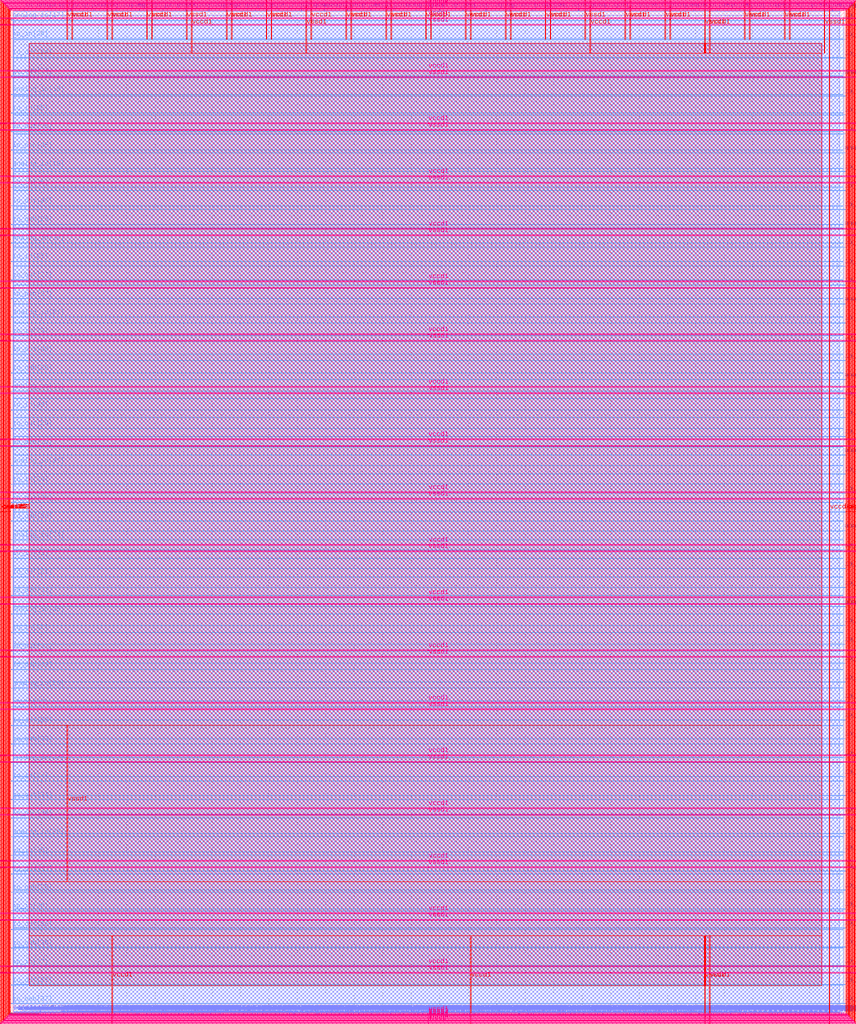
<source format=lef>
VERSION 5.7 ;
  NOWIREEXTENSIONATPIN ON ;
  DIVIDERCHAR "/" ;
  BUSBITCHARS "[]" ;
MACRO user_project_wrapper
  CLASS BLOCK ;
  FOREIGN user_project_wrapper ;
  ORIGIN 0.000 0.000 ;
  SIZE 2920.000 BY 3520.000 ;
  PIN analog_io[0]
    DIRECTION INOUT ;
    USE SIGNAL ;
    PORT
      LAYER met3 ;
        RECT 2917.600 1426.380 2924.800 1427.580 ;
    END
  END analog_io[0]
  PIN analog_io[10]
    DIRECTION INOUT ;
    USE SIGNAL ;
    PORT
      LAYER met2 ;
        RECT 2230.490 3517.600 2231.050 3524.800 ;
    END
  END analog_io[10]
  PIN analog_io[11]
    DIRECTION INOUT ;
    USE SIGNAL ;
    PORT
      LAYER met2 ;
        RECT 1905.730 3517.600 1906.290 3524.800 ;
    END
  END analog_io[11]
  PIN analog_io[12]
    DIRECTION INOUT ;
    USE SIGNAL ;
    PORT
      LAYER met2 ;
        RECT 1581.430 3517.600 1581.990 3524.800 ;
    END
  END analog_io[12]
  PIN analog_io[13]
    DIRECTION INOUT ;
    USE SIGNAL ;
    PORT
      LAYER met2 ;
        RECT 1257.130 3517.600 1257.690 3524.800 ;
    END
  END analog_io[13]
  PIN analog_io[14]
    DIRECTION INOUT ;
    USE SIGNAL ;
    PORT
      LAYER met2 ;
        RECT 932.370 3517.600 932.930 3524.800 ;
    END
  END analog_io[14]
  PIN analog_io[15]
    DIRECTION INOUT ;
    USE SIGNAL ;
    PORT
      LAYER met2 ;
        RECT 608.070 3517.600 608.630 3524.800 ;
    END
  END analog_io[15]
  PIN analog_io[16]
    DIRECTION INOUT ;
    USE SIGNAL ;
    PORT
      LAYER met2 ;
        RECT 283.770 3517.600 284.330 3524.800 ;
    END
  END analog_io[16]
  PIN analog_io[17]
    DIRECTION INOUT ;
    USE SIGNAL ;
    PORT
      LAYER met3 ;
        RECT -4.800 3486.100 2.400 3487.300 ;
    END
  END analog_io[17]
  PIN analog_io[18]
    DIRECTION INOUT ;
    USE SIGNAL ;
    PORT
      LAYER met3 ;
        RECT -4.800 3224.980 2.400 3226.180 ;
    END
  END analog_io[18]
  PIN analog_io[19]
    DIRECTION INOUT ;
    USE SIGNAL ;
    PORT
      LAYER met3 ;
        RECT -4.800 2964.540 2.400 2965.740 ;
    END
  END analog_io[19]
  PIN analog_io[1]
    DIRECTION INOUT ;
    USE SIGNAL ;
    PORT
      LAYER met3 ;
        RECT 2917.600 1692.260 2924.800 1693.460 ;
    END
  END analog_io[1]
  PIN analog_io[20]
    DIRECTION INOUT ;
    USE SIGNAL ;
    PORT
      LAYER met3 ;
        RECT -4.800 2703.420 2.400 2704.620 ;
    END
  END analog_io[20]
  PIN analog_io[21]
    DIRECTION INOUT ;
    USE SIGNAL ;
    PORT
      LAYER met3 ;
        RECT -4.800 2442.980 2.400 2444.180 ;
    END
  END analog_io[21]
  PIN analog_io[22]
    DIRECTION INOUT ;
    USE SIGNAL ;
    PORT
      LAYER met3 ;
        RECT -4.800 2182.540 2.400 2183.740 ;
    END
  END analog_io[22]
  PIN analog_io[23]
    DIRECTION INOUT ;
    USE SIGNAL ;
    PORT
      LAYER met3 ;
        RECT -4.800 1921.420 2.400 1922.620 ;
    END
  END analog_io[23]
  PIN analog_io[24]
    DIRECTION INOUT ;
    USE SIGNAL ;
    PORT
      LAYER met3 ;
        RECT -4.800 1660.980 2.400 1662.180 ;
    END
  END analog_io[24]
  PIN analog_io[25]
    DIRECTION INOUT ;
    USE SIGNAL ;
    PORT
      LAYER met3 ;
        RECT -4.800 1399.860 2.400 1401.060 ;
    END
  END analog_io[25]
  PIN analog_io[26]
    DIRECTION INOUT ;
    USE SIGNAL ;
    PORT
      LAYER met3 ;
        RECT -4.800 1139.420 2.400 1140.620 ;
    END
  END analog_io[26]
  PIN analog_io[27]
    DIRECTION INOUT ;
    USE SIGNAL ;
    PORT
      LAYER met3 ;
        RECT -4.800 878.980 2.400 880.180 ;
    END
  END analog_io[27]
  PIN analog_io[28]
    DIRECTION INOUT ;
    USE SIGNAL ;
    PORT
      LAYER met3 ;
        RECT -4.800 617.860 2.400 619.060 ;
    END
  END analog_io[28]
  PIN analog_io[2]
    DIRECTION INOUT ;
    USE SIGNAL ;
    PORT
      LAYER met3 ;
        RECT 2917.600 1958.140 2924.800 1959.340 ;
    END
  END analog_io[2]
  PIN analog_io[3]
    DIRECTION INOUT ;
    USE SIGNAL ;
    PORT
      LAYER met3 ;
        RECT 2917.600 2223.340 2924.800 2224.540 ;
    END
  END analog_io[3]
  PIN analog_io[4]
    DIRECTION INOUT ;
    USE SIGNAL ;
    PORT
      LAYER met3 ;
        RECT 2917.600 2489.220 2924.800 2490.420 ;
    END
  END analog_io[4]
  PIN analog_io[5]
    DIRECTION INOUT ;
    USE SIGNAL ;
    PORT
      LAYER met3 ;
        RECT 2917.600 2755.100 2924.800 2756.300 ;
    END
  END analog_io[5]
  PIN analog_io[6]
    DIRECTION INOUT ;
    USE SIGNAL ;
    PORT
      LAYER met3 ;
        RECT 2917.600 3020.300 2924.800 3021.500 ;
    END
  END analog_io[6]
  PIN analog_io[7]
    DIRECTION INOUT ;
    USE SIGNAL ;
    PORT
      LAYER met3 ;
        RECT 2917.600 3286.180 2924.800 3287.380 ;
    END
  END analog_io[7]
  PIN analog_io[8]
    DIRECTION INOUT ;
    USE SIGNAL ;
    PORT
      LAYER met2 ;
        RECT 2879.090 3517.600 2879.650 3524.800 ;
    END
  END analog_io[8]
  PIN analog_io[9]
    DIRECTION INOUT ;
    USE SIGNAL ;
    PORT
      LAYER met2 ;
        RECT 2554.790 3517.600 2555.350 3524.800 ;
    END
  END analog_io[9]
  PIN io_in[0]
    DIRECTION INPUT ;
    USE SIGNAL ;
    PORT
      LAYER met3 ;
        RECT 2917.600 32.380 2924.800 33.580 ;
    END
  END io_in[0]
  PIN io_in[10]
    DIRECTION INPUT ;
    USE SIGNAL ;
    PORT
      LAYER met3 ;
        RECT 2917.600 2289.980 2924.800 2291.180 ;
    END
  END io_in[10]
  PIN io_in[11]
    DIRECTION INPUT ;
    USE SIGNAL ;
    PORT
      LAYER met3 ;
        RECT 2917.600 2555.860 2924.800 2557.060 ;
    END
  END io_in[11]
  PIN io_in[12]
    DIRECTION INPUT ;
    USE SIGNAL ;
    PORT
      LAYER met3 ;
        RECT 2917.600 2821.060 2924.800 2822.260 ;
    END
  END io_in[12]
  PIN io_in[13]
    DIRECTION INPUT ;
    USE SIGNAL ;
    PORT
      LAYER met3 ;
        RECT 2917.600 3086.940 2924.800 3088.140 ;
    END
  END io_in[13]
  PIN io_in[14]
    DIRECTION INPUT ;
    USE SIGNAL ;
    PORT
      LAYER met3 ;
        RECT 2917.600 3352.820 2924.800 3354.020 ;
    END
  END io_in[14]
  PIN io_in[15]
    DIRECTION INPUT ;
    USE SIGNAL ;
    PORT
      LAYER met2 ;
        RECT 2798.130 3517.600 2798.690 3524.800 ;
    END
  END io_in[15]
  PIN io_in[16]
    DIRECTION INPUT ;
    USE SIGNAL ;
    PORT
      LAYER met2 ;
        RECT 2473.830 3517.600 2474.390 3524.800 ;
    END
  END io_in[16]
  PIN io_in[17]
    DIRECTION INPUT ;
    USE SIGNAL ;
    PORT
      LAYER met2 ;
        RECT 2149.070 3517.600 2149.630 3524.800 ;
    END
  END io_in[17]
  PIN io_in[18]
    DIRECTION INPUT ;
    USE SIGNAL ;
    PORT
      LAYER met2 ;
        RECT 1824.770 3517.600 1825.330 3524.800 ;
    END
  END io_in[18]
  PIN io_in[19]
    DIRECTION INPUT ;
    USE SIGNAL ;
    PORT
      LAYER met2 ;
        RECT 1500.470 3517.600 1501.030 3524.800 ;
    END
  END io_in[19]
  PIN io_in[1]
    DIRECTION INPUT ;
    USE SIGNAL ;
    PORT
      LAYER met3 ;
        RECT 2917.600 230.940 2924.800 232.140 ;
    END
  END io_in[1]
  PIN io_in[20]
    DIRECTION INPUT ;
    USE SIGNAL ;
    PORT
      LAYER met2 ;
        RECT 1175.710 3517.600 1176.270 3524.800 ;
    END
  END io_in[20]
  PIN io_in[21]
    DIRECTION INPUT ;
    USE SIGNAL ;
    PORT
      LAYER met2 ;
        RECT 851.410 3517.600 851.970 3524.800 ;
    END
  END io_in[21]
  PIN io_in[22]
    DIRECTION INPUT ;
    USE SIGNAL ;
    PORT
      LAYER met2 ;
        RECT 527.110 3517.600 527.670 3524.800 ;
    END
  END io_in[22]
  PIN io_in[23]
    DIRECTION INPUT ;
    USE SIGNAL ;
    PORT
      LAYER met2 ;
        RECT 202.350 3517.600 202.910 3524.800 ;
    END
  END io_in[23]
  PIN io_in[24]
    DIRECTION INPUT ;
    USE SIGNAL ;
    PORT
      LAYER met3 ;
        RECT -4.800 3420.820 2.400 3422.020 ;
    END
  END io_in[24]
  PIN io_in[25]
    DIRECTION INPUT ;
    USE SIGNAL ;
    PORT
      LAYER met3 ;
        RECT -4.800 3159.700 2.400 3160.900 ;
    END
  END io_in[25]
  PIN io_in[26]
    DIRECTION INPUT ;
    USE SIGNAL ;
    PORT
      LAYER met3 ;
        RECT -4.800 2899.260 2.400 2900.460 ;
    END
  END io_in[26]
  PIN io_in[27]
    DIRECTION INPUT ;
    USE SIGNAL ;
    PORT
      LAYER met3 ;
        RECT -4.800 2638.820 2.400 2640.020 ;
    END
  END io_in[27]
  PIN io_in[28]
    DIRECTION INPUT ;
    USE SIGNAL ;
    PORT
      LAYER met3 ;
        RECT -4.800 2377.700 2.400 2378.900 ;
    END
  END io_in[28]
  PIN io_in[29]
    DIRECTION INPUT ;
    USE SIGNAL ;
    PORT
      LAYER met3 ;
        RECT -4.800 2117.260 2.400 2118.460 ;
    END
  END io_in[29]
  PIN io_in[2]
    DIRECTION INPUT ;
    USE SIGNAL ;
    PORT
      LAYER met3 ;
        RECT 2917.600 430.180 2924.800 431.380 ;
    END
  END io_in[2]
  PIN io_in[30]
    DIRECTION INPUT ;
    USE SIGNAL ;
    PORT
      LAYER met3 ;
        RECT -4.800 1856.140 2.400 1857.340 ;
    END
  END io_in[30]
  PIN io_in[31]
    DIRECTION INPUT ;
    USE SIGNAL ;
    PORT
      LAYER met3 ;
        RECT -4.800 1595.700 2.400 1596.900 ;
    END
  END io_in[31]
  PIN io_in[32]
    DIRECTION INPUT ;
    USE SIGNAL ;
    PORT
      LAYER met3 ;
        RECT -4.800 1335.260 2.400 1336.460 ;
    END
  END io_in[32]
  PIN io_in[33]
    DIRECTION INPUT ;
    USE SIGNAL ;
    PORT
      LAYER met3 ;
        RECT -4.800 1074.140 2.400 1075.340 ;
    END
  END io_in[33]
  PIN io_in[34]
    DIRECTION INPUT ;
    USE SIGNAL ;
    PORT
      LAYER met3 ;
        RECT -4.800 813.700 2.400 814.900 ;
    END
  END io_in[34]
  PIN io_in[35]
    DIRECTION INPUT ;
    USE SIGNAL ;
    PORT
      LAYER met3 ;
        RECT -4.800 552.580 2.400 553.780 ;
    END
  END io_in[35]
  PIN io_in[36]
    DIRECTION INPUT ;
    USE SIGNAL ;
    PORT
      LAYER met3 ;
        RECT -4.800 357.420 2.400 358.620 ;
    END
  END io_in[36]
  PIN io_in[37]
    DIRECTION INPUT ;
    USE SIGNAL ;
    PORT
      LAYER met3 ;
        RECT -4.800 161.580 2.400 162.780 ;
    END
  END io_in[37]
  PIN io_in[3]
    DIRECTION INPUT ;
    USE SIGNAL ;
    PORT
      LAYER met3 ;
        RECT 2917.600 629.420 2924.800 630.620 ;
    END
  END io_in[3]
  PIN io_in[4]
    DIRECTION INPUT ;
    USE SIGNAL ;
    PORT
      LAYER met3 ;
        RECT 2917.600 828.660 2924.800 829.860 ;
    END
  END io_in[4]
  PIN io_in[5]
    DIRECTION INPUT ;
    USE SIGNAL ;
    PORT
      LAYER met3 ;
        RECT 2917.600 1027.900 2924.800 1029.100 ;
    END
  END io_in[5]
  PIN io_in[6]
    DIRECTION INPUT ;
    USE SIGNAL ;
    PORT
      LAYER met3 ;
        RECT 2917.600 1227.140 2924.800 1228.340 ;
    END
  END io_in[6]
  PIN io_in[7]
    DIRECTION INPUT ;
    USE SIGNAL ;
    PORT
      LAYER met3 ;
        RECT 2917.600 1493.020 2924.800 1494.220 ;
    END
  END io_in[7]
  PIN io_in[8]
    DIRECTION INPUT ;
    USE SIGNAL ;
    PORT
      LAYER met3 ;
        RECT 2917.600 1758.900 2924.800 1760.100 ;
    END
  END io_in[8]
  PIN io_in[9]
    DIRECTION INPUT ;
    USE SIGNAL ;
    PORT
      LAYER met3 ;
        RECT 2917.600 2024.100 2924.800 2025.300 ;
    END
  END io_in[9]
  PIN io_oeb[0]
    DIRECTION OUTPUT TRISTATE ;
    USE SIGNAL ;
    PORT
      LAYER met3 ;
        RECT 2917.600 164.980 2924.800 166.180 ;
    END
  END io_oeb[0]
  PIN io_oeb[10]
    DIRECTION OUTPUT TRISTATE ;
    USE SIGNAL ;
    PORT
      LAYER met3 ;
        RECT 2917.600 2422.580 2924.800 2423.780 ;
    END
  END io_oeb[10]
  PIN io_oeb[11]
    DIRECTION OUTPUT TRISTATE ;
    USE SIGNAL ;
    PORT
      LAYER met3 ;
        RECT 2917.600 2688.460 2924.800 2689.660 ;
    END
  END io_oeb[11]
  PIN io_oeb[12]
    DIRECTION OUTPUT TRISTATE ;
    USE SIGNAL ;
    PORT
      LAYER met3 ;
        RECT 2917.600 2954.340 2924.800 2955.540 ;
    END
  END io_oeb[12]
  PIN io_oeb[13]
    DIRECTION OUTPUT TRISTATE ;
    USE SIGNAL ;
    PORT
      LAYER met3 ;
        RECT 2917.600 3219.540 2924.800 3220.740 ;
    END
  END io_oeb[13]
  PIN io_oeb[14]
    DIRECTION OUTPUT TRISTATE ;
    USE SIGNAL ;
    PORT
      LAYER met3 ;
        RECT 2917.600 3485.420 2924.800 3486.620 ;
    END
  END io_oeb[14]
  PIN io_oeb[15]
    DIRECTION OUTPUT TRISTATE ;
    USE SIGNAL ;
    PORT
      LAYER met2 ;
        RECT 2635.750 3517.600 2636.310 3524.800 ;
    END
  END io_oeb[15]
  PIN io_oeb[16]
    DIRECTION OUTPUT TRISTATE ;
    USE SIGNAL ;
    PORT
      LAYER met2 ;
        RECT 2311.450 3517.600 2312.010 3524.800 ;
    END
  END io_oeb[16]
  PIN io_oeb[17]
    DIRECTION OUTPUT TRISTATE ;
    USE SIGNAL ;
    PORT
      LAYER met2 ;
        RECT 1987.150 3517.600 1987.710 3524.800 ;
    END
  END io_oeb[17]
  PIN io_oeb[18]
    DIRECTION OUTPUT TRISTATE ;
    USE SIGNAL ;
    PORT
      LAYER met2 ;
        RECT 1662.390 3517.600 1662.950 3524.800 ;
    END
  END io_oeb[18]
  PIN io_oeb[19]
    DIRECTION OUTPUT TRISTATE ;
    USE SIGNAL ;
    PORT
      LAYER met2 ;
        RECT 1338.090 3517.600 1338.650 3524.800 ;
    END
  END io_oeb[19]
  PIN io_oeb[1]
    DIRECTION OUTPUT TRISTATE ;
    USE SIGNAL ;
    PORT
      LAYER met3 ;
        RECT 2917.600 364.220 2924.800 365.420 ;
    END
  END io_oeb[1]
  PIN io_oeb[20]
    DIRECTION OUTPUT TRISTATE ;
    USE SIGNAL ;
    PORT
      LAYER met2 ;
        RECT 1013.790 3517.600 1014.350 3524.800 ;
    END
  END io_oeb[20]
  PIN io_oeb[21]
    DIRECTION OUTPUT TRISTATE ;
    USE SIGNAL ;
    PORT
      LAYER met2 ;
        RECT 689.030 3517.600 689.590 3524.800 ;
    END
  END io_oeb[21]
  PIN io_oeb[22]
    DIRECTION OUTPUT TRISTATE ;
    USE SIGNAL ;
    PORT
      LAYER met2 ;
        RECT 364.730 3517.600 365.290 3524.800 ;
    END
  END io_oeb[22]
  PIN io_oeb[23]
    DIRECTION OUTPUT TRISTATE ;
    USE SIGNAL ;
    PORT
      LAYER met2 ;
        RECT 40.430 3517.600 40.990 3524.800 ;
    END
  END io_oeb[23]
  PIN io_oeb[24]
    DIRECTION OUTPUT TRISTATE ;
    USE SIGNAL ;
    PORT
      LAYER met3 ;
        RECT -4.800 3290.260 2.400 3291.460 ;
    END
  END io_oeb[24]
  PIN io_oeb[25]
    DIRECTION OUTPUT TRISTATE ;
    USE SIGNAL ;
    PORT
      LAYER met3 ;
        RECT -4.800 3029.820 2.400 3031.020 ;
    END
  END io_oeb[25]
  PIN io_oeb[26]
    DIRECTION OUTPUT TRISTATE ;
    USE SIGNAL ;
    PORT
      LAYER met3 ;
        RECT -4.800 2768.700 2.400 2769.900 ;
    END
  END io_oeb[26]
  PIN io_oeb[27]
    DIRECTION OUTPUT TRISTATE ;
    USE SIGNAL ;
    PORT
      LAYER met3 ;
        RECT -4.800 2508.260 2.400 2509.460 ;
    END
  END io_oeb[27]
  PIN io_oeb[28]
    DIRECTION OUTPUT TRISTATE ;
    USE SIGNAL ;
    PORT
      LAYER met3 ;
        RECT -4.800 2247.140 2.400 2248.340 ;
    END
  END io_oeb[28]
  PIN io_oeb[29]
    DIRECTION OUTPUT TRISTATE ;
    USE SIGNAL ;
    PORT
      LAYER met3 ;
        RECT -4.800 1986.700 2.400 1987.900 ;
    END
  END io_oeb[29]
  PIN io_oeb[2]
    DIRECTION OUTPUT TRISTATE ;
    USE SIGNAL ;
    PORT
      LAYER met3 ;
        RECT 2917.600 563.460 2924.800 564.660 ;
    END
  END io_oeb[2]
  PIN io_oeb[30]
    DIRECTION OUTPUT TRISTATE ;
    USE SIGNAL ;
    PORT
      LAYER met3 ;
        RECT -4.800 1726.260 2.400 1727.460 ;
    END
  END io_oeb[30]
  PIN io_oeb[31]
    DIRECTION OUTPUT TRISTATE ;
    USE SIGNAL ;
    PORT
      LAYER met3 ;
        RECT -4.800 1465.140 2.400 1466.340 ;
    END
  END io_oeb[31]
  PIN io_oeb[32]
    DIRECTION OUTPUT TRISTATE ;
    USE SIGNAL ;
    PORT
      LAYER met3 ;
        RECT -4.800 1204.700 2.400 1205.900 ;
    END
  END io_oeb[32]
  PIN io_oeb[33]
    DIRECTION OUTPUT TRISTATE ;
    USE SIGNAL ;
    PORT
      LAYER met3 ;
        RECT -4.800 943.580 2.400 944.780 ;
    END
  END io_oeb[33]
  PIN io_oeb[34]
    DIRECTION OUTPUT TRISTATE ;
    USE SIGNAL ;
    PORT
      LAYER met3 ;
        RECT -4.800 683.140 2.400 684.340 ;
    END
  END io_oeb[34]
  PIN io_oeb[35]
    DIRECTION OUTPUT TRISTATE ;
    USE SIGNAL ;
    PORT
      LAYER met3 ;
        RECT -4.800 422.700 2.400 423.900 ;
    END
  END io_oeb[35]
  PIN io_oeb[36]
    DIRECTION OUTPUT TRISTATE ;
    USE SIGNAL ;
    PORT
      LAYER met3 ;
        RECT -4.800 226.860 2.400 228.060 ;
    END
  END io_oeb[36]
  PIN io_oeb[37]
    DIRECTION OUTPUT TRISTATE ;
    USE SIGNAL ;
    PORT
      LAYER met3 ;
        RECT -4.800 31.700 2.400 32.900 ;
    END
  END io_oeb[37]
  PIN io_oeb[3]
    DIRECTION OUTPUT TRISTATE ;
    USE SIGNAL ;
    PORT
      LAYER met3 ;
        RECT 2917.600 762.700 2924.800 763.900 ;
    END
  END io_oeb[3]
  PIN io_oeb[4]
    DIRECTION OUTPUT TRISTATE ;
    USE SIGNAL ;
    PORT
      LAYER met3 ;
        RECT 2917.600 961.940 2924.800 963.140 ;
    END
  END io_oeb[4]
  PIN io_oeb[5]
    DIRECTION OUTPUT TRISTATE ;
    USE SIGNAL ;
    PORT
      LAYER met3 ;
        RECT 2917.600 1161.180 2924.800 1162.380 ;
    END
  END io_oeb[5]
  PIN io_oeb[6]
    DIRECTION OUTPUT TRISTATE ;
    USE SIGNAL ;
    PORT
      LAYER met3 ;
        RECT 2917.600 1360.420 2924.800 1361.620 ;
    END
  END io_oeb[6]
  PIN io_oeb[7]
    DIRECTION OUTPUT TRISTATE ;
    USE SIGNAL ;
    PORT
      LAYER met3 ;
        RECT 2917.600 1625.620 2924.800 1626.820 ;
    END
  END io_oeb[7]
  PIN io_oeb[8]
    DIRECTION OUTPUT TRISTATE ;
    USE SIGNAL ;
    PORT
      LAYER met3 ;
        RECT 2917.600 1891.500 2924.800 1892.700 ;
    END
  END io_oeb[8]
  PIN io_oeb[9]
    DIRECTION OUTPUT TRISTATE ;
    USE SIGNAL ;
    PORT
      LAYER met3 ;
        RECT 2917.600 2157.380 2924.800 2158.580 ;
    END
  END io_oeb[9]
  PIN io_out[0]
    DIRECTION OUTPUT TRISTATE ;
    USE SIGNAL ;
    PORT
      LAYER met3 ;
        RECT 2917.600 98.340 2924.800 99.540 ;
    END
  END io_out[0]
  PIN io_out[10]
    DIRECTION OUTPUT TRISTATE ;
    USE SIGNAL ;
    PORT
      LAYER met3 ;
        RECT 2917.600 2356.620 2924.800 2357.820 ;
    END
  END io_out[10]
  PIN io_out[11]
    DIRECTION OUTPUT TRISTATE ;
    USE SIGNAL ;
    PORT
      LAYER met3 ;
        RECT 2917.600 2621.820 2924.800 2623.020 ;
    END
  END io_out[11]
  PIN io_out[12]
    DIRECTION OUTPUT TRISTATE ;
    USE SIGNAL ;
    PORT
      LAYER met3 ;
        RECT 2917.600 2887.700 2924.800 2888.900 ;
    END
  END io_out[12]
  PIN io_out[13]
    DIRECTION OUTPUT TRISTATE ;
    USE SIGNAL ;
    PORT
      LAYER met3 ;
        RECT 2917.600 3153.580 2924.800 3154.780 ;
    END
  END io_out[13]
  PIN io_out[14]
    DIRECTION OUTPUT TRISTATE ;
    USE SIGNAL ;
    PORT
      LAYER met3 ;
        RECT 2917.600 3418.780 2924.800 3419.980 ;
    END
  END io_out[14]
  PIN io_out[15]
    DIRECTION OUTPUT TRISTATE ;
    USE SIGNAL ;
    PORT
      LAYER met2 ;
        RECT 2717.170 3517.600 2717.730 3524.800 ;
    END
  END io_out[15]
  PIN io_out[16]
    DIRECTION OUTPUT TRISTATE ;
    USE SIGNAL ;
    PORT
      LAYER met2 ;
        RECT 2392.410 3517.600 2392.970 3524.800 ;
    END
  END io_out[16]
  PIN io_out[17]
    DIRECTION OUTPUT TRISTATE ;
    USE SIGNAL ;
    PORT
      LAYER met2 ;
        RECT 2068.110 3517.600 2068.670 3524.800 ;
    END
  END io_out[17]
  PIN io_out[18]
    DIRECTION OUTPUT TRISTATE ;
    USE SIGNAL ;
    PORT
      LAYER met2 ;
        RECT 1743.810 3517.600 1744.370 3524.800 ;
    END
  END io_out[18]
  PIN io_out[19]
    DIRECTION OUTPUT TRISTATE ;
    USE SIGNAL ;
    PORT
      LAYER met2 ;
        RECT 1419.050 3517.600 1419.610 3524.800 ;
    END
  END io_out[19]
  PIN io_out[1]
    DIRECTION OUTPUT TRISTATE ;
    USE SIGNAL ;
    PORT
      LAYER met3 ;
        RECT 2917.600 297.580 2924.800 298.780 ;
    END
  END io_out[1]
  PIN io_out[20]
    DIRECTION OUTPUT TRISTATE ;
    USE SIGNAL ;
    PORT
      LAYER met2 ;
        RECT 1094.750 3517.600 1095.310 3524.800 ;
    END
  END io_out[20]
  PIN io_out[21]
    DIRECTION OUTPUT TRISTATE ;
    USE SIGNAL ;
    PORT
      LAYER met2 ;
        RECT 770.450 3517.600 771.010 3524.800 ;
    END
  END io_out[21]
  PIN io_out[22]
    DIRECTION OUTPUT TRISTATE ;
    USE SIGNAL ;
    PORT
      LAYER met2 ;
        RECT 445.690 3517.600 446.250 3524.800 ;
    END
  END io_out[22]
  PIN io_out[23]
    DIRECTION OUTPUT TRISTATE ;
    USE SIGNAL ;
    PORT
      LAYER met2 ;
        RECT 121.390 3517.600 121.950 3524.800 ;
    END
  END io_out[23]
  PIN io_out[24]
    DIRECTION OUTPUT TRISTATE ;
    USE SIGNAL ;
    PORT
      LAYER met3 ;
        RECT -4.800 3355.540 2.400 3356.740 ;
    END
  END io_out[24]
  PIN io_out[25]
    DIRECTION OUTPUT TRISTATE ;
    USE SIGNAL ;
    PORT
      LAYER met3 ;
        RECT -4.800 3095.100 2.400 3096.300 ;
    END
  END io_out[25]
  PIN io_out[26]
    DIRECTION OUTPUT TRISTATE ;
    USE SIGNAL ;
    PORT
      LAYER met3 ;
        RECT -4.800 2833.980 2.400 2835.180 ;
    END
  END io_out[26]
  PIN io_out[27]
    DIRECTION OUTPUT TRISTATE ;
    USE SIGNAL ;
    PORT
      LAYER met3 ;
        RECT -4.800 2573.540 2.400 2574.740 ;
    END
  END io_out[27]
  PIN io_out[28]
    DIRECTION OUTPUT TRISTATE ;
    USE SIGNAL ;
    PORT
      LAYER met3 ;
        RECT -4.800 2312.420 2.400 2313.620 ;
    END
  END io_out[28]
  PIN io_out[29]
    DIRECTION OUTPUT TRISTATE ;
    USE SIGNAL ;
    PORT
      LAYER met3 ;
        RECT -4.800 2051.980 2.400 2053.180 ;
    END
  END io_out[29]
  PIN io_out[2]
    DIRECTION OUTPUT TRISTATE ;
    USE SIGNAL ;
    PORT
      LAYER met3 ;
        RECT 2917.600 496.820 2924.800 498.020 ;
    END
  END io_out[2]
  PIN io_out[30]
    DIRECTION OUTPUT TRISTATE ;
    USE SIGNAL ;
    PORT
      LAYER met3 ;
        RECT -4.800 1791.540 2.400 1792.740 ;
    END
  END io_out[30]
  PIN io_out[31]
    DIRECTION OUTPUT TRISTATE ;
    USE SIGNAL ;
    PORT
      LAYER met3 ;
        RECT -4.800 1530.420 2.400 1531.620 ;
    END
  END io_out[31]
  PIN io_out[32]
    DIRECTION OUTPUT TRISTATE ;
    USE SIGNAL ;
    PORT
      LAYER met3 ;
        RECT -4.800 1269.980 2.400 1271.180 ;
    END
  END io_out[32]
  PIN io_out[33]
    DIRECTION OUTPUT TRISTATE ;
    USE SIGNAL ;
    PORT
      LAYER met3 ;
        RECT -4.800 1008.860 2.400 1010.060 ;
    END
  END io_out[33]
  PIN io_out[34]
    DIRECTION OUTPUT TRISTATE ;
    USE SIGNAL ;
    PORT
      LAYER met3 ;
        RECT -4.800 748.420 2.400 749.620 ;
    END
  END io_out[34]
  PIN io_out[35]
    DIRECTION OUTPUT TRISTATE ;
    USE SIGNAL ;
    PORT
      LAYER met3 ;
        RECT -4.800 487.300 2.400 488.500 ;
    END
  END io_out[35]
  PIN io_out[36]
    DIRECTION OUTPUT TRISTATE ;
    USE SIGNAL ;
    PORT
      LAYER met3 ;
        RECT -4.800 292.140 2.400 293.340 ;
    END
  END io_out[36]
  PIN io_out[37]
    DIRECTION OUTPUT TRISTATE ;
    USE SIGNAL ;
    PORT
      LAYER met3 ;
        RECT -4.800 96.300 2.400 97.500 ;
    END
  END io_out[37]
  PIN io_out[3]
    DIRECTION OUTPUT TRISTATE ;
    USE SIGNAL ;
    PORT
      LAYER met3 ;
        RECT 2917.600 696.060 2924.800 697.260 ;
    END
  END io_out[3]
  PIN io_out[4]
    DIRECTION OUTPUT TRISTATE ;
    USE SIGNAL ;
    PORT
      LAYER met3 ;
        RECT 2917.600 895.300 2924.800 896.500 ;
    END
  END io_out[4]
  PIN io_out[5]
    DIRECTION OUTPUT TRISTATE ;
    USE SIGNAL ;
    PORT
      LAYER met3 ;
        RECT 2917.600 1094.540 2924.800 1095.740 ;
    END
  END io_out[5]
  PIN io_out[6]
    DIRECTION OUTPUT TRISTATE ;
    USE SIGNAL ;
    PORT
      LAYER met3 ;
        RECT 2917.600 1293.780 2924.800 1294.980 ;
    END
  END io_out[6]
  PIN io_out[7]
    DIRECTION OUTPUT TRISTATE ;
    USE SIGNAL ;
    PORT
      LAYER met3 ;
        RECT 2917.600 1559.660 2924.800 1560.860 ;
    END
  END io_out[7]
  PIN io_out[8]
    DIRECTION OUTPUT TRISTATE ;
    USE SIGNAL ;
    PORT
      LAYER met3 ;
        RECT 2917.600 1824.860 2924.800 1826.060 ;
    END
  END io_out[8]
  PIN io_out[9]
    DIRECTION OUTPUT TRISTATE ;
    USE SIGNAL ;
    PORT
      LAYER met3 ;
        RECT 2917.600 2090.740 2924.800 2091.940 ;
    END
  END io_out[9]
  PIN la_data_in[0]
    DIRECTION INPUT ;
    USE SIGNAL ;
    PORT
      LAYER met2 ;
        RECT 629.230 -4.800 629.790 2.400 ;
    END
  END la_data_in[0]
  PIN la_data_in[100]
    DIRECTION INPUT ;
    USE SIGNAL ;
    PORT
      LAYER met2 ;
        RECT 2402.530 -4.800 2403.090 2.400 ;
    END
  END la_data_in[100]
  PIN la_data_in[101]
    DIRECTION INPUT ;
    USE SIGNAL ;
    PORT
      LAYER met2 ;
        RECT 2420.010 -4.800 2420.570 2.400 ;
    END
  END la_data_in[101]
  PIN la_data_in[102]
    DIRECTION INPUT ;
    USE SIGNAL ;
    PORT
      LAYER met2 ;
        RECT 2437.950 -4.800 2438.510 2.400 ;
    END
  END la_data_in[102]
  PIN la_data_in[103]
    DIRECTION INPUT ;
    USE SIGNAL ;
    PORT
      LAYER met2 ;
        RECT 2455.430 -4.800 2455.990 2.400 ;
    END
  END la_data_in[103]
  PIN la_data_in[104]
    DIRECTION INPUT ;
    USE SIGNAL ;
    PORT
      LAYER met2 ;
        RECT 2473.370 -4.800 2473.930 2.400 ;
    END
  END la_data_in[104]
  PIN la_data_in[105]
    DIRECTION INPUT ;
    USE SIGNAL ;
    PORT
      LAYER met2 ;
        RECT 2490.850 -4.800 2491.410 2.400 ;
    END
  END la_data_in[105]
  PIN la_data_in[106]
    DIRECTION INPUT ;
    USE SIGNAL ;
    PORT
      LAYER met2 ;
        RECT 2508.790 -4.800 2509.350 2.400 ;
    END
  END la_data_in[106]
  PIN la_data_in[107]
    DIRECTION INPUT ;
    USE SIGNAL ;
    PORT
      LAYER met2 ;
        RECT 2526.730 -4.800 2527.290 2.400 ;
    END
  END la_data_in[107]
  PIN la_data_in[108]
    DIRECTION INPUT ;
    USE SIGNAL ;
    PORT
      LAYER met2 ;
        RECT 2544.210 -4.800 2544.770 2.400 ;
    END
  END la_data_in[108]
  PIN la_data_in[109]
    DIRECTION INPUT ;
    USE SIGNAL ;
    PORT
      LAYER met2 ;
        RECT 2562.150 -4.800 2562.710 2.400 ;
    END
  END la_data_in[109]
  PIN la_data_in[10]
    DIRECTION INPUT ;
    USE SIGNAL ;
    PORT
      LAYER met2 ;
        RECT 806.330 -4.800 806.890 2.400 ;
    END
  END la_data_in[10]
  PIN la_data_in[110]
    DIRECTION INPUT ;
    USE SIGNAL ;
    PORT
      LAYER met2 ;
        RECT 2579.630 -4.800 2580.190 2.400 ;
    END
  END la_data_in[110]
  PIN la_data_in[111]
    DIRECTION INPUT ;
    USE SIGNAL ;
    PORT
      LAYER met2 ;
        RECT 2597.570 -4.800 2598.130 2.400 ;
    END
  END la_data_in[111]
  PIN la_data_in[112]
    DIRECTION INPUT ;
    USE SIGNAL ;
    PORT
      LAYER met2 ;
        RECT 2615.050 -4.800 2615.610 2.400 ;
    END
  END la_data_in[112]
  PIN la_data_in[113]
    DIRECTION INPUT ;
    USE SIGNAL ;
    PORT
      LAYER met2 ;
        RECT 2632.990 -4.800 2633.550 2.400 ;
    END
  END la_data_in[113]
  PIN la_data_in[114]
    DIRECTION INPUT ;
    USE SIGNAL ;
    PORT
      LAYER met2 ;
        RECT 2650.470 -4.800 2651.030 2.400 ;
    END
  END la_data_in[114]
  PIN la_data_in[115]
    DIRECTION INPUT ;
    USE SIGNAL ;
    PORT
      LAYER met2 ;
        RECT 2668.410 -4.800 2668.970 2.400 ;
    END
  END la_data_in[115]
  PIN la_data_in[116]
    DIRECTION INPUT ;
    USE SIGNAL ;
    PORT
      LAYER met2 ;
        RECT 2685.890 -4.800 2686.450 2.400 ;
    END
  END la_data_in[116]
  PIN la_data_in[117]
    DIRECTION INPUT ;
    USE SIGNAL ;
    PORT
      LAYER met2 ;
        RECT 2703.830 -4.800 2704.390 2.400 ;
    END
  END la_data_in[117]
  PIN la_data_in[118]
    DIRECTION INPUT ;
    USE SIGNAL ;
    PORT
      LAYER met2 ;
        RECT 2721.770 -4.800 2722.330 2.400 ;
    END
  END la_data_in[118]
  PIN la_data_in[119]
    DIRECTION INPUT ;
    USE SIGNAL ;
    PORT
      LAYER met2 ;
        RECT 2739.250 -4.800 2739.810 2.400 ;
    END
  END la_data_in[119]
  PIN la_data_in[11]
    DIRECTION INPUT ;
    USE SIGNAL ;
    PORT
      LAYER met2 ;
        RECT 824.270 -4.800 824.830 2.400 ;
    END
  END la_data_in[11]
  PIN la_data_in[120]
    DIRECTION INPUT ;
    USE SIGNAL ;
    PORT
      LAYER met2 ;
        RECT 2757.190 -4.800 2757.750 2.400 ;
    END
  END la_data_in[120]
  PIN la_data_in[121]
    DIRECTION INPUT ;
    USE SIGNAL ;
    PORT
      LAYER met2 ;
        RECT 2774.670 -4.800 2775.230 2.400 ;
    END
  END la_data_in[121]
  PIN la_data_in[122]
    DIRECTION INPUT ;
    USE SIGNAL ;
    PORT
      LAYER met2 ;
        RECT 2792.610 -4.800 2793.170 2.400 ;
    END
  END la_data_in[122]
  PIN la_data_in[123]
    DIRECTION INPUT ;
    USE SIGNAL ;
    PORT
      LAYER met2 ;
        RECT 2810.090 -4.800 2810.650 2.400 ;
    END
  END la_data_in[123]
  PIN la_data_in[124]
    DIRECTION INPUT ;
    USE SIGNAL ;
    PORT
      LAYER met2 ;
        RECT 2828.030 -4.800 2828.590 2.400 ;
    END
  END la_data_in[124]
  PIN la_data_in[125]
    DIRECTION INPUT ;
    USE SIGNAL ;
    PORT
      LAYER met2 ;
        RECT 2845.510 -4.800 2846.070 2.400 ;
    END
  END la_data_in[125]
  PIN la_data_in[126]
    DIRECTION INPUT ;
    USE SIGNAL ;
    PORT
      LAYER met2 ;
        RECT 2863.450 -4.800 2864.010 2.400 ;
    END
  END la_data_in[126]
  PIN la_data_in[127]
    DIRECTION INPUT ;
    USE SIGNAL ;
    PORT
      LAYER met2 ;
        RECT 2881.390 -4.800 2881.950 2.400 ;
    END
  END la_data_in[127]
  PIN la_data_in[12]
    DIRECTION INPUT ;
    USE SIGNAL ;
    PORT
      LAYER met2 ;
        RECT 841.750 -4.800 842.310 2.400 ;
    END
  END la_data_in[12]
  PIN la_data_in[13]
    DIRECTION INPUT ;
    USE SIGNAL ;
    PORT
      LAYER met2 ;
        RECT 859.690 -4.800 860.250 2.400 ;
    END
  END la_data_in[13]
  PIN la_data_in[14]
    DIRECTION INPUT ;
    USE SIGNAL ;
    PORT
      LAYER met2 ;
        RECT 877.170 -4.800 877.730 2.400 ;
    END
  END la_data_in[14]
  PIN la_data_in[15]
    DIRECTION INPUT ;
    USE SIGNAL ;
    PORT
      LAYER met2 ;
        RECT 895.110 -4.800 895.670 2.400 ;
    END
  END la_data_in[15]
  PIN la_data_in[16]
    DIRECTION INPUT ;
    USE SIGNAL ;
    PORT
      LAYER met2 ;
        RECT 912.590 -4.800 913.150 2.400 ;
    END
  END la_data_in[16]
  PIN la_data_in[17]
    DIRECTION INPUT ;
    USE SIGNAL ;
    PORT
      LAYER met2 ;
        RECT 930.530 -4.800 931.090 2.400 ;
    END
  END la_data_in[17]
  PIN la_data_in[18]
    DIRECTION INPUT ;
    USE SIGNAL ;
    PORT
      LAYER met2 ;
        RECT 948.470 -4.800 949.030 2.400 ;
    END
  END la_data_in[18]
  PIN la_data_in[19]
    DIRECTION INPUT ;
    USE SIGNAL ;
    PORT
      LAYER met2 ;
        RECT 965.950 -4.800 966.510 2.400 ;
    END
  END la_data_in[19]
  PIN la_data_in[1]
    DIRECTION INPUT ;
    USE SIGNAL ;
    PORT
      LAYER met2 ;
        RECT 646.710 -4.800 647.270 2.400 ;
    END
  END la_data_in[1]
  PIN la_data_in[20]
    DIRECTION INPUT ;
    USE SIGNAL ;
    PORT
      LAYER met2 ;
        RECT 983.890 -4.800 984.450 2.400 ;
    END
  END la_data_in[20]
  PIN la_data_in[21]
    DIRECTION INPUT ;
    USE SIGNAL ;
    PORT
      LAYER met2 ;
        RECT 1001.370 -4.800 1001.930 2.400 ;
    END
  END la_data_in[21]
  PIN la_data_in[22]
    DIRECTION INPUT ;
    USE SIGNAL ;
    PORT
      LAYER met2 ;
        RECT 1019.310 -4.800 1019.870 2.400 ;
    END
  END la_data_in[22]
  PIN la_data_in[23]
    DIRECTION INPUT ;
    USE SIGNAL ;
    PORT
      LAYER met2 ;
        RECT 1036.790 -4.800 1037.350 2.400 ;
    END
  END la_data_in[23]
  PIN la_data_in[24]
    DIRECTION INPUT ;
    USE SIGNAL ;
    PORT
      LAYER met2 ;
        RECT 1054.730 -4.800 1055.290 2.400 ;
    END
  END la_data_in[24]
  PIN la_data_in[25]
    DIRECTION INPUT ;
    USE SIGNAL ;
    PORT
      LAYER met2 ;
        RECT 1072.210 -4.800 1072.770 2.400 ;
    END
  END la_data_in[25]
  PIN la_data_in[26]
    DIRECTION INPUT ;
    USE SIGNAL ;
    PORT
      LAYER met2 ;
        RECT 1090.150 -4.800 1090.710 2.400 ;
    END
  END la_data_in[26]
  PIN la_data_in[27]
    DIRECTION INPUT ;
    USE SIGNAL ;
    PORT
      LAYER met2 ;
        RECT 1107.630 -4.800 1108.190 2.400 ;
    END
  END la_data_in[27]
  PIN la_data_in[28]
    DIRECTION INPUT ;
    USE SIGNAL ;
    PORT
      LAYER met2 ;
        RECT 1125.570 -4.800 1126.130 2.400 ;
    END
  END la_data_in[28]
  PIN la_data_in[29]
    DIRECTION INPUT ;
    USE SIGNAL ;
    PORT
      LAYER met2 ;
        RECT 1143.510 -4.800 1144.070 2.400 ;
    END
  END la_data_in[29]
  PIN la_data_in[2]
    DIRECTION INPUT ;
    USE SIGNAL ;
    PORT
      LAYER met2 ;
        RECT 664.650 -4.800 665.210 2.400 ;
    END
  END la_data_in[2]
  PIN la_data_in[30]
    DIRECTION INPUT ;
    USE SIGNAL ;
    PORT
      LAYER met2 ;
        RECT 1160.990 -4.800 1161.550 2.400 ;
    END
  END la_data_in[30]
  PIN la_data_in[31]
    DIRECTION INPUT ;
    USE SIGNAL ;
    PORT
      LAYER met2 ;
        RECT 1178.930 -4.800 1179.490 2.400 ;
    END
  END la_data_in[31]
  PIN la_data_in[32]
    DIRECTION INPUT ;
    USE SIGNAL ;
    PORT
      LAYER met2 ;
        RECT 1196.410 -4.800 1196.970 2.400 ;
    END
  END la_data_in[32]
  PIN la_data_in[33]
    DIRECTION INPUT ;
    USE SIGNAL ;
    PORT
      LAYER met2 ;
        RECT 1214.350 -4.800 1214.910 2.400 ;
    END
  END la_data_in[33]
  PIN la_data_in[34]
    DIRECTION INPUT ;
    USE SIGNAL ;
    PORT
      LAYER met2 ;
        RECT 1231.830 -4.800 1232.390 2.400 ;
    END
  END la_data_in[34]
  PIN la_data_in[35]
    DIRECTION INPUT ;
    USE SIGNAL ;
    PORT
      LAYER met2 ;
        RECT 1249.770 -4.800 1250.330 2.400 ;
    END
  END la_data_in[35]
  PIN la_data_in[36]
    DIRECTION INPUT ;
    USE SIGNAL ;
    PORT
      LAYER met2 ;
        RECT 1267.250 -4.800 1267.810 2.400 ;
    END
  END la_data_in[36]
  PIN la_data_in[37]
    DIRECTION INPUT ;
    USE SIGNAL ;
    PORT
      LAYER met2 ;
        RECT 1285.190 -4.800 1285.750 2.400 ;
    END
  END la_data_in[37]
  PIN la_data_in[38]
    DIRECTION INPUT ;
    USE SIGNAL ;
    PORT
      LAYER met2 ;
        RECT 1303.130 -4.800 1303.690 2.400 ;
    END
  END la_data_in[38]
  PIN la_data_in[39]
    DIRECTION INPUT ;
    USE SIGNAL ;
    PORT
      LAYER met2 ;
        RECT 1320.610 -4.800 1321.170 2.400 ;
    END
  END la_data_in[39]
  PIN la_data_in[3]
    DIRECTION INPUT ;
    USE SIGNAL ;
    PORT
      LAYER met2 ;
        RECT 682.130 -4.800 682.690 2.400 ;
    END
  END la_data_in[3]
  PIN la_data_in[40]
    DIRECTION INPUT ;
    USE SIGNAL ;
    PORT
      LAYER met2 ;
        RECT 1338.550 -4.800 1339.110 2.400 ;
    END
  END la_data_in[40]
  PIN la_data_in[41]
    DIRECTION INPUT ;
    USE SIGNAL ;
    PORT
      LAYER met2 ;
        RECT 1356.030 -4.800 1356.590 2.400 ;
    END
  END la_data_in[41]
  PIN la_data_in[42]
    DIRECTION INPUT ;
    USE SIGNAL ;
    PORT
      LAYER met2 ;
        RECT 1373.970 -4.800 1374.530 2.400 ;
    END
  END la_data_in[42]
  PIN la_data_in[43]
    DIRECTION INPUT ;
    USE SIGNAL ;
    PORT
      LAYER met2 ;
        RECT 1391.450 -4.800 1392.010 2.400 ;
    END
  END la_data_in[43]
  PIN la_data_in[44]
    DIRECTION INPUT ;
    USE SIGNAL ;
    PORT
      LAYER met2 ;
        RECT 1409.390 -4.800 1409.950 2.400 ;
    END
  END la_data_in[44]
  PIN la_data_in[45]
    DIRECTION INPUT ;
    USE SIGNAL ;
    PORT
      LAYER met2 ;
        RECT 1426.870 -4.800 1427.430 2.400 ;
    END
  END la_data_in[45]
  PIN la_data_in[46]
    DIRECTION INPUT ;
    USE SIGNAL ;
    PORT
      LAYER met2 ;
        RECT 1444.810 -4.800 1445.370 2.400 ;
    END
  END la_data_in[46]
  PIN la_data_in[47]
    DIRECTION INPUT ;
    USE SIGNAL ;
    PORT
      LAYER met2 ;
        RECT 1462.750 -4.800 1463.310 2.400 ;
    END
  END la_data_in[47]
  PIN la_data_in[48]
    DIRECTION INPUT ;
    USE SIGNAL ;
    PORT
      LAYER met2 ;
        RECT 1480.230 -4.800 1480.790 2.400 ;
    END
  END la_data_in[48]
  PIN la_data_in[49]
    DIRECTION INPUT ;
    USE SIGNAL ;
    PORT
      LAYER met2 ;
        RECT 1498.170 -4.800 1498.730 2.400 ;
    END
  END la_data_in[49]
  PIN la_data_in[4]
    DIRECTION INPUT ;
    USE SIGNAL ;
    PORT
      LAYER met2 ;
        RECT 700.070 -4.800 700.630 2.400 ;
    END
  END la_data_in[4]
  PIN la_data_in[50]
    DIRECTION INPUT ;
    USE SIGNAL ;
    PORT
      LAYER met2 ;
        RECT 1515.650 -4.800 1516.210 2.400 ;
    END
  END la_data_in[50]
  PIN la_data_in[51]
    DIRECTION INPUT ;
    USE SIGNAL ;
    PORT
      LAYER met2 ;
        RECT 1533.590 -4.800 1534.150 2.400 ;
    END
  END la_data_in[51]
  PIN la_data_in[52]
    DIRECTION INPUT ;
    USE SIGNAL ;
    PORT
      LAYER met2 ;
        RECT 1551.070 -4.800 1551.630 2.400 ;
    END
  END la_data_in[52]
  PIN la_data_in[53]
    DIRECTION INPUT ;
    USE SIGNAL ;
    PORT
      LAYER met2 ;
        RECT 1569.010 -4.800 1569.570 2.400 ;
    END
  END la_data_in[53]
  PIN la_data_in[54]
    DIRECTION INPUT ;
    USE SIGNAL ;
    PORT
      LAYER met2 ;
        RECT 1586.490 -4.800 1587.050 2.400 ;
    END
  END la_data_in[54]
  PIN la_data_in[55]
    DIRECTION INPUT ;
    USE SIGNAL ;
    PORT
      LAYER met2 ;
        RECT 1604.430 -4.800 1604.990 2.400 ;
    END
  END la_data_in[55]
  PIN la_data_in[56]
    DIRECTION INPUT ;
    USE SIGNAL ;
    PORT
      LAYER met2 ;
        RECT 1621.910 -4.800 1622.470 2.400 ;
    END
  END la_data_in[56]
  PIN la_data_in[57]
    DIRECTION INPUT ;
    USE SIGNAL ;
    PORT
      LAYER met2 ;
        RECT 1639.850 -4.800 1640.410 2.400 ;
    END
  END la_data_in[57]
  PIN la_data_in[58]
    DIRECTION INPUT ;
    USE SIGNAL ;
    PORT
      LAYER met2 ;
        RECT 1657.790 -4.800 1658.350 2.400 ;
    END
  END la_data_in[58]
  PIN la_data_in[59]
    DIRECTION INPUT ;
    USE SIGNAL ;
    PORT
      LAYER met2 ;
        RECT 1675.270 -4.800 1675.830 2.400 ;
    END
  END la_data_in[59]
  PIN la_data_in[5]
    DIRECTION INPUT ;
    USE SIGNAL ;
    PORT
      LAYER met2 ;
        RECT 717.550 -4.800 718.110 2.400 ;
    END
  END la_data_in[5]
  PIN la_data_in[60]
    DIRECTION INPUT ;
    USE SIGNAL ;
    PORT
      LAYER met2 ;
        RECT 1693.210 -4.800 1693.770 2.400 ;
    END
  END la_data_in[60]
  PIN la_data_in[61]
    DIRECTION INPUT ;
    USE SIGNAL ;
    PORT
      LAYER met2 ;
        RECT 1710.690 -4.800 1711.250 2.400 ;
    END
  END la_data_in[61]
  PIN la_data_in[62]
    DIRECTION INPUT ;
    USE SIGNAL ;
    PORT
      LAYER met2 ;
        RECT 1728.630 -4.800 1729.190 2.400 ;
    END
  END la_data_in[62]
  PIN la_data_in[63]
    DIRECTION INPUT ;
    USE SIGNAL ;
    PORT
      LAYER met2 ;
        RECT 1746.110 -4.800 1746.670 2.400 ;
    END
  END la_data_in[63]
  PIN la_data_in[64]
    DIRECTION INPUT ;
    USE SIGNAL ;
    PORT
      LAYER met2 ;
        RECT 1764.050 -4.800 1764.610 2.400 ;
    END
  END la_data_in[64]
  PIN la_data_in[65]
    DIRECTION INPUT ;
    USE SIGNAL ;
    PORT
      LAYER met2 ;
        RECT 1781.530 -4.800 1782.090 2.400 ;
    END
  END la_data_in[65]
  PIN la_data_in[66]
    DIRECTION INPUT ;
    USE SIGNAL ;
    PORT
      LAYER met2 ;
        RECT 1799.470 -4.800 1800.030 2.400 ;
    END
  END la_data_in[66]
  PIN la_data_in[67]
    DIRECTION INPUT ;
    USE SIGNAL ;
    PORT
      LAYER met2 ;
        RECT 1817.410 -4.800 1817.970 2.400 ;
    END
  END la_data_in[67]
  PIN la_data_in[68]
    DIRECTION INPUT ;
    USE SIGNAL ;
    PORT
      LAYER met2 ;
        RECT 1834.890 -4.800 1835.450 2.400 ;
    END
  END la_data_in[68]
  PIN la_data_in[69]
    DIRECTION INPUT ;
    USE SIGNAL ;
    PORT
      LAYER met2 ;
        RECT 1852.830 -4.800 1853.390 2.400 ;
    END
  END la_data_in[69]
  PIN la_data_in[6]
    DIRECTION INPUT ;
    USE SIGNAL ;
    PORT
      LAYER met2 ;
        RECT 735.490 -4.800 736.050 2.400 ;
    END
  END la_data_in[6]
  PIN la_data_in[70]
    DIRECTION INPUT ;
    USE SIGNAL ;
    PORT
      LAYER met2 ;
        RECT 1870.310 -4.800 1870.870 2.400 ;
    END
  END la_data_in[70]
  PIN la_data_in[71]
    DIRECTION INPUT ;
    USE SIGNAL ;
    PORT
      LAYER met2 ;
        RECT 1888.250 -4.800 1888.810 2.400 ;
    END
  END la_data_in[71]
  PIN la_data_in[72]
    DIRECTION INPUT ;
    USE SIGNAL ;
    PORT
      LAYER met2 ;
        RECT 1905.730 -4.800 1906.290 2.400 ;
    END
  END la_data_in[72]
  PIN la_data_in[73]
    DIRECTION INPUT ;
    USE SIGNAL ;
    PORT
      LAYER met2 ;
        RECT 1923.670 -4.800 1924.230 2.400 ;
    END
  END la_data_in[73]
  PIN la_data_in[74]
    DIRECTION INPUT ;
    USE SIGNAL ;
    PORT
      LAYER met2 ;
        RECT 1941.150 -4.800 1941.710 2.400 ;
    END
  END la_data_in[74]
  PIN la_data_in[75]
    DIRECTION INPUT ;
    USE SIGNAL ;
    PORT
      LAYER met2 ;
        RECT 1959.090 -4.800 1959.650 2.400 ;
    END
  END la_data_in[75]
  PIN la_data_in[76]
    DIRECTION INPUT ;
    USE SIGNAL ;
    PORT
      LAYER met2 ;
        RECT 1976.570 -4.800 1977.130 2.400 ;
    END
  END la_data_in[76]
  PIN la_data_in[77]
    DIRECTION INPUT ;
    USE SIGNAL ;
    PORT
      LAYER met2 ;
        RECT 1994.510 -4.800 1995.070 2.400 ;
    END
  END la_data_in[77]
  PIN la_data_in[78]
    DIRECTION INPUT ;
    USE SIGNAL ;
    PORT
      LAYER met2 ;
        RECT 2012.450 -4.800 2013.010 2.400 ;
    END
  END la_data_in[78]
  PIN la_data_in[79]
    DIRECTION INPUT ;
    USE SIGNAL ;
    PORT
      LAYER met2 ;
        RECT 2029.930 -4.800 2030.490 2.400 ;
    END
  END la_data_in[79]
  PIN la_data_in[7]
    DIRECTION INPUT ;
    USE SIGNAL ;
    PORT
      LAYER met2 ;
        RECT 752.970 -4.800 753.530 2.400 ;
    END
  END la_data_in[7]
  PIN la_data_in[80]
    DIRECTION INPUT ;
    USE SIGNAL ;
    PORT
      LAYER met2 ;
        RECT 2047.870 -4.800 2048.430 2.400 ;
    END
  END la_data_in[80]
  PIN la_data_in[81]
    DIRECTION INPUT ;
    USE SIGNAL ;
    PORT
      LAYER met2 ;
        RECT 2065.350 -4.800 2065.910 2.400 ;
    END
  END la_data_in[81]
  PIN la_data_in[82]
    DIRECTION INPUT ;
    USE SIGNAL ;
    PORT
      LAYER met2 ;
        RECT 2083.290 -4.800 2083.850 2.400 ;
    END
  END la_data_in[82]
  PIN la_data_in[83]
    DIRECTION INPUT ;
    USE SIGNAL ;
    PORT
      LAYER met2 ;
        RECT 2100.770 -4.800 2101.330 2.400 ;
    END
  END la_data_in[83]
  PIN la_data_in[84]
    DIRECTION INPUT ;
    USE SIGNAL ;
    PORT
      LAYER met2 ;
        RECT 2118.710 -4.800 2119.270 2.400 ;
    END
  END la_data_in[84]
  PIN la_data_in[85]
    DIRECTION INPUT ;
    USE SIGNAL ;
    PORT
      LAYER met2 ;
        RECT 2136.190 -4.800 2136.750 2.400 ;
    END
  END la_data_in[85]
  PIN la_data_in[86]
    DIRECTION INPUT ;
    USE SIGNAL ;
    PORT
      LAYER met2 ;
        RECT 2154.130 -4.800 2154.690 2.400 ;
    END
  END la_data_in[86]
  PIN la_data_in[87]
    DIRECTION INPUT ;
    USE SIGNAL ;
    PORT
      LAYER met2 ;
        RECT 2172.070 -4.800 2172.630 2.400 ;
    END
  END la_data_in[87]
  PIN la_data_in[88]
    DIRECTION INPUT ;
    USE SIGNAL ;
    PORT
      LAYER met2 ;
        RECT 2189.550 -4.800 2190.110 2.400 ;
    END
  END la_data_in[88]
  PIN la_data_in[89]
    DIRECTION INPUT ;
    USE SIGNAL ;
    PORT
      LAYER met2 ;
        RECT 2207.490 -4.800 2208.050 2.400 ;
    END
  END la_data_in[89]
  PIN la_data_in[8]
    DIRECTION INPUT ;
    USE SIGNAL ;
    PORT
      LAYER met2 ;
        RECT 770.910 -4.800 771.470 2.400 ;
    END
  END la_data_in[8]
  PIN la_data_in[90]
    DIRECTION INPUT ;
    USE SIGNAL ;
    PORT
      LAYER met2 ;
        RECT 2224.970 -4.800 2225.530 2.400 ;
    END
  END la_data_in[90]
  PIN la_data_in[91]
    DIRECTION INPUT ;
    USE SIGNAL ;
    PORT
      LAYER met2 ;
        RECT 2242.910 -4.800 2243.470 2.400 ;
    END
  END la_data_in[91]
  PIN la_data_in[92]
    DIRECTION INPUT ;
    USE SIGNAL ;
    PORT
      LAYER met2 ;
        RECT 2260.390 -4.800 2260.950 2.400 ;
    END
  END la_data_in[92]
  PIN la_data_in[93]
    DIRECTION INPUT ;
    USE SIGNAL ;
    PORT
      LAYER met2 ;
        RECT 2278.330 -4.800 2278.890 2.400 ;
    END
  END la_data_in[93]
  PIN la_data_in[94]
    DIRECTION INPUT ;
    USE SIGNAL ;
    PORT
      LAYER met2 ;
        RECT 2295.810 -4.800 2296.370 2.400 ;
    END
  END la_data_in[94]
  PIN la_data_in[95]
    DIRECTION INPUT ;
    USE SIGNAL ;
    PORT
      LAYER met2 ;
        RECT 2313.750 -4.800 2314.310 2.400 ;
    END
  END la_data_in[95]
  PIN la_data_in[96]
    DIRECTION INPUT ;
    USE SIGNAL ;
    PORT
      LAYER met2 ;
        RECT 2331.230 -4.800 2331.790 2.400 ;
    END
  END la_data_in[96]
  PIN la_data_in[97]
    DIRECTION INPUT ;
    USE SIGNAL ;
    PORT
      LAYER met2 ;
        RECT 2349.170 -4.800 2349.730 2.400 ;
    END
  END la_data_in[97]
  PIN la_data_in[98]
    DIRECTION INPUT ;
    USE SIGNAL ;
    PORT
      LAYER met2 ;
        RECT 2367.110 -4.800 2367.670 2.400 ;
    END
  END la_data_in[98]
  PIN la_data_in[99]
    DIRECTION INPUT ;
    USE SIGNAL ;
    PORT
      LAYER met2 ;
        RECT 2384.590 -4.800 2385.150 2.400 ;
    END
  END la_data_in[99]
  PIN la_data_in[9]
    DIRECTION INPUT ;
    USE SIGNAL ;
    PORT
      LAYER met2 ;
        RECT 788.850 -4.800 789.410 2.400 ;
    END
  END la_data_in[9]
  PIN la_data_out[0]
    DIRECTION OUTPUT TRISTATE ;
    USE SIGNAL ;
    PORT
      LAYER met2 ;
        RECT 634.750 -4.800 635.310 2.400 ;
    END
  END la_data_out[0]
  PIN la_data_out[100]
    DIRECTION OUTPUT TRISTATE ;
    USE SIGNAL ;
    PORT
      LAYER met2 ;
        RECT 2408.510 -4.800 2409.070 2.400 ;
    END
  END la_data_out[100]
  PIN la_data_out[101]
    DIRECTION OUTPUT TRISTATE ;
    USE SIGNAL ;
    PORT
      LAYER met2 ;
        RECT 2425.990 -4.800 2426.550 2.400 ;
    END
  END la_data_out[101]
  PIN la_data_out[102]
    DIRECTION OUTPUT TRISTATE ;
    USE SIGNAL ;
    PORT
      LAYER met2 ;
        RECT 2443.930 -4.800 2444.490 2.400 ;
    END
  END la_data_out[102]
  PIN la_data_out[103]
    DIRECTION OUTPUT TRISTATE ;
    USE SIGNAL ;
    PORT
      LAYER met2 ;
        RECT 2461.410 -4.800 2461.970 2.400 ;
    END
  END la_data_out[103]
  PIN la_data_out[104]
    DIRECTION OUTPUT TRISTATE ;
    USE SIGNAL ;
    PORT
      LAYER met2 ;
        RECT 2479.350 -4.800 2479.910 2.400 ;
    END
  END la_data_out[104]
  PIN la_data_out[105]
    DIRECTION OUTPUT TRISTATE ;
    USE SIGNAL ;
    PORT
      LAYER met2 ;
        RECT 2496.830 -4.800 2497.390 2.400 ;
    END
  END la_data_out[105]
  PIN la_data_out[106]
    DIRECTION OUTPUT TRISTATE ;
    USE SIGNAL ;
    PORT
      LAYER met2 ;
        RECT 2514.770 -4.800 2515.330 2.400 ;
    END
  END la_data_out[106]
  PIN la_data_out[107]
    DIRECTION OUTPUT TRISTATE ;
    USE SIGNAL ;
    PORT
      LAYER met2 ;
        RECT 2532.250 -4.800 2532.810 2.400 ;
    END
  END la_data_out[107]
  PIN la_data_out[108]
    DIRECTION OUTPUT TRISTATE ;
    USE SIGNAL ;
    PORT
      LAYER met2 ;
        RECT 2550.190 -4.800 2550.750 2.400 ;
    END
  END la_data_out[108]
  PIN la_data_out[109]
    DIRECTION OUTPUT TRISTATE ;
    USE SIGNAL ;
    PORT
      LAYER met2 ;
        RECT 2567.670 -4.800 2568.230 2.400 ;
    END
  END la_data_out[109]
  PIN la_data_out[10]
    DIRECTION OUTPUT TRISTATE ;
    USE SIGNAL ;
    PORT
      LAYER met2 ;
        RECT 812.310 -4.800 812.870 2.400 ;
    END
  END la_data_out[10]
  PIN la_data_out[110]
    DIRECTION OUTPUT TRISTATE ;
    USE SIGNAL ;
    PORT
      LAYER met2 ;
        RECT 2585.610 -4.800 2586.170 2.400 ;
    END
  END la_data_out[110]
  PIN la_data_out[111]
    DIRECTION OUTPUT TRISTATE ;
    USE SIGNAL ;
    PORT
      LAYER met2 ;
        RECT 2603.550 -4.800 2604.110 2.400 ;
    END
  END la_data_out[111]
  PIN la_data_out[112]
    DIRECTION OUTPUT TRISTATE ;
    USE SIGNAL ;
    PORT
      LAYER met2 ;
        RECT 2621.030 -4.800 2621.590 2.400 ;
    END
  END la_data_out[112]
  PIN la_data_out[113]
    DIRECTION OUTPUT TRISTATE ;
    USE SIGNAL ;
    PORT
      LAYER met2 ;
        RECT 2638.970 -4.800 2639.530 2.400 ;
    END
  END la_data_out[113]
  PIN la_data_out[114]
    DIRECTION OUTPUT TRISTATE ;
    USE SIGNAL ;
    PORT
      LAYER met2 ;
        RECT 2656.450 -4.800 2657.010 2.400 ;
    END
  END la_data_out[114]
  PIN la_data_out[115]
    DIRECTION OUTPUT TRISTATE ;
    USE SIGNAL ;
    PORT
      LAYER met2 ;
        RECT 2674.390 -4.800 2674.950 2.400 ;
    END
  END la_data_out[115]
  PIN la_data_out[116]
    DIRECTION OUTPUT TRISTATE ;
    USE SIGNAL ;
    PORT
      LAYER met2 ;
        RECT 2691.870 -4.800 2692.430 2.400 ;
    END
  END la_data_out[116]
  PIN la_data_out[117]
    DIRECTION OUTPUT TRISTATE ;
    USE SIGNAL ;
    PORT
      LAYER met2 ;
        RECT 2709.810 -4.800 2710.370 2.400 ;
    END
  END la_data_out[117]
  PIN la_data_out[118]
    DIRECTION OUTPUT TRISTATE ;
    USE SIGNAL ;
    PORT
      LAYER met2 ;
        RECT 2727.290 -4.800 2727.850 2.400 ;
    END
  END la_data_out[118]
  PIN la_data_out[119]
    DIRECTION OUTPUT TRISTATE ;
    USE SIGNAL ;
    PORT
      LAYER met2 ;
        RECT 2745.230 -4.800 2745.790 2.400 ;
    END
  END la_data_out[119]
  PIN la_data_out[11]
    DIRECTION OUTPUT TRISTATE ;
    USE SIGNAL ;
    PORT
      LAYER met2 ;
        RECT 830.250 -4.800 830.810 2.400 ;
    END
  END la_data_out[11]
  PIN la_data_out[120]
    DIRECTION OUTPUT TRISTATE ;
    USE SIGNAL ;
    PORT
      LAYER met2 ;
        RECT 2763.170 -4.800 2763.730 2.400 ;
    END
  END la_data_out[120]
  PIN la_data_out[121]
    DIRECTION OUTPUT TRISTATE ;
    USE SIGNAL ;
    PORT
      LAYER met2 ;
        RECT 2780.650 -4.800 2781.210 2.400 ;
    END
  END la_data_out[121]
  PIN la_data_out[122]
    DIRECTION OUTPUT TRISTATE ;
    USE SIGNAL ;
    PORT
      LAYER met2 ;
        RECT 2798.590 -4.800 2799.150 2.400 ;
    END
  END la_data_out[122]
  PIN la_data_out[123]
    DIRECTION OUTPUT TRISTATE ;
    USE SIGNAL ;
    PORT
      LAYER met2 ;
        RECT 2816.070 -4.800 2816.630 2.400 ;
    END
  END la_data_out[123]
  PIN la_data_out[124]
    DIRECTION OUTPUT TRISTATE ;
    USE SIGNAL ;
    PORT
      LAYER met2 ;
        RECT 2834.010 -4.800 2834.570 2.400 ;
    END
  END la_data_out[124]
  PIN la_data_out[125]
    DIRECTION OUTPUT TRISTATE ;
    USE SIGNAL ;
    PORT
      LAYER met2 ;
        RECT 2851.490 -4.800 2852.050 2.400 ;
    END
  END la_data_out[125]
  PIN la_data_out[126]
    DIRECTION OUTPUT TRISTATE ;
    USE SIGNAL ;
    PORT
      LAYER met2 ;
        RECT 2869.430 -4.800 2869.990 2.400 ;
    END
  END la_data_out[126]
  PIN la_data_out[127]
    DIRECTION OUTPUT TRISTATE ;
    USE SIGNAL ;
    PORT
      LAYER met2 ;
        RECT 2886.910 -4.800 2887.470 2.400 ;
    END
  END la_data_out[127]
  PIN la_data_out[12]
    DIRECTION OUTPUT TRISTATE ;
    USE SIGNAL ;
    PORT
      LAYER met2 ;
        RECT 847.730 -4.800 848.290 2.400 ;
    END
  END la_data_out[12]
  PIN la_data_out[13]
    DIRECTION OUTPUT TRISTATE ;
    USE SIGNAL ;
    PORT
      LAYER met2 ;
        RECT 865.670 -4.800 866.230 2.400 ;
    END
  END la_data_out[13]
  PIN la_data_out[14]
    DIRECTION OUTPUT TRISTATE ;
    USE SIGNAL ;
    PORT
      LAYER met2 ;
        RECT 883.150 -4.800 883.710 2.400 ;
    END
  END la_data_out[14]
  PIN la_data_out[15]
    DIRECTION OUTPUT TRISTATE ;
    USE SIGNAL ;
    PORT
      LAYER met2 ;
        RECT 901.090 -4.800 901.650 2.400 ;
    END
  END la_data_out[15]
  PIN la_data_out[16]
    DIRECTION OUTPUT TRISTATE ;
    USE SIGNAL ;
    PORT
      LAYER met2 ;
        RECT 918.570 -4.800 919.130 2.400 ;
    END
  END la_data_out[16]
  PIN la_data_out[17]
    DIRECTION OUTPUT TRISTATE ;
    USE SIGNAL ;
    PORT
      LAYER met2 ;
        RECT 936.510 -4.800 937.070 2.400 ;
    END
  END la_data_out[17]
  PIN la_data_out[18]
    DIRECTION OUTPUT TRISTATE ;
    USE SIGNAL ;
    PORT
      LAYER met2 ;
        RECT 953.990 -4.800 954.550 2.400 ;
    END
  END la_data_out[18]
  PIN la_data_out[19]
    DIRECTION OUTPUT TRISTATE ;
    USE SIGNAL ;
    PORT
      LAYER met2 ;
        RECT 971.930 -4.800 972.490 2.400 ;
    END
  END la_data_out[19]
  PIN la_data_out[1]
    DIRECTION OUTPUT TRISTATE ;
    USE SIGNAL ;
    PORT
      LAYER met2 ;
        RECT 652.690 -4.800 653.250 2.400 ;
    END
  END la_data_out[1]
  PIN la_data_out[20]
    DIRECTION OUTPUT TRISTATE ;
    USE SIGNAL ;
    PORT
      LAYER met2 ;
        RECT 989.410 -4.800 989.970 2.400 ;
    END
  END la_data_out[20]
  PIN la_data_out[21]
    DIRECTION OUTPUT TRISTATE ;
    USE SIGNAL ;
    PORT
      LAYER met2 ;
        RECT 1007.350 -4.800 1007.910 2.400 ;
    END
  END la_data_out[21]
  PIN la_data_out[22]
    DIRECTION OUTPUT TRISTATE ;
    USE SIGNAL ;
    PORT
      LAYER met2 ;
        RECT 1025.290 -4.800 1025.850 2.400 ;
    END
  END la_data_out[22]
  PIN la_data_out[23]
    DIRECTION OUTPUT TRISTATE ;
    USE SIGNAL ;
    PORT
      LAYER met2 ;
        RECT 1042.770 -4.800 1043.330 2.400 ;
    END
  END la_data_out[23]
  PIN la_data_out[24]
    DIRECTION OUTPUT TRISTATE ;
    USE SIGNAL ;
    PORT
      LAYER met2 ;
        RECT 1060.710 -4.800 1061.270 2.400 ;
    END
  END la_data_out[24]
  PIN la_data_out[25]
    DIRECTION OUTPUT TRISTATE ;
    USE SIGNAL ;
    PORT
      LAYER met2 ;
        RECT 1078.190 -4.800 1078.750 2.400 ;
    END
  END la_data_out[25]
  PIN la_data_out[26]
    DIRECTION OUTPUT TRISTATE ;
    USE SIGNAL ;
    PORT
      LAYER met2 ;
        RECT 1096.130 -4.800 1096.690 2.400 ;
    END
  END la_data_out[26]
  PIN la_data_out[27]
    DIRECTION OUTPUT TRISTATE ;
    USE SIGNAL ;
    PORT
      LAYER met2 ;
        RECT 1113.610 -4.800 1114.170 2.400 ;
    END
  END la_data_out[27]
  PIN la_data_out[28]
    DIRECTION OUTPUT TRISTATE ;
    USE SIGNAL ;
    PORT
      LAYER met2 ;
        RECT 1131.550 -4.800 1132.110 2.400 ;
    END
  END la_data_out[28]
  PIN la_data_out[29]
    DIRECTION OUTPUT TRISTATE ;
    USE SIGNAL ;
    PORT
      LAYER met2 ;
        RECT 1149.030 -4.800 1149.590 2.400 ;
    END
  END la_data_out[29]
  PIN la_data_out[2]
    DIRECTION OUTPUT TRISTATE ;
    USE SIGNAL ;
    PORT
      LAYER met2 ;
        RECT 670.630 -4.800 671.190 2.400 ;
    END
  END la_data_out[2]
  PIN la_data_out[30]
    DIRECTION OUTPUT TRISTATE ;
    USE SIGNAL ;
    PORT
      LAYER met2 ;
        RECT 1166.970 -4.800 1167.530 2.400 ;
    END
  END la_data_out[30]
  PIN la_data_out[31]
    DIRECTION OUTPUT TRISTATE ;
    USE SIGNAL ;
    PORT
      LAYER met2 ;
        RECT 1184.910 -4.800 1185.470 2.400 ;
    END
  END la_data_out[31]
  PIN la_data_out[32]
    DIRECTION OUTPUT TRISTATE ;
    USE SIGNAL ;
    PORT
      LAYER met2 ;
        RECT 1202.390 -4.800 1202.950 2.400 ;
    END
  END la_data_out[32]
  PIN la_data_out[33]
    DIRECTION OUTPUT TRISTATE ;
    USE SIGNAL ;
    PORT
      LAYER met2 ;
        RECT 1220.330 -4.800 1220.890 2.400 ;
    END
  END la_data_out[33]
  PIN la_data_out[34]
    DIRECTION OUTPUT TRISTATE ;
    USE SIGNAL ;
    PORT
      LAYER met2 ;
        RECT 1237.810 -4.800 1238.370 2.400 ;
    END
  END la_data_out[34]
  PIN la_data_out[35]
    DIRECTION OUTPUT TRISTATE ;
    USE SIGNAL ;
    PORT
      LAYER met2 ;
        RECT 1255.750 -4.800 1256.310 2.400 ;
    END
  END la_data_out[35]
  PIN la_data_out[36]
    DIRECTION OUTPUT TRISTATE ;
    USE SIGNAL ;
    PORT
      LAYER met2 ;
        RECT 1273.230 -4.800 1273.790 2.400 ;
    END
  END la_data_out[36]
  PIN la_data_out[37]
    DIRECTION OUTPUT TRISTATE ;
    USE SIGNAL ;
    PORT
      LAYER met2 ;
        RECT 1291.170 -4.800 1291.730 2.400 ;
    END
  END la_data_out[37]
  PIN la_data_out[38]
    DIRECTION OUTPUT TRISTATE ;
    USE SIGNAL ;
    PORT
      LAYER met2 ;
        RECT 1308.650 -4.800 1309.210 2.400 ;
    END
  END la_data_out[38]
  PIN la_data_out[39]
    DIRECTION OUTPUT TRISTATE ;
    USE SIGNAL ;
    PORT
      LAYER met2 ;
        RECT 1326.590 -4.800 1327.150 2.400 ;
    END
  END la_data_out[39]
  PIN la_data_out[3]
    DIRECTION OUTPUT TRISTATE ;
    USE SIGNAL ;
    PORT
      LAYER met2 ;
        RECT 688.110 -4.800 688.670 2.400 ;
    END
  END la_data_out[3]
  PIN la_data_out[40]
    DIRECTION OUTPUT TRISTATE ;
    USE SIGNAL ;
    PORT
      LAYER met2 ;
        RECT 1344.070 -4.800 1344.630 2.400 ;
    END
  END la_data_out[40]
  PIN la_data_out[41]
    DIRECTION OUTPUT TRISTATE ;
    USE SIGNAL ;
    PORT
      LAYER met2 ;
        RECT 1362.010 -4.800 1362.570 2.400 ;
    END
  END la_data_out[41]
  PIN la_data_out[42]
    DIRECTION OUTPUT TRISTATE ;
    USE SIGNAL ;
    PORT
      LAYER met2 ;
        RECT 1379.950 -4.800 1380.510 2.400 ;
    END
  END la_data_out[42]
  PIN la_data_out[43]
    DIRECTION OUTPUT TRISTATE ;
    USE SIGNAL ;
    PORT
      LAYER met2 ;
        RECT 1397.430 -4.800 1397.990 2.400 ;
    END
  END la_data_out[43]
  PIN la_data_out[44]
    DIRECTION OUTPUT TRISTATE ;
    USE SIGNAL ;
    PORT
      LAYER met2 ;
        RECT 1415.370 -4.800 1415.930 2.400 ;
    END
  END la_data_out[44]
  PIN la_data_out[45]
    DIRECTION OUTPUT TRISTATE ;
    USE SIGNAL ;
    PORT
      LAYER met2 ;
        RECT 1432.850 -4.800 1433.410 2.400 ;
    END
  END la_data_out[45]
  PIN la_data_out[46]
    DIRECTION OUTPUT TRISTATE ;
    USE SIGNAL ;
    PORT
      LAYER met2 ;
        RECT 1450.790 -4.800 1451.350 2.400 ;
    END
  END la_data_out[46]
  PIN la_data_out[47]
    DIRECTION OUTPUT TRISTATE ;
    USE SIGNAL ;
    PORT
      LAYER met2 ;
        RECT 1468.270 -4.800 1468.830 2.400 ;
    END
  END la_data_out[47]
  PIN la_data_out[48]
    DIRECTION OUTPUT TRISTATE ;
    USE SIGNAL ;
    PORT
      LAYER met2 ;
        RECT 1486.210 -4.800 1486.770 2.400 ;
    END
  END la_data_out[48]
  PIN la_data_out[49]
    DIRECTION OUTPUT TRISTATE ;
    USE SIGNAL ;
    PORT
      LAYER met2 ;
        RECT 1503.690 -4.800 1504.250 2.400 ;
    END
  END la_data_out[49]
  PIN la_data_out[4]
    DIRECTION OUTPUT TRISTATE ;
    USE SIGNAL ;
    PORT
      LAYER met2 ;
        RECT 706.050 -4.800 706.610 2.400 ;
    END
  END la_data_out[4]
  PIN la_data_out[50]
    DIRECTION OUTPUT TRISTATE ;
    USE SIGNAL ;
    PORT
      LAYER met2 ;
        RECT 1521.630 -4.800 1522.190 2.400 ;
    END
  END la_data_out[50]
  PIN la_data_out[51]
    DIRECTION OUTPUT TRISTATE ;
    USE SIGNAL ;
    PORT
      LAYER met2 ;
        RECT 1539.570 -4.800 1540.130 2.400 ;
    END
  END la_data_out[51]
  PIN la_data_out[52]
    DIRECTION OUTPUT TRISTATE ;
    USE SIGNAL ;
    PORT
      LAYER met2 ;
        RECT 1557.050 -4.800 1557.610 2.400 ;
    END
  END la_data_out[52]
  PIN la_data_out[53]
    DIRECTION OUTPUT TRISTATE ;
    USE SIGNAL ;
    PORT
      LAYER met2 ;
        RECT 1574.990 -4.800 1575.550 2.400 ;
    END
  END la_data_out[53]
  PIN la_data_out[54]
    DIRECTION OUTPUT TRISTATE ;
    USE SIGNAL ;
    PORT
      LAYER met2 ;
        RECT 1592.470 -4.800 1593.030 2.400 ;
    END
  END la_data_out[54]
  PIN la_data_out[55]
    DIRECTION OUTPUT TRISTATE ;
    USE SIGNAL ;
    PORT
      LAYER met2 ;
        RECT 1610.410 -4.800 1610.970 2.400 ;
    END
  END la_data_out[55]
  PIN la_data_out[56]
    DIRECTION OUTPUT TRISTATE ;
    USE SIGNAL ;
    PORT
      LAYER met2 ;
        RECT 1627.890 -4.800 1628.450 2.400 ;
    END
  END la_data_out[56]
  PIN la_data_out[57]
    DIRECTION OUTPUT TRISTATE ;
    USE SIGNAL ;
    PORT
      LAYER met2 ;
        RECT 1645.830 -4.800 1646.390 2.400 ;
    END
  END la_data_out[57]
  PIN la_data_out[58]
    DIRECTION OUTPUT TRISTATE ;
    USE SIGNAL ;
    PORT
      LAYER met2 ;
        RECT 1663.310 -4.800 1663.870 2.400 ;
    END
  END la_data_out[58]
  PIN la_data_out[59]
    DIRECTION OUTPUT TRISTATE ;
    USE SIGNAL ;
    PORT
      LAYER met2 ;
        RECT 1681.250 -4.800 1681.810 2.400 ;
    END
  END la_data_out[59]
  PIN la_data_out[5]
    DIRECTION OUTPUT TRISTATE ;
    USE SIGNAL ;
    PORT
      LAYER met2 ;
        RECT 723.530 -4.800 724.090 2.400 ;
    END
  END la_data_out[5]
  PIN la_data_out[60]
    DIRECTION OUTPUT TRISTATE ;
    USE SIGNAL ;
    PORT
      LAYER met2 ;
        RECT 1699.190 -4.800 1699.750 2.400 ;
    END
  END la_data_out[60]
  PIN la_data_out[61]
    DIRECTION OUTPUT TRISTATE ;
    USE SIGNAL ;
    PORT
      LAYER met2 ;
        RECT 1716.670 -4.800 1717.230 2.400 ;
    END
  END la_data_out[61]
  PIN la_data_out[62]
    DIRECTION OUTPUT TRISTATE ;
    USE SIGNAL ;
    PORT
      LAYER met2 ;
        RECT 1734.610 -4.800 1735.170 2.400 ;
    END
  END la_data_out[62]
  PIN la_data_out[63]
    DIRECTION OUTPUT TRISTATE ;
    USE SIGNAL ;
    PORT
      LAYER met2 ;
        RECT 1752.090 -4.800 1752.650 2.400 ;
    END
  END la_data_out[63]
  PIN la_data_out[64]
    DIRECTION OUTPUT TRISTATE ;
    USE SIGNAL ;
    PORT
      LAYER met2 ;
        RECT 1770.030 -4.800 1770.590 2.400 ;
    END
  END la_data_out[64]
  PIN la_data_out[65]
    DIRECTION OUTPUT TRISTATE ;
    USE SIGNAL ;
    PORT
      LAYER met2 ;
        RECT 1787.510 -4.800 1788.070 2.400 ;
    END
  END la_data_out[65]
  PIN la_data_out[66]
    DIRECTION OUTPUT TRISTATE ;
    USE SIGNAL ;
    PORT
      LAYER met2 ;
        RECT 1805.450 -4.800 1806.010 2.400 ;
    END
  END la_data_out[66]
  PIN la_data_out[67]
    DIRECTION OUTPUT TRISTATE ;
    USE SIGNAL ;
    PORT
      LAYER met2 ;
        RECT 1822.930 -4.800 1823.490 2.400 ;
    END
  END la_data_out[67]
  PIN la_data_out[68]
    DIRECTION OUTPUT TRISTATE ;
    USE SIGNAL ;
    PORT
      LAYER met2 ;
        RECT 1840.870 -4.800 1841.430 2.400 ;
    END
  END la_data_out[68]
  PIN la_data_out[69]
    DIRECTION OUTPUT TRISTATE ;
    USE SIGNAL ;
    PORT
      LAYER met2 ;
        RECT 1858.350 -4.800 1858.910 2.400 ;
    END
  END la_data_out[69]
  PIN la_data_out[6]
    DIRECTION OUTPUT TRISTATE ;
    USE SIGNAL ;
    PORT
      LAYER met2 ;
        RECT 741.470 -4.800 742.030 2.400 ;
    END
  END la_data_out[6]
  PIN la_data_out[70]
    DIRECTION OUTPUT TRISTATE ;
    USE SIGNAL ;
    PORT
      LAYER met2 ;
        RECT 1876.290 -4.800 1876.850 2.400 ;
    END
  END la_data_out[70]
  PIN la_data_out[71]
    DIRECTION OUTPUT TRISTATE ;
    USE SIGNAL ;
    PORT
      LAYER met2 ;
        RECT 1894.230 -4.800 1894.790 2.400 ;
    END
  END la_data_out[71]
  PIN la_data_out[72]
    DIRECTION OUTPUT TRISTATE ;
    USE SIGNAL ;
    PORT
      LAYER met2 ;
        RECT 1911.710 -4.800 1912.270 2.400 ;
    END
  END la_data_out[72]
  PIN la_data_out[73]
    DIRECTION OUTPUT TRISTATE ;
    USE SIGNAL ;
    PORT
      LAYER met2 ;
        RECT 1929.650 -4.800 1930.210 2.400 ;
    END
  END la_data_out[73]
  PIN la_data_out[74]
    DIRECTION OUTPUT TRISTATE ;
    USE SIGNAL ;
    PORT
      LAYER met2 ;
        RECT 1947.130 -4.800 1947.690 2.400 ;
    END
  END la_data_out[74]
  PIN la_data_out[75]
    DIRECTION OUTPUT TRISTATE ;
    USE SIGNAL ;
    PORT
      LAYER met2 ;
        RECT 1965.070 -4.800 1965.630 2.400 ;
    END
  END la_data_out[75]
  PIN la_data_out[76]
    DIRECTION OUTPUT TRISTATE ;
    USE SIGNAL ;
    PORT
      LAYER met2 ;
        RECT 1982.550 -4.800 1983.110 2.400 ;
    END
  END la_data_out[76]
  PIN la_data_out[77]
    DIRECTION OUTPUT TRISTATE ;
    USE SIGNAL ;
    PORT
      LAYER met2 ;
        RECT 2000.490 -4.800 2001.050 2.400 ;
    END
  END la_data_out[77]
  PIN la_data_out[78]
    DIRECTION OUTPUT TRISTATE ;
    USE SIGNAL ;
    PORT
      LAYER met2 ;
        RECT 2017.970 -4.800 2018.530 2.400 ;
    END
  END la_data_out[78]
  PIN la_data_out[79]
    DIRECTION OUTPUT TRISTATE ;
    USE SIGNAL ;
    PORT
      LAYER met2 ;
        RECT 2035.910 -4.800 2036.470 2.400 ;
    END
  END la_data_out[79]
  PIN la_data_out[7]
    DIRECTION OUTPUT TRISTATE ;
    USE SIGNAL ;
    PORT
      LAYER met2 ;
        RECT 758.950 -4.800 759.510 2.400 ;
    END
  END la_data_out[7]
  PIN la_data_out[80]
    DIRECTION OUTPUT TRISTATE ;
    USE SIGNAL ;
    PORT
      LAYER met2 ;
        RECT 2053.850 -4.800 2054.410 2.400 ;
    END
  END la_data_out[80]
  PIN la_data_out[81]
    DIRECTION OUTPUT TRISTATE ;
    USE SIGNAL ;
    PORT
      LAYER met2 ;
        RECT 2071.330 -4.800 2071.890 2.400 ;
    END
  END la_data_out[81]
  PIN la_data_out[82]
    DIRECTION OUTPUT TRISTATE ;
    USE SIGNAL ;
    PORT
      LAYER met2 ;
        RECT 2089.270 -4.800 2089.830 2.400 ;
    END
  END la_data_out[82]
  PIN la_data_out[83]
    DIRECTION OUTPUT TRISTATE ;
    USE SIGNAL ;
    PORT
      LAYER met2 ;
        RECT 2106.750 -4.800 2107.310 2.400 ;
    END
  END la_data_out[83]
  PIN la_data_out[84]
    DIRECTION OUTPUT TRISTATE ;
    USE SIGNAL ;
    PORT
      LAYER met2 ;
        RECT 2124.690 -4.800 2125.250 2.400 ;
    END
  END la_data_out[84]
  PIN la_data_out[85]
    DIRECTION OUTPUT TRISTATE ;
    USE SIGNAL ;
    PORT
      LAYER met2 ;
        RECT 2142.170 -4.800 2142.730 2.400 ;
    END
  END la_data_out[85]
  PIN la_data_out[86]
    DIRECTION OUTPUT TRISTATE ;
    USE SIGNAL ;
    PORT
      LAYER met2 ;
        RECT 2160.110 -4.800 2160.670 2.400 ;
    END
  END la_data_out[86]
  PIN la_data_out[87]
    DIRECTION OUTPUT TRISTATE ;
    USE SIGNAL ;
    PORT
      LAYER met2 ;
        RECT 2177.590 -4.800 2178.150 2.400 ;
    END
  END la_data_out[87]
  PIN la_data_out[88]
    DIRECTION OUTPUT TRISTATE ;
    USE SIGNAL ;
    PORT
      LAYER met2 ;
        RECT 2195.530 -4.800 2196.090 2.400 ;
    END
  END la_data_out[88]
  PIN la_data_out[89]
    DIRECTION OUTPUT TRISTATE ;
    USE SIGNAL ;
    PORT
      LAYER met2 ;
        RECT 2213.010 -4.800 2213.570 2.400 ;
    END
  END la_data_out[89]
  PIN la_data_out[8]
    DIRECTION OUTPUT TRISTATE ;
    USE SIGNAL ;
    PORT
      LAYER met2 ;
        RECT 776.890 -4.800 777.450 2.400 ;
    END
  END la_data_out[8]
  PIN la_data_out[90]
    DIRECTION OUTPUT TRISTATE ;
    USE SIGNAL ;
    PORT
      LAYER met2 ;
        RECT 2230.950 -4.800 2231.510 2.400 ;
    END
  END la_data_out[90]
  PIN la_data_out[91]
    DIRECTION OUTPUT TRISTATE ;
    USE SIGNAL ;
    PORT
      LAYER met2 ;
        RECT 2248.890 -4.800 2249.450 2.400 ;
    END
  END la_data_out[91]
  PIN la_data_out[92]
    DIRECTION OUTPUT TRISTATE ;
    USE SIGNAL ;
    PORT
      LAYER met2 ;
        RECT 2266.370 -4.800 2266.930 2.400 ;
    END
  END la_data_out[92]
  PIN la_data_out[93]
    DIRECTION OUTPUT TRISTATE ;
    USE SIGNAL ;
    PORT
      LAYER met2 ;
        RECT 2284.310 -4.800 2284.870 2.400 ;
    END
  END la_data_out[93]
  PIN la_data_out[94]
    DIRECTION OUTPUT TRISTATE ;
    USE SIGNAL ;
    PORT
      LAYER met2 ;
        RECT 2301.790 -4.800 2302.350 2.400 ;
    END
  END la_data_out[94]
  PIN la_data_out[95]
    DIRECTION OUTPUT TRISTATE ;
    USE SIGNAL ;
    PORT
      LAYER met2 ;
        RECT 2319.730 -4.800 2320.290 2.400 ;
    END
  END la_data_out[95]
  PIN la_data_out[96]
    DIRECTION OUTPUT TRISTATE ;
    USE SIGNAL ;
    PORT
      LAYER met2 ;
        RECT 2337.210 -4.800 2337.770 2.400 ;
    END
  END la_data_out[96]
  PIN la_data_out[97]
    DIRECTION OUTPUT TRISTATE ;
    USE SIGNAL ;
    PORT
      LAYER met2 ;
        RECT 2355.150 -4.800 2355.710 2.400 ;
    END
  END la_data_out[97]
  PIN la_data_out[98]
    DIRECTION OUTPUT TRISTATE ;
    USE SIGNAL ;
    PORT
      LAYER met2 ;
        RECT 2372.630 -4.800 2373.190 2.400 ;
    END
  END la_data_out[98]
  PIN la_data_out[99]
    DIRECTION OUTPUT TRISTATE ;
    USE SIGNAL ;
    PORT
      LAYER met2 ;
        RECT 2390.570 -4.800 2391.130 2.400 ;
    END
  END la_data_out[99]
  PIN la_data_out[9]
    DIRECTION OUTPUT TRISTATE ;
    USE SIGNAL ;
    PORT
      LAYER met2 ;
        RECT 794.370 -4.800 794.930 2.400 ;
    END
  END la_data_out[9]
  PIN la_oenb[0]
    DIRECTION INPUT ;
    USE SIGNAL ;
    PORT
      LAYER met2 ;
        RECT 640.730 -4.800 641.290 2.400 ;
    END
  END la_oenb[0]
  PIN la_oenb[100]
    DIRECTION INPUT ;
    USE SIGNAL ;
    PORT
      LAYER met2 ;
        RECT 2414.030 -4.800 2414.590 2.400 ;
    END
  END la_oenb[100]
  PIN la_oenb[101]
    DIRECTION INPUT ;
    USE SIGNAL ;
    PORT
      LAYER met2 ;
        RECT 2431.970 -4.800 2432.530 2.400 ;
    END
  END la_oenb[101]
  PIN la_oenb[102]
    DIRECTION INPUT ;
    USE SIGNAL ;
    PORT
      LAYER met2 ;
        RECT 2449.450 -4.800 2450.010 2.400 ;
    END
  END la_oenb[102]
  PIN la_oenb[103]
    DIRECTION INPUT ;
    USE SIGNAL ;
    PORT
      LAYER met2 ;
        RECT 2467.390 -4.800 2467.950 2.400 ;
    END
  END la_oenb[103]
  PIN la_oenb[104]
    DIRECTION INPUT ;
    USE SIGNAL ;
    PORT
      LAYER met2 ;
        RECT 2485.330 -4.800 2485.890 2.400 ;
    END
  END la_oenb[104]
  PIN la_oenb[105]
    DIRECTION INPUT ;
    USE SIGNAL ;
    PORT
      LAYER met2 ;
        RECT 2502.810 -4.800 2503.370 2.400 ;
    END
  END la_oenb[105]
  PIN la_oenb[106]
    DIRECTION INPUT ;
    USE SIGNAL ;
    PORT
      LAYER met2 ;
        RECT 2520.750 -4.800 2521.310 2.400 ;
    END
  END la_oenb[106]
  PIN la_oenb[107]
    DIRECTION INPUT ;
    USE SIGNAL ;
    PORT
      LAYER met2 ;
        RECT 2538.230 -4.800 2538.790 2.400 ;
    END
  END la_oenb[107]
  PIN la_oenb[108]
    DIRECTION INPUT ;
    USE SIGNAL ;
    PORT
      LAYER met2 ;
        RECT 2556.170 -4.800 2556.730 2.400 ;
    END
  END la_oenb[108]
  PIN la_oenb[109]
    DIRECTION INPUT ;
    USE SIGNAL ;
    PORT
      LAYER met2 ;
        RECT 2573.650 -4.800 2574.210 2.400 ;
    END
  END la_oenb[109]
  PIN la_oenb[10]
    DIRECTION INPUT ;
    USE SIGNAL ;
    PORT
      LAYER met2 ;
        RECT 818.290 -4.800 818.850 2.400 ;
    END
  END la_oenb[10]
  PIN la_oenb[110]
    DIRECTION INPUT ;
    USE SIGNAL ;
    PORT
      LAYER met2 ;
        RECT 2591.590 -4.800 2592.150 2.400 ;
    END
  END la_oenb[110]
  PIN la_oenb[111]
    DIRECTION INPUT ;
    USE SIGNAL ;
    PORT
      LAYER met2 ;
        RECT 2609.070 -4.800 2609.630 2.400 ;
    END
  END la_oenb[111]
  PIN la_oenb[112]
    DIRECTION INPUT ;
    USE SIGNAL ;
    PORT
      LAYER met2 ;
        RECT 2627.010 -4.800 2627.570 2.400 ;
    END
  END la_oenb[112]
  PIN la_oenb[113]
    DIRECTION INPUT ;
    USE SIGNAL ;
    PORT
      LAYER met2 ;
        RECT 2644.950 -4.800 2645.510 2.400 ;
    END
  END la_oenb[113]
  PIN la_oenb[114]
    DIRECTION INPUT ;
    USE SIGNAL ;
    PORT
      LAYER met2 ;
        RECT 2662.430 -4.800 2662.990 2.400 ;
    END
  END la_oenb[114]
  PIN la_oenb[115]
    DIRECTION INPUT ;
    USE SIGNAL ;
    PORT
      LAYER met2 ;
        RECT 2680.370 -4.800 2680.930 2.400 ;
    END
  END la_oenb[115]
  PIN la_oenb[116]
    DIRECTION INPUT ;
    USE SIGNAL ;
    PORT
      LAYER met2 ;
        RECT 2697.850 -4.800 2698.410 2.400 ;
    END
  END la_oenb[116]
  PIN la_oenb[117]
    DIRECTION INPUT ;
    USE SIGNAL ;
    PORT
      LAYER met2 ;
        RECT 2715.790 -4.800 2716.350 2.400 ;
    END
  END la_oenb[117]
  PIN la_oenb[118]
    DIRECTION INPUT ;
    USE SIGNAL ;
    PORT
      LAYER met2 ;
        RECT 2733.270 -4.800 2733.830 2.400 ;
    END
  END la_oenb[118]
  PIN la_oenb[119]
    DIRECTION INPUT ;
    USE SIGNAL ;
    PORT
      LAYER met2 ;
        RECT 2751.210 -4.800 2751.770 2.400 ;
    END
  END la_oenb[119]
  PIN la_oenb[11]
    DIRECTION INPUT ;
    USE SIGNAL ;
    PORT
      LAYER met2 ;
        RECT 835.770 -4.800 836.330 2.400 ;
    END
  END la_oenb[11]
  PIN la_oenb[120]
    DIRECTION INPUT ;
    USE SIGNAL ;
    PORT
      LAYER met2 ;
        RECT 2768.690 -4.800 2769.250 2.400 ;
    END
  END la_oenb[120]
  PIN la_oenb[121]
    DIRECTION INPUT ;
    USE SIGNAL ;
    PORT
      LAYER met2 ;
        RECT 2786.630 -4.800 2787.190 2.400 ;
    END
  END la_oenb[121]
  PIN la_oenb[122]
    DIRECTION INPUT ;
    USE SIGNAL ;
    PORT
      LAYER met2 ;
        RECT 2804.110 -4.800 2804.670 2.400 ;
    END
  END la_oenb[122]
  PIN la_oenb[123]
    DIRECTION INPUT ;
    USE SIGNAL ;
    PORT
      LAYER met2 ;
        RECT 2822.050 -4.800 2822.610 2.400 ;
    END
  END la_oenb[123]
  PIN la_oenb[124]
    DIRECTION INPUT ;
    USE SIGNAL ;
    PORT
      LAYER met2 ;
        RECT 2839.990 -4.800 2840.550 2.400 ;
    END
  END la_oenb[124]
  PIN la_oenb[125]
    DIRECTION INPUT ;
    USE SIGNAL ;
    PORT
      LAYER met2 ;
        RECT 2857.470 -4.800 2858.030 2.400 ;
    END
  END la_oenb[125]
  PIN la_oenb[126]
    DIRECTION INPUT ;
    USE SIGNAL ;
    PORT
      LAYER met2 ;
        RECT 2875.410 -4.800 2875.970 2.400 ;
    END
  END la_oenb[126]
  PIN la_oenb[127]
    DIRECTION INPUT ;
    USE SIGNAL ;
    PORT
      LAYER met2 ;
        RECT 2892.890 -4.800 2893.450 2.400 ;
    END
  END la_oenb[127]
  PIN la_oenb[12]
    DIRECTION INPUT ;
    USE SIGNAL ;
    PORT
      LAYER met2 ;
        RECT 853.710 -4.800 854.270 2.400 ;
    END
  END la_oenb[12]
  PIN la_oenb[13]
    DIRECTION INPUT ;
    USE SIGNAL ;
    PORT
      LAYER met2 ;
        RECT 871.190 -4.800 871.750 2.400 ;
    END
  END la_oenb[13]
  PIN la_oenb[14]
    DIRECTION INPUT ;
    USE SIGNAL ;
    PORT
      LAYER met2 ;
        RECT 889.130 -4.800 889.690 2.400 ;
    END
  END la_oenb[14]
  PIN la_oenb[15]
    DIRECTION INPUT ;
    USE SIGNAL ;
    PORT
      LAYER met2 ;
        RECT 907.070 -4.800 907.630 2.400 ;
    END
  END la_oenb[15]
  PIN la_oenb[16]
    DIRECTION INPUT ;
    USE SIGNAL ;
    PORT
      LAYER met2 ;
        RECT 924.550 -4.800 925.110 2.400 ;
    END
  END la_oenb[16]
  PIN la_oenb[17]
    DIRECTION INPUT ;
    USE SIGNAL ;
    PORT
      LAYER met2 ;
        RECT 942.490 -4.800 943.050 2.400 ;
    END
  END la_oenb[17]
  PIN la_oenb[18]
    DIRECTION INPUT ;
    USE SIGNAL ;
    PORT
      LAYER met2 ;
        RECT 959.970 -4.800 960.530 2.400 ;
    END
  END la_oenb[18]
  PIN la_oenb[19]
    DIRECTION INPUT ;
    USE SIGNAL ;
    PORT
      LAYER met2 ;
        RECT 977.910 -4.800 978.470 2.400 ;
    END
  END la_oenb[19]
  PIN la_oenb[1]
    DIRECTION INPUT ;
    USE SIGNAL ;
    PORT
      LAYER met2 ;
        RECT 658.670 -4.800 659.230 2.400 ;
    END
  END la_oenb[1]
  PIN la_oenb[20]
    DIRECTION INPUT ;
    USE SIGNAL ;
    PORT
      LAYER met2 ;
        RECT 995.390 -4.800 995.950 2.400 ;
    END
  END la_oenb[20]
  PIN la_oenb[21]
    DIRECTION INPUT ;
    USE SIGNAL ;
    PORT
      LAYER met2 ;
        RECT 1013.330 -4.800 1013.890 2.400 ;
    END
  END la_oenb[21]
  PIN la_oenb[22]
    DIRECTION INPUT ;
    USE SIGNAL ;
    PORT
      LAYER met2 ;
        RECT 1030.810 -4.800 1031.370 2.400 ;
    END
  END la_oenb[22]
  PIN la_oenb[23]
    DIRECTION INPUT ;
    USE SIGNAL ;
    PORT
      LAYER met2 ;
        RECT 1048.750 -4.800 1049.310 2.400 ;
    END
  END la_oenb[23]
  PIN la_oenb[24]
    DIRECTION INPUT ;
    USE SIGNAL ;
    PORT
      LAYER met2 ;
        RECT 1066.690 -4.800 1067.250 2.400 ;
    END
  END la_oenb[24]
  PIN la_oenb[25]
    DIRECTION INPUT ;
    USE SIGNAL ;
    PORT
      LAYER met2 ;
        RECT 1084.170 -4.800 1084.730 2.400 ;
    END
  END la_oenb[25]
  PIN la_oenb[26]
    DIRECTION INPUT ;
    USE SIGNAL ;
    PORT
      LAYER met2 ;
        RECT 1102.110 -4.800 1102.670 2.400 ;
    END
  END la_oenb[26]
  PIN la_oenb[27]
    DIRECTION INPUT ;
    USE SIGNAL ;
    PORT
      LAYER met2 ;
        RECT 1119.590 -4.800 1120.150 2.400 ;
    END
  END la_oenb[27]
  PIN la_oenb[28]
    DIRECTION INPUT ;
    USE SIGNAL ;
    PORT
      LAYER met2 ;
        RECT 1137.530 -4.800 1138.090 2.400 ;
    END
  END la_oenb[28]
  PIN la_oenb[29]
    DIRECTION INPUT ;
    USE SIGNAL ;
    PORT
      LAYER met2 ;
        RECT 1155.010 -4.800 1155.570 2.400 ;
    END
  END la_oenb[29]
  PIN la_oenb[2]
    DIRECTION INPUT ;
    USE SIGNAL ;
    PORT
      LAYER met2 ;
        RECT 676.150 -4.800 676.710 2.400 ;
    END
  END la_oenb[2]
  PIN la_oenb[30]
    DIRECTION INPUT ;
    USE SIGNAL ;
    PORT
      LAYER met2 ;
        RECT 1172.950 -4.800 1173.510 2.400 ;
    END
  END la_oenb[30]
  PIN la_oenb[31]
    DIRECTION INPUT ;
    USE SIGNAL ;
    PORT
      LAYER met2 ;
        RECT 1190.430 -4.800 1190.990 2.400 ;
    END
  END la_oenb[31]
  PIN la_oenb[32]
    DIRECTION INPUT ;
    USE SIGNAL ;
    PORT
      LAYER met2 ;
        RECT 1208.370 -4.800 1208.930 2.400 ;
    END
  END la_oenb[32]
  PIN la_oenb[33]
    DIRECTION INPUT ;
    USE SIGNAL ;
    PORT
      LAYER met2 ;
        RECT 1225.850 -4.800 1226.410 2.400 ;
    END
  END la_oenb[33]
  PIN la_oenb[34]
    DIRECTION INPUT ;
    USE SIGNAL ;
    PORT
      LAYER met2 ;
        RECT 1243.790 -4.800 1244.350 2.400 ;
    END
  END la_oenb[34]
  PIN la_oenb[35]
    DIRECTION INPUT ;
    USE SIGNAL ;
    PORT
      LAYER met2 ;
        RECT 1261.730 -4.800 1262.290 2.400 ;
    END
  END la_oenb[35]
  PIN la_oenb[36]
    DIRECTION INPUT ;
    USE SIGNAL ;
    PORT
      LAYER met2 ;
        RECT 1279.210 -4.800 1279.770 2.400 ;
    END
  END la_oenb[36]
  PIN la_oenb[37]
    DIRECTION INPUT ;
    USE SIGNAL ;
    PORT
      LAYER met2 ;
        RECT 1297.150 -4.800 1297.710 2.400 ;
    END
  END la_oenb[37]
  PIN la_oenb[38]
    DIRECTION INPUT ;
    USE SIGNAL ;
    PORT
      LAYER met2 ;
        RECT 1314.630 -4.800 1315.190 2.400 ;
    END
  END la_oenb[38]
  PIN la_oenb[39]
    DIRECTION INPUT ;
    USE SIGNAL ;
    PORT
      LAYER met2 ;
        RECT 1332.570 -4.800 1333.130 2.400 ;
    END
  END la_oenb[39]
  PIN la_oenb[3]
    DIRECTION INPUT ;
    USE SIGNAL ;
    PORT
      LAYER met2 ;
        RECT 694.090 -4.800 694.650 2.400 ;
    END
  END la_oenb[3]
  PIN la_oenb[40]
    DIRECTION INPUT ;
    USE SIGNAL ;
    PORT
      LAYER met2 ;
        RECT 1350.050 -4.800 1350.610 2.400 ;
    END
  END la_oenb[40]
  PIN la_oenb[41]
    DIRECTION INPUT ;
    USE SIGNAL ;
    PORT
      LAYER met2 ;
        RECT 1367.990 -4.800 1368.550 2.400 ;
    END
  END la_oenb[41]
  PIN la_oenb[42]
    DIRECTION INPUT ;
    USE SIGNAL ;
    PORT
      LAYER met2 ;
        RECT 1385.470 -4.800 1386.030 2.400 ;
    END
  END la_oenb[42]
  PIN la_oenb[43]
    DIRECTION INPUT ;
    USE SIGNAL ;
    PORT
      LAYER met2 ;
        RECT 1403.410 -4.800 1403.970 2.400 ;
    END
  END la_oenb[43]
  PIN la_oenb[44]
    DIRECTION INPUT ;
    USE SIGNAL ;
    PORT
      LAYER met2 ;
        RECT 1421.350 -4.800 1421.910 2.400 ;
    END
  END la_oenb[44]
  PIN la_oenb[45]
    DIRECTION INPUT ;
    USE SIGNAL ;
    PORT
      LAYER met2 ;
        RECT 1438.830 -4.800 1439.390 2.400 ;
    END
  END la_oenb[45]
  PIN la_oenb[46]
    DIRECTION INPUT ;
    USE SIGNAL ;
    PORT
      LAYER met2 ;
        RECT 1456.770 -4.800 1457.330 2.400 ;
    END
  END la_oenb[46]
  PIN la_oenb[47]
    DIRECTION INPUT ;
    USE SIGNAL ;
    PORT
      LAYER met2 ;
        RECT 1474.250 -4.800 1474.810 2.400 ;
    END
  END la_oenb[47]
  PIN la_oenb[48]
    DIRECTION INPUT ;
    USE SIGNAL ;
    PORT
      LAYER met2 ;
        RECT 1492.190 -4.800 1492.750 2.400 ;
    END
  END la_oenb[48]
  PIN la_oenb[49]
    DIRECTION INPUT ;
    USE SIGNAL ;
    PORT
      LAYER met2 ;
        RECT 1509.670 -4.800 1510.230 2.400 ;
    END
  END la_oenb[49]
  PIN la_oenb[4]
    DIRECTION INPUT ;
    USE SIGNAL ;
    PORT
      LAYER met2 ;
        RECT 712.030 -4.800 712.590 2.400 ;
    END
  END la_oenb[4]
  PIN la_oenb[50]
    DIRECTION INPUT ;
    USE SIGNAL ;
    PORT
      LAYER met2 ;
        RECT 1527.610 -4.800 1528.170 2.400 ;
    END
  END la_oenb[50]
  PIN la_oenb[51]
    DIRECTION INPUT ;
    USE SIGNAL ;
    PORT
      LAYER met2 ;
        RECT 1545.090 -4.800 1545.650 2.400 ;
    END
  END la_oenb[51]
  PIN la_oenb[52]
    DIRECTION INPUT ;
    USE SIGNAL ;
    PORT
      LAYER met2 ;
        RECT 1563.030 -4.800 1563.590 2.400 ;
    END
  END la_oenb[52]
  PIN la_oenb[53]
    DIRECTION INPUT ;
    USE SIGNAL ;
    PORT
      LAYER met2 ;
        RECT 1580.970 -4.800 1581.530 2.400 ;
    END
  END la_oenb[53]
  PIN la_oenb[54]
    DIRECTION INPUT ;
    USE SIGNAL ;
    PORT
      LAYER met2 ;
        RECT 1598.450 -4.800 1599.010 2.400 ;
    END
  END la_oenb[54]
  PIN la_oenb[55]
    DIRECTION INPUT ;
    USE SIGNAL ;
    PORT
      LAYER met2 ;
        RECT 1616.390 -4.800 1616.950 2.400 ;
    END
  END la_oenb[55]
  PIN la_oenb[56]
    DIRECTION INPUT ;
    USE SIGNAL ;
    PORT
      LAYER met2 ;
        RECT 1633.870 -4.800 1634.430 2.400 ;
    END
  END la_oenb[56]
  PIN la_oenb[57]
    DIRECTION INPUT ;
    USE SIGNAL ;
    PORT
      LAYER met2 ;
        RECT 1651.810 -4.800 1652.370 2.400 ;
    END
  END la_oenb[57]
  PIN la_oenb[58]
    DIRECTION INPUT ;
    USE SIGNAL ;
    PORT
      LAYER met2 ;
        RECT 1669.290 -4.800 1669.850 2.400 ;
    END
  END la_oenb[58]
  PIN la_oenb[59]
    DIRECTION INPUT ;
    USE SIGNAL ;
    PORT
      LAYER met2 ;
        RECT 1687.230 -4.800 1687.790 2.400 ;
    END
  END la_oenb[59]
  PIN la_oenb[5]
    DIRECTION INPUT ;
    USE SIGNAL ;
    PORT
      LAYER met2 ;
        RECT 729.510 -4.800 730.070 2.400 ;
    END
  END la_oenb[5]
  PIN la_oenb[60]
    DIRECTION INPUT ;
    USE SIGNAL ;
    PORT
      LAYER met2 ;
        RECT 1704.710 -4.800 1705.270 2.400 ;
    END
  END la_oenb[60]
  PIN la_oenb[61]
    DIRECTION INPUT ;
    USE SIGNAL ;
    PORT
      LAYER met2 ;
        RECT 1722.650 -4.800 1723.210 2.400 ;
    END
  END la_oenb[61]
  PIN la_oenb[62]
    DIRECTION INPUT ;
    USE SIGNAL ;
    PORT
      LAYER met2 ;
        RECT 1740.130 -4.800 1740.690 2.400 ;
    END
  END la_oenb[62]
  PIN la_oenb[63]
    DIRECTION INPUT ;
    USE SIGNAL ;
    PORT
      LAYER met2 ;
        RECT 1758.070 -4.800 1758.630 2.400 ;
    END
  END la_oenb[63]
  PIN la_oenb[64]
    DIRECTION INPUT ;
    USE SIGNAL ;
    PORT
      LAYER met2 ;
        RECT 1776.010 -4.800 1776.570 2.400 ;
    END
  END la_oenb[64]
  PIN la_oenb[65]
    DIRECTION INPUT ;
    USE SIGNAL ;
    PORT
      LAYER met2 ;
        RECT 1793.490 -4.800 1794.050 2.400 ;
    END
  END la_oenb[65]
  PIN la_oenb[66]
    DIRECTION INPUT ;
    USE SIGNAL ;
    PORT
      LAYER met2 ;
        RECT 1811.430 -4.800 1811.990 2.400 ;
    END
  END la_oenb[66]
  PIN la_oenb[67]
    DIRECTION INPUT ;
    USE SIGNAL ;
    PORT
      LAYER met2 ;
        RECT 1828.910 -4.800 1829.470 2.400 ;
    END
  END la_oenb[67]
  PIN la_oenb[68]
    DIRECTION INPUT ;
    USE SIGNAL ;
    PORT
      LAYER met2 ;
        RECT 1846.850 -4.800 1847.410 2.400 ;
    END
  END la_oenb[68]
  PIN la_oenb[69]
    DIRECTION INPUT ;
    USE SIGNAL ;
    PORT
      LAYER met2 ;
        RECT 1864.330 -4.800 1864.890 2.400 ;
    END
  END la_oenb[69]
  PIN la_oenb[6]
    DIRECTION INPUT ;
    USE SIGNAL ;
    PORT
      LAYER met2 ;
        RECT 747.450 -4.800 748.010 2.400 ;
    END
  END la_oenb[6]
  PIN la_oenb[70]
    DIRECTION INPUT ;
    USE SIGNAL ;
    PORT
      LAYER met2 ;
        RECT 1882.270 -4.800 1882.830 2.400 ;
    END
  END la_oenb[70]
  PIN la_oenb[71]
    DIRECTION INPUT ;
    USE SIGNAL ;
    PORT
      LAYER met2 ;
        RECT 1899.750 -4.800 1900.310 2.400 ;
    END
  END la_oenb[71]
  PIN la_oenb[72]
    DIRECTION INPUT ;
    USE SIGNAL ;
    PORT
      LAYER met2 ;
        RECT 1917.690 -4.800 1918.250 2.400 ;
    END
  END la_oenb[72]
  PIN la_oenb[73]
    DIRECTION INPUT ;
    USE SIGNAL ;
    PORT
      LAYER met2 ;
        RECT 1935.630 -4.800 1936.190 2.400 ;
    END
  END la_oenb[73]
  PIN la_oenb[74]
    DIRECTION INPUT ;
    USE SIGNAL ;
    PORT
      LAYER met2 ;
        RECT 1953.110 -4.800 1953.670 2.400 ;
    END
  END la_oenb[74]
  PIN la_oenb[75]
    DIRECTION INPUT ;
    USE SIGNAL ;
    PORT
      LAYER met2 ;
        RECT 1971.050 -4.800 1971.610 2.400 ;
    END
  END la_oenb[75]
  PIN la_oenb[76]
    DIRECTION INPUT ;
    USE SIGNAL ;
    PORT
      LAYER met2 ;
        RECT 1988.530 -4.800 1989.090 2.400 ;
    END
  END la_oenb[76]
  PIN la_oenb[77]
    DIRECTION INPUT ;
    USE SIGNAL ;
    PORT
      LAYER met2 ;
        RECT 2006.470 -4.800 2007.030 2.400 ;
    END
  END la_oenb[77]
  PIN la_oenb[78]
    DIRECTION INPUT ;
    USE SIGNAL ;
    PORT
      LAYER met2 ;
        RECT 2023.950 -4.800 2024.510 2.400 ;
    END
  END la_oenb[78]
  PIN la_oenb[79]
    DIRECTION INPUT ;
    USE SIGNAL ;
    PORT
      LAYER met2 ;
        RECT 2041.890 -4.800 2042.450 2.400 ;
    END
  END la_oenb[79]
  PIN la_oenb[7]
    DIRECTION INPUT ;
    USE SIGNAL ;
    PORT
      LAYER met2 ;
        RECT 764.930 -4.800 765.490 2.400 ;
    END
  END la_oenb[7]
  PIN la_oenb[80]
    DIRECTION INPUT ;
    USE SIGNAL ;
    PORT
      LAYER met2 ;
        RECT 2059.370 -4.800 2059.930 2.400 ;
    END
  END la_oenb[80]
  PIN la_oenb[81]
    DIRECTION INPUT ;
    USE SIGNAL ;
    PORT
      LAYER met2 ;
        RECT 2077.310 -4.800 2077.870 2.400 ;
    END
  END la_oenb[81]
  PIN la_oenb[82]
    DIRECTION INPUT ;
    USE SIGNAL ;
    PORT
      LAYER met2 ;
        RECT 2094.790 -4.800 2095.350 2.400 ;
    END
  END la_oenb[82]
  PIN la_oenb[83]
    DIRECTION INPUT ;
    USE SIGNAL ;
    PORT
      LAYER met2 ;
        RECT 2112.730 -4.800 2113.290 2.400 ;
    END
  END la_oenb[83]
  PIN la_oenb[84]
    DIRECTION INPUT ;
    USE SIGNAL ;
    PORT
      LAYER met2 ;
        RECT 2130.670 -4.800 2131.230 2.400 ;
    END
  END la_oenb[84]
  PIN la_oenb[85]
    DIRECTION INPUT ;
    USE SIGNAL ;
    PORT
      LAYER met2 ;
        RECT 2148.150 -4.800 2148.710 2.400 ;
    END
  END la_oenb[85]
  PIN la_oenb[86]
    DIRECTION INPUT ;
    USE SIGNAL ;
    PORT
      LAYER met2 ;
        RECT 2166.090 -4.800 2166.650 2.400 ;
    END
  END la_oenb[86]
  PIN la_oenb[87]
    DIRECTION INPUT ;
    USE SIGNAL ;
    PORT
      LAYER met2 ;
        RECT 2183.570 -4.800 2184.130 2.400 ;
    END
  END la_oenb[87]
  PIN la_oenb[88]
    DIRECTION INPUT ;
    USE SIGNAL ;
    PORT
      LAYER met2 ;
        RECT 2201.510 -4.800 2202.070 2.400 ;
    END
  END la_oenb[88]
  PIN la_oenb[89]
    DIRECTION INPUT ;
    USE SIGNAL ;
    PORT
      LAYER met2 ;
        RECT 2218.990 -4.800 2219.550 2.400 ;
    END
  END la_oenb[89]
  PIN la_oenb[8]
    DIRECTION INPUT ;
    USE SIGNAL ;
    PORT
      LAYER met2 ;
        RECT 782.870 -4.800 783.430 2.400 ;
    END
  END la_oenb[8]
  PIN la_oenb[90]
    DIRECTION INPUT ;
    USE SIGNAL ;
    PORT
      LAYER met2 ;
        RECT 2236.930 -4.800 2237.490 2.400 ;
    END
  END la_oenb[90]
  PIN la_oenb[91]
    DIRECTION INPUT ;
    USE SIGNAL ;
    PORT
      LAYER met2 ;
        RECT 2254.410 -4.800 2254.970 2.400 ;
    END
  END la_oenb[91]
  PIN la_oenb[92]
    DIRECTION INPUT ;
    USE SIGNAL ;
    PORT
      LAYER met2 ;
        RECT 2272.350 -4.800 2272.910 2.400 ;
    END
  END la_oenb[92]
  PIN la_oenb[93]
    DIRECTION INPUT ;
    USE SIGNAL ;
    PORT
      LAYER met2 ;
        RECT 2290.290 -4.800 2290.850 2.400 ;
    END
  END la_oenb[93]
  PIN la_oenb[94]
    DIRECTION INPUT ;
    USE SIGNAL ;
    PORT
      LAYER met2 ;
        RECT 2307.770 -4.800 2308.330 2.400 ;
    END
  END la_oenb[94]
  PIN la_oenb[95]
    DIRECTION INPUT ;
    USE SIGNAL ;
    PORT
      LAYER met2 ;
        RECT 2325.710 -4.800 2326.270 2.400 ;
    END
  END la_oenb[95]
  PIN la_oenb[96]
    DIRECTION INPUT ;
    USE SIGNAL ;
    PORT
      LAYER met2 ;
        RECT 2343.190 -4.800 2343.750 2.400 ;
    END
  END la_oenb[96]
  PIN la_oenb[97]
    DIRECTION INPUT ;
    USE SIGNAL ;
    PORT
      LAYER met2 ;
        RECT 2361.130 -4.800 2361.690 2.400 ;
    END
  END la_oenb[97]
  PIN la_oenb[98]
    DIRECTION INPUT ;
    USE SIGNAL ;
    PORT
      LAYER met2 ;
        RECT 2378.610 -4.800 2379.170 2.400 ;
    END
  END la_oenb[98]
  PIN la_oenb[99]
    DIRECTION INPUT ;
    USE SIGNAL ;
    PORT
      LAYER met2 ;
        RECT 2396.550 -4.800 2397.110 2.400 ;
    END
  END la_oenb[99]
  PIN la_oenb[9]
    DIRECTION INPUT ;
    USE SIGNAL ;
    PORT
      LAYER met2 ;
        RECT 800.350 -4.800 800.910 2.400 ;
    END
  END la_oenb[9]
  PIN user_clock2
    DIRECTION INPUT ;
    USE SIGNAL ;
    PORT
      LAYER met2 ;
        RECT 2898.870 -4.800 2899.430 2.400 ;
    END
  END user_clock2
  PIN user_irq[0]
    DIRECTION OUTPUT TRISTATE ;
    USE SIGNAL ;
    PORT
      LAYER met2 ;
        RECT 2904.850 -4.800 2905.410 2.400 ;
    END
  END user_irq[0]
  PIN user_irq[1]
    DIRECTION OUTPUT TRISTATE ;
    USE SIGNAL ;
    PORT
      LAYER met2 ;
        RECT 2910.830 -4.800 2911.390 2.400 ;
    END
  END user_irq[1]
  PIN user_irq[2]
    DIRECTION OUTPUT TRISTATE ;
    USE SIGNAL ;
    PORT
      LAYER met2 ;
        RECT 2916.810 -4.800 2917.370 2.400 ;
    END
  END user_irq[2]
  PIN vccd1
    DIRECTION INOUT ;
    USE POWER ;
    PORT
      LAYER met4 ;
        RECT -10.030 -4.670 -6.930 3524.350 ;
    END
    PORT
      LAYER met5 ;
        RECT -10.030 -4.670 2929.650 -1.570 ;
    END
    PORT
      LAYER met5 ;
        RECT -10.030 3521.250 2929.650 3524.350 ;
    END
    PORT
      LAYER met4 ;
        RECT 2926.550 -4.670 2929.650 3524.350 ;
    END
    PORT
      LAYER met4 ;
        RECT 207.470 3420.000 210.570 3557.950 ;
    END
    PORT
      LAYER met4 ;
        RECT 347.470 -38.270 350.570 270.000 ;
    END
    PORT
      LAYER met4 ;
        RECT 347.470 3420.000 350.570 3557.950 ;
    END
    PORT
      LAYER met4 ;
        RECT 487.470 3420.000 490.570 3557.950 ;
    END
    PORT
      LAYER met4 ;
        RECT 627.470 3370.000 630.570 3557.950 ;
    END
    PORT
      LAYER met4 ;
        RECT 767.470 3420.000 770.570 3557.950 ;
    END
    PORT
      LAYER met4 ;
        RECT 907.470 3420.000 910.570 3557.950 ;
    END
    PORT
      LAYER met4 ;
        RECT 1047.470 3420.000 1050.570 3557.950 ;
    END
    PORT
      LAYER met4 ;
        RECT 1187.470 3420.000 1190.570 3557.950 ;
    END
    PORT
      LAYER met4 ;
        RECT 1327.470 3420.000 1330.570 3557.950 ;
    END
    PORT
      LAYER met4 ;
        RECT 1467.470 3420.000 1470.570 3557.950 ;
    END
    PORT
      LAYER met4 ;
        RECT 1607.470 -38.270 1610.570 270.000 ;
    END
    PORT
      LAYER met4 ;
        RECT 1607.470 3420.000 1610.570 3557.950 ;
    END
    PORT
      LAYER met4 ;
        RECT 1747.470 3420.000 1750.570 3557.950 ;
    END
    PORT
      LAYER met4 ;
        RECT 1887.470 3420.000 1890.570 3557.950 ;
    END
    PORT
      LAYER met4 ;
        RECT 2027.470 3370.000 2030.570 3557.950 ;
    END
    PORT
      LAYER met4 ;
        RECT 2167.470 3420.000 2170.570 3557.950 ;
    END
    PORT
      LAYER met4 ;
        RECT 2307.470 3420.000 2310.570 3557.950 ;
    END
    PORT
      LAYER met4 ;
        RECT 2447.470 -38.270 2450.570 270.000 ;
    END
    PORT
      LAYER met4 ;
        RECT 2447.470 3370.000 2450.570 3557.950 ;
    END
    PORT
      LAYER met4 ;
        RECT 2587.470 3420.000 2590.570 3557.950 ;
    END
    PORT
      LAYER met4 ;
        RECT 2727.470 3420.000 2730.570 3557.950 ;
    END
    PORT
      LAYER met4 ;
        RECT 2867.470 -38.270 2870.570 3557.950 ;
    END
    PORT
      LAYER met5 ;
        RECT -43.630 162.455 2963.250 165.555 ;
    END
    PORT
      LAYER met5 ;
        RECT -43.630 347.455 2963.250 350.555 ;
    END
    PORT
      LAYER met5 ;
        RECT -43.630 532.455 2963.250 535.555 ;
    END
    PORT
      LAYER met5 ;
        RECT -43.630 717.455 2963.250 720.555 ;
    END
    PORT
      LAYER met5 ;
        RECT -43.630 902.455 2963.250 905.555 ;
    END
    PORT
      LAYER met5 ;
        RECT -43.630 1087.455 2963.250 1090.555 ;
    END
    PORT
      LAYER met5 ;
        RECT -43.630 1272.455 2963.250 1275.555 ;
    END
    PORT
      LAYER met5 ;
        RECT -43.630 1457.455 2963.250 1460.555 ;
    END
    PORT
      LAYER met5 ;
        RECT -43.630 1642.455 2963.250 1645.555 ;
    END
    PORT
      LAYER met5 ;
        RECT -43.630 1827.455 2963.250 1830.555 ;
    END
    PORT
      LAYER met5 ;
        RECT -43.630 2012.455 2963.250 2015.555 ;
    END
    PORT
      LAYER met5 ;
        RECT -43.630 2197.455 2963.250 2200.555 ;
    END
    PORT
      LAYER met5 ;
        RECT -43.630 2382.455 2963.250 2385.555 ;
    END
    PORT
      LAYER met5 ;
        RECT -43.630 2567.455 2963.250 2570.555 ;
    END
    PORT
      LAYER met5 ;
        RECT -43.630 2752.455 2963.250 2755.555 ;
    END
    PORT
      LAYER met5 ;
        RECT -43.630 2937.455 2963.250 2940.555 ;
    END
    PORT
      LAYER met5 ;
        RECT -43.630 3122.455 2963.250 3125.555 ;
    END
    PORT
      LAYER met5 ;
        RECT -43.630 3307.455 2963.250 3310.555 ;
    END
    PORT
      LAYER met5 ;
        RECT -43.630 3492.455 2963.250 3495.555 ;
    END
  END vccd1
  PIN vccd2
    DIRECTION INOUT ;
    USE POWER ;
    PORT
      LAYER met4 ;
        RECT -19.630 -14.270 -16.530 3533.950 ;
    END
    PORT
      LAYER met5 ;
        RECT -19.630 -14.270 2939.250 -11.170 ;
    END
    PORT
      LAYER met5 ;
        RECT -19.630 3530.850 2939.250 3533.950 ;
    END
    PORT
      LAYER met4 ;
        RECT 2936.150 -14.270 2939.250 3533.950 ;
    END
  END vccd2
  PIN vdda1
    DIRECTION INOUT ;
    USE POWER ;
    PORT
      LAYER met4 ;
        RECT -29.230 -23.870 -26.130 3543.550 ;
    END
    PORT
      LAYER met5 ;
        RECT -29.230 -23.870 2948.850 -20.770 ;
    END
    PORT
      LAYER met5 ;
        RECT -29.230 3540.450 2948.850 3543.550 ;
    END
    PORT
      LAYER met4 ;
        RECT 2945.750 -23.870 2948.850 3543.550 ;
    END
  END vdda1
  PIN vdda2
    DIRECTION INOUT ;
    USE POWER ;
    PORT
      LAYER met4 ;
        RECT -38.830 -33.470 -35.730 3553.150 ;
    END
    PORT
      LAYER met5 ;
        RECT -38.830 -33.470 2958.450 -30.370 ;
    END
    PORT
      LAYER met5 ;
        RECT -38.830 3550.050 2958.450 3553.150 ;
    END
    PORT
      LAYER met4 ;
        RECT 2955.350 -33.470 2958.450 3553.150 ;
    END
  END vdda2
  PIN vssa1
    DIRECTION INOUT ;
    USE GROUND ;
    PORT
      LAYER met4 ;
        RECT -34.030 -28.670 -30.930 3548.350 ;
    END
    PORT
      LAYER met5 ;
        RECT -34.030 -28.670 2953.650 -25.570 ;
    END
    PORT
      LAYER met5 ;
        RECT -34.030 3545.250 2953.650 3548.350 ;
    END
    PORT
      LAYER met4 ;
        RECT 2950.550 -28.670 2953.650 3548.350 ;
    END
  END vssa1
  PIN vssa2
    DIRECTION INOUT ;
    USE GROUND ;
    PORT
      LAYER met4 ;
        RECT -43.630 -38.270 -40.530 3557.950 ;
    END
    PORT
      LAYER met5 ;
        RECT -43.630 -38.270 2963.250 -35.170 ;
    END
    PORT
      LAYER met5 ;
        RECT -43.630 3554.850 2963.250 3557.950 ;
    END
    PORT
      LAYER met4 ;
        RECT 2960.150 -38.270 2963.250 3557.950 ;
    END
  END vssa2
  PIN vssd1
    DIRECTION INOUT ;
    USE GROUND ;
    PORT
      LAYER met4 ;
        RECT -14.830 -9.470 -11.730 3529.150 ;
    END
    PORT
      LAYER met5 ;
        RECT -14.830 -9.470 2934.450 -6.370 ;
    END
    PORT
      LAYER met5 ;
        RECT -14.830 3526.050 2934.450 3529.150 ;
    END
    PORT
      LAYER met4 ;
        RECT 2931.350 -9.470 2934.450 3529.150 ;
    END
    PORT
      LAYER met4 ;
        RECT 189.970 460.000 193.070 1010.000 ;
    END
    PORT
      LAYER met4 ;
        RECT 189.970 3420.000 193.070 3557.950 ;
    END
    PORT
      LAYER met4 ;
        RECT 329.970 3420.000 333.070 3557.950 ;
    END
    PORT
      LAYER met4 ;
        RECT 469.970 3420.000 473.070 3557.950 ;
    END
    PORT
      LAYER met4 ;
        RECT 609.970 3420.000 613.070 3557.950 ;
    END
    PORT
      LAYER met4 ;
        RECT 749.970 3420.000 753.070 3557.950 ;
    END
    PORT
      LAYER met4 ;
        RECT 889.970 3420.000 893.070 3557.950 ;
    END
    PORT
      LAYER met4 ;
        RECT 1029.970 3370.000 1033.070 3557.950 ;
    END
    PORT
      LAYER met4 ;
        RECT 1169.970 3420.000 1173.070 3557.950 ;
    END
    PORT
      LAYER met4 ;
        RECT 1309.970 3420.000 1313.070 3557.950 ;
    END
    PORT
      LAYER met4 ;
        RECT 1449.970 3420.000 1453.070 3557.950 ;
    END
    PORT
      LAYER met4 ;
        RECT 1589.970 3420.000 1593.070 3557.950 ;
    END
    PORT
      LAYER met4 ;
        RECT 1729.970 3420.000 1733.070 3557.950 ;
    END
    PORT
      LAYER met4 ;
        RECT 1869.970 3420.000 1873.070 3557.950 ;
    END
    PORT
      LAYER met4 ;
        RECT 2009.970 3420.000 2013.070 3557.950 ;
    END
    PORT
      LAYER met4 ;
        RECT 2149.970 3420.000 2153.070 3557.950 ;
    END
    PORT
      LAYER met4 ;
        RECT 2289.970 3420.000 2293.070 3557.950 ;
    END
    PORT
      LAYER met4 ;
        RECT 2429.970 -38.270 2433.070 270.000 ;
    END
    PORT
      LAYER met4 ;
        RECT 2429.970 3370.000 2433.070 3557.950 ;
    END
    PORT
      LAYER met4 ;
        RECT 2569.970 3420.000 2573.070 3557.950 ;
    END
    PORT
      LAYER met4 ;
        RECT 2709.970 3420.000 2713.070 3557.950 ;
    END
    PORT
      LAYER met4 ;
        RECT 2849.970 3370.000 2853.070 3557.950 ;
    END
    PORT
      LAYER met5 ;
        RECT -43.630 139.330 2963.250 142.430 ;
    END
    PORT
      LAYER met5 ;
        RECT -43.630 324.330 2963.250 327.430 ;
    END
    PORT
      LAYER met5 ;
        RECT -43.630 509.330 2963.250 512.430 ;
    END
    PORT
      LAYER met5 ;
        RECT -43.630 694.330 2963.250 697.430 ;
    END
    PORT
      LAYER met5 ;
        RECT -43.630 879.330 2963.250 882.430 ;
    END
    PORT
      LAYER met5 ;
        RECT -43.630 1064.330 2963.250 1067.430 ;
    END
    PORT
      LAYER met5 ;
        RECT -43.630 1249.330 2963.250 1252.430 ;
    END
    PORT
      LAYER met5 ;
        RECT -43.630 1434.330 2963.250 1437.430 ;
    END
    PORT
      LAYER met5 ;
        RECT -43.630 1619.330 2963.250 1622.430 ;
    END
    PORT
      LAYER met5 ;
        RECT -43.630 1804.330 2963.250 1807.430 ;
    END
    PORT
      LAYER met5 ;
        RECT -43.630 1989.330 2963.250 1992.430 ;
    END
    PORT
      LAYER met5 ;
        RECT -43.630 2174.330 2963.250 2177.430 ;
    END
    PORT
      LAYER met5 ;
        RECT -43.630 2359.330 2963.250 2362.430 ;
    END
    PORT
      LAYER met5 ;
        RECT -43.630 2544.330 2963.250 2547.430 ;
    END
    PORT
      LAYER met5 ;
        RECT -43.630 2729.330 2963.250 2732.430 ;
    END
    PORT
      LAYER met5 ;
        RECT -43.630 2914.330 2963.250 2917.430 ;
    END
    PORT
      LAYER met5 ;
        RECT -43.630 3099.330 2963.250 3102.430 ;
    END
    PORT
      LAYER met5 ;
        RECT -43.630 3284.330 2963.250 3287.430 ;
    END
    PORT
      LAYER met5 ;
        RECT -43.630 3469.330 2963.250 3472.430 ;
    END
  END vssd1
  PIN vssd2
    DIRECTION INOUT ;
    USE GROUND ;
    PORT
      LAYER met4 ;
        RECT -24.430 -19.070 -21.330 3538.750 ;
    END
    PORT
      LAYER met5 ;
        RECT -24.430 -19.070 2944.050 -15.970 ;
    END
    PORT
      LAYER met5 ;
        RECT -24.430 3535.650 2944.050 3538.750 ;
    END
    PORT
      LAYER met4 ;
        RECT 2940.950 -19.070 2944.050 3538.750 ;
    END
  END vssd2
  PIN wb_clk_i
    DIRECTION INPUT ;
    USE SIGNAL ;
    PORT
      LAYER met2 ;
        RECT 2.710 -4.800 3.270 2.400 ;
    END
  END wb_clk_i
  PIN wb_rst_i
    DIRECTION INPUT ;
    USE SIGNAL ;
    PORT
      LAYER met2 ;
        RECT 8.230 -4.800 8.790 2.400 ;
    END
  END wb_rst_i
  PIN wbs_ack_o
    DIRECTION OUTPUT TRISTATE ;
    USE SIGNAL ;
    PORT
      LAYER met2 ;
        RECT 14.210 -4.800 14.770 2.400 ;
    END
  END wbs_ack_o
  PIN wbs_adr_i[0]
    DIRECTION INPUT ;
    USE SIGNAL ;
    PORT
      LAYER met2 ;
        RECT 38.130 -4.800 38.690 2.400 ;
    END
  END wbs_adr_i[0]
  PIN wbs_adr_i[10]
    DIRECTION INPUT ;
    USE SIGNAL ;
    PORT
      LAYER met2 ;
        RECT 239.150 -4.800 239.710 2.400 ;
    END
  END wbs_adr_i[10]
  PIN wbs_adr_i[11]
    DIRECTION INPUT ;
    USE SIGNAL ;
    PORT
      LAYER met2 ;
        RECT 256.630 -4.800 257.190 2.400 ;
    END
  END wbs_adr_i[11]
  PIN wbs_adr_i[12]
    DIRECTION INPUT ;
    USE SIGNAL ;
    PORT
      LAYER met2 ;
        RECT 274.570 -4.800 275.130 2.400 ;
    END
  END wbs_adr_i[12]
  PIN wbs_adr_i[13]
    DIRECTION INPUT ;
    USE SIGNAL ;
    PORT
      LAYER met2 ;
        RECT 292.050 -4.800 292.610 2.400 ;
    END
  END wbs_adr_i[13]
  PIN wbs_adr_i[14]
    DIRECTION INPUT ;
    USE SIGNAL ;
    PORT
      LAYER met2 ;
        RECT 309.990 -4.800 310.550 2.400 ;
    END
  END wbs_adr_i[14]
  PIN wbs_adr_i[15]
    DIRECTION INPUT ;
    USE SIGNAL ;
    PORT
      LAYER met2 ;
        RECT 327.470 -4.800 328.030 2.400 ;
    END
  END wbs_adr_i[15]
  PIN wbs_adr_i[16]
    DIRECTION INPUT ;
    USE SIGNAL ;
    PORT
      LAYER met2 ;
        RECT 345.410 -4.800 345.970 2.400 ;
    END
  END wbs_adr_i[16]
  PIN wbs_adr_i[17]
    DIRECTION INPUT ;
    USE SIGNAL ;
    PORT
      LAYER met2 ;
        RECT 362.890 -4.800 363.450 2.400 ;
    END
  END wbs_adr_i[17]
  PIN wbs_adr_i[18]
    DIRECTION INPUT ;
    USE SIGNAL ;
    PORT
      LAYER met2 ;
        RECT 380.830 -4.800 381.390 2.400 ;
    END
  END wbs_adr_i[18]
  PIN wbs_adr_i[19]
    DIRECTION INPUT ;
    USE SIGNAL ;
    PORT
      LAYER met2 ;
        RECT 398.310 -4.800 398.870 2.400 ;
    END
  END wbs_adr_i[19]
  PIN wbs_adr_i[1]
    DIRECTION INPUT ;
    USE SIGNAL ;
    PORT
      LAYER met2 ;
        RECT 61.590 -4.800 62.150 2.400 ;
    END
  END wbs_adr_i[1]
  PIN wbs_adr_i[20]
    DIRECTION INPUT ;
    USE SIGNAL ;
    PORT
      LAYER met2 ;
        RECT 416.250 -4.800 416.810 2.400 ;
    END
  END wbs_adr_i[20]
  PIN wbs_adr_i[21]
    DIRECTION INPUT ;
    USE SIGNAL ;
    PORT
      LAYER met2 ;
        RECT 434.190 -4.800 434.750 2.400 ;
    END
  END wbs_adr_i[21]
  PIN wbs_adr_i[22]
    DIRECTION INPUT ;
    USE SIGNAL ;
    PORT
      LAYER met2 ;
        RECT 451.670 -4.800 452.230 2.400 ;
    END
  END wbs_adr_i[22]
  PIN wbs_adr_i[23]
    DIRECTION INPUT ;
    USE SIGNAL ;
    PORT
      LAYER met2 ;
        RECT 469.610 -4.800 470.170 2.400 ;
    END
  END wbs_adr_i[23]
  PIN wbs_adr_i[24]
    DIRECTION INPUT ;
    USE SIGNAL ;
    PORT
      LAYER met2 ;
        RECT 487.090 -4.800 487.650 2.400 ;
    END
  END wbs_adr_i[24]
  PIN wbs_adr_i[25]
    DIRECTION INPUT ;
    USE SIGNAL ;
    PORT
      LAYER met2 ;
        RECT 505.030 -4.800 505.590 2.400 ;
    END
  END wbs_adr_i[25]
  PIN wbs_adr_i[26]
    DIRECTION INPUT ;
    USE SIGNAL ;
    PORT
      LAYER met2 ;
        RECT 522.510 -4.800 523.070 2.400 ;
    END
  END wbs_adr_i[26]
  PIN wbs_adr_i[27]
    DIRECTION INPUT ;
    USE SIGNAL ;
    PORT
      LAYER met2 ;
        RECT 540.450 -4.800 541.010 2.400 ;
    END
  END wbs_adr_i[27]
  PIN wbs_adr_i[28]
    DIRECTION INPUT ;
    USE SIGNAL ;
    PORT
      LAYER met2 ;
        RECT 557.930 -4.800 558.490 2.400 ;
    END
  END wbs_adr_i[28]
  PIN wbs_adr_i[29]
    DIRECTION INPUT ;
    USE SIGNAL ;
    PORT
      LAYER met2 ;
        RECT 575.870 -4.800 576.430 2.400 ;
    END
  END wbs_adr_i[29]
  PIN wbs_adr_i[2]
    DIRECTION INPUT ;
    USE SIGNAL ;
    PORT
      LAYER met2 ;
        RECT 85.050 -4.800 85.610 2.400 ;
    END
  END wbs_adr_i[2]
  PIN wbs_adr_i[30]
    DIRECTION INPUT ;
    USE SIGNAL ;
    PORT
      LAYER met2 ;
        RECT 593.810 -4.800 594.370 2.400 ;
    END
  END wbs_adr_i[30]
  PIN wbs_adr_i[31]
    DIRECTION INPUT ;
    USE SIGNAL ;
    PORT
      LAYER met2 ;
        RECT 611.290 -4.800 611.850 2.400 ;
    END
  END wbs_adr_i[31]
  PIN wbs_adr_i[3]
    DIRECTION INPUT ;
    USE SIGNAL ;
    PORT
      LAYER met2 ;
        RECT 108.970 -4.800 109.530 2.400 ;
    END
  END wbs_adr_i[3]
  PIN wbs_adr_i[4]
    DIRECTION INPUT ;
    USE SIGNAL ;
    PORT
      LAYER met2 ;
        RECT 132.430 -4.800 132.990 2.400 ;
    END
  END wbs_adr_i[4]
  PIN wbs_adr_i[5]
    DIRECTION INPUT ;
    USE SIGNAL ;
    PORT
      LAYER met2 ;
        RECT 150.370 -4.800 150.930 2.400 ;
    END
  END wbs_adr_i[5]
  PIN wbs_adr_i[6]
    DIRECTION INPUT ;
    USE SIGNAL ;
    PORT
      LAYER met2 ;
        RECT 167.850 -4.800 168.410 2.400 ;
    END
  END wbs_adr_i[6]
  PIN wbs_adr_i[7]
    DIRECTION INPUT ;
    USE SIGNAL ;
    PORT
      LAYER met2 ;
        RECT 185.790 -4.800 186.350 2.400 ;
    END
  END wbs_adr_i[7]
  PIN wbs_adr_i[8]
    DIRECTION INPUT ;
    USE SIGNAL ;
    PORT
      LAYER met2 ;
        RECT 203.270 -4.800 203.830 2.400 ;
    END
  END wbs_adr_i[8]
  PIN wbs_adr_i[9]
    DIRECTION INPUT ;
    USE SIGNAL ;
    PORT
      LAYER met2 ;
        RECT 221.210 -4.800 221.770 2.400 ;
    END
  END wbs_adr_i[9]
  PIN wbs_cyc_i
    DIRECTION INPUT ;
    USE SIGNAL ;
    PORT
      LAYER met2 ;
        RECT 20.190 -4.800 20.750 2.400 ;
    END
  END wbs_cyc_i
  PIN wbs_dat_i[0]
    DIRECTION INPUT ;
    USE SIGNAL ;
    PORT
      LAYER met2 ;
        RECT 43.650 -4.800 44.210 2.400 ;
    END
  END wbs_dat_i[0]
  PIN wbs_dat_i[10]
    DIRECTION INPUT ;
    USE SIGNAL ;
    PORT
      LAYER met2 ;
        RECT 244.670 -4.800 245.230 2.400 ;
    END
  END wbs_dat_i[10]
  PIN wbs_dat_i[11]
    DIRECTION INPUT ;
    USE SIGNAL ;
    PORT
      LAYER met2 ;
        RECT 262.610 -4.800 263.170 2.400 ;
    END
  END wbs_dat_i[11]
  PIN wbs_dat_i[12]
    DIRECTION INPUT ;
    USE SIGNAL ;
    PORT
      LAYER met2 ;
        RECT 280.090 -4.800 280.650 2.400 ;
    END
  END wbs_dat_i[12]
  PIN wbs_dat_i[13]
    DIRECTION INPUT ;
    USE SIGNAL ;
    PORT
      LAYER met2 ;
        RECT 298.030 -4.800 298.590 2.400 ;
    END
  END wbs_dat_i[13]
  PIN wbs_dat_i[14]
    DIRECTION INPUT ;
    USE SIGNAL ;
    PORT
      LAYER met2 ;
        RECT 315.970 -4.800 316.530 2.400 ;
    END
  END wbs_dat_i[14]
  PIN wbs_dat_i[15]
    DIRECTION INPUT ;
    USE SIGNAL ;
    PORT
      LAYER met2 ;
        RECT 333.450 -4.800 334.010 2.400 ;
    END
  END wbs_dat_i[15]
  PIN wbs_dat_i[16]
    DIRECTION INPUT ;
    USE SIGNAL ;
    PORT
      LAYER met2 ;
        RECT 351.390 -4.800 351.950 2.400 ;
    END
  END wbs_dat_i[16]
  PIN wbs_dat_i[17]
    DIRECTION INPUT ;
    USE SIGNAL ;
    PORT
      LAYER met2 ;
        RECT 368.870 -4.800 369.430 2.400 ;
    END
  END wbs_dat_i[17]
  PIN wbs_dat_i[18]
    DIRECTION INPUT ;
    USE SIGNAL ;
    PORT
      LAYER met2 ;
        RECT 386.810 -4.800 387.370 2.400 ;
    END
  END wbs_dat_i[18]
  PIN wbs_dat_i[19]
    DIRECTION INPUT ;
    USE SIGNAL ;
    PORT
      LAYER met2 ;
        RECT 404.290 -4.800 404.850 2.400 ;
    END
  END wbs_dat_i[19]
  PIN wbs_dat_i[1]
    DIRECTION INPUT ;
    USE SIGNAL ;
    PORT
      LAYER met2 ;
        RECT 67.570 -4.800 68.130 2.400 ;
    END
  END wbs_dat_i[1]
  PIN wbs_dat_i[20]
    DIRECTION INPUT ;
    USE SIGNAL ;
    PORT
      LAYER met2 ;
        RECT 422.230 -4.800 422.790 2.400 ;
    END
  END wbs_dat_i[20]
  PIN wbs_dat_i[21]
    DIRECTION INPUT ;
    USE SIGNAL ;
    PORT
      LAYER met2 ;
        RECT 439.710 -4.800 440.270 2.400 ;
    END
  END wbs_dat_i[21]
  PIN wbs_dat_i[22]
    DIRECTION INPUT ;
    USE SIGNAL ;
    PORT
      LAYER met2 ;
        RECT 457.650 -4.800 458.210 2.400 ;
    END
  END wbs_dat_i[22]
  PIN wbs_dat_i[23]
    DIRECTION INPUT ;
    USE SIGNAL ;
    PORT
      LAYER met2 ;
        RECT 475.590 -4.800 476.150 2.400 ;
    END
  END wbs_dat_i[23]
  PIN wbs_dat_i[24]
    DIRECTION INPUT ;
    USE SIGNAL ;
    PORT
      LAYER met2 ;
        RECT 493.070 -4.800 493.630 2.400 ;
    END
  END wbs_dat_i[24]
  PIN wbs_dat_i[25]
    DIRECTION INPUT ;
    USE SIGNAL ;
    PORT
      LAYER met2 ;
        RECT 511.010 -4.800 511.570 2.400 ;
    END
  END wbs_dat_i[25]
  PIN wbs_dat_i[26]
    DIRECTION INPUT ;
    USE SIGNAL ;
    PORT
      LAYER met2 ;
        RECT 528.490 -4.800 529.050 2.400 ;
    END
  END wbs_dat_i[26]
  PIN wbs_dat_i[27]
    DIRECTION INPUT ;
    USE SIGNAL ;
    PORT
      LAYER met2 ;
        RECT 546.430 -4.800 546.990 2.400 ;
    END
  END wbs_dat_i[27]
  PIN wbs_dat_i[28]
    DIRECTION INPUT ;
    USE SIGNAL ;
    PORT
      LAYER met2 ;
        RECT 563.910 -4.800 564.470 2.400 ;
    END
  END wbs_dat_i[28]
  PIN wbs_dat_i[29]
    DIRECTION INPUT ;
    USE SIGNAL ;
    PORT
      LAYER met2 ;
        RECT 581.850 -4.800 582.410 2.400 ;
    END
  END wbs_dat_i[29]
  PIN wbs_dat_i[2]
    DIRECTION INPUT ;
    USE SIGNAL ;
    PORT
      LAYER met2 ;
        RECT 91.030 -4.800 91.590 2.400 ;
    END
  END wbs_dat_i[2]
  PIN wbs_dat_i[30]
    DIRECTION INPUT ;
    USE SIGNAL ;
    PORT
      LAYER met2 ;
        RECT 599.330 -4.800 599.890 2.400 ;
    END
  END wbs_dat_i[30]
  PIN wbs_dat_i[31]
    DIRECTION INPUT ;
    USE SIGNAL ;
    PORT
      LAYER met2 ;
        RECT 617.270 -4.800 617.830 2.400 ;
    END
  END wbs_dat_i[31]
  PIN wbs_dat_i[3]
    DIRECTION INPUT ;
    USE SIGNAL ;
    PORT
      LAYER met2 ;
        RECT 114.950 -4.800 115.510 2.400 ;
    END
  END wbs_dat_i[3]
  PIN wbs_dat_i[4]
    DIRECTION INPUT ;
    USE SIGNAL ;
    PORT
      LAYER met2 ;
        RECT 138.410 -4.800 138.970 2.400 ;
    END
  END wbs_dat_i[4]
  PIN wbs_dat_i[5]
    DIRECTION INPUT ;
    USE SIGNAL ;
    PORT
      LAYER met2 ;
        RECT 156.350 -4.800 156.910 2.400 ;
    END
  END wbs_dat_i[5]
  PIN wbs_dat_i[6]
    DIRECTION INPUT ;
    USE SIGNAL ;
    PORT
      LAYER met2 ;
        RECT 173.830 -4.800 174.390 2.400 ;
    END
  END wbs_dat_i[6]
  PIN wbs_dat_i[7]
    DIRECTION INPUT ;
    USE SIGNAL ;
    PORT
      LAYER met2 ;
        RECT 191.770 -4.800 192.330 2.400 ;
    END
  END wbs_dat_i[7]
  PIN wbs_dat_i[8]
    DIRECTION INPUT ;
    USE SIGNAL ;
    PORT
      LAYER met2 ;
        RECT 209.250 -4.800 209.810 2.400 ;
    END
  END wbs_dat_i[8]
  PIN wbs_dat_i[9]
    DIRECTION INPUT ;
    USE SIGNAL ;
    PORT
      LAYER met2 ;
        RECT 227.190 -4.800 227.750 2.400 ;
    END
  END wbs_dat_i[9]
  PIN wbs_dat_o[0]
    DIRECTION OUTPUT TRISTATE ;
    USE SIGNAL ;
    PORT
      LAYER met2 ;
        RECT 49.630 -4.800 50.190 2.400 ;
    END
  END wbs_dat_o[0]
  PIN wbs_dat_o[10]
    DIRECTION OUTPUT TRISTATE ;
    USE SIGNAL ;
    PORT
      LAYER met2 ;
        RECT 250.650 -4.800 251.210 2.400 ;
    END
  END wbs_dat_o[10]
  PIN wbs_dat_o[11]
    DIRECTION OUTPUT TRISTATE ;
    USE SIGNAL ;
    PORT
      LAYER met2 ;
        RECT 268.590 -4.800 269.150 2.400 ;
    END
  END wbs_dat_o[11]
  PIN wbs_dat_o[12]
    DIRECTION OUTPUT TRISTATE ;
    USE SIGNAL ;
    PORT
      LAYER met2 ;
        RECT 286.070 -4.800 286.630 2.400 ;
    END
  END wbs_dat_o[12]
  PIN wbs_dat_o[13]
    DIRECTION OUTPUT TRISTATE ;
    USE SIGNAL ;
    PORT
      LAYER met2 ;
        RECT 304.010 -4.800 304.570 2.400 ;
    END
  END wbs_dat_o[13]
  PIN wbs_dat_o[14]
    DIRECTION OUTPUT TRISTATE ;
    USE SIGNAL ;
    PORT
      LAYER met2 ;
        RECT 321.490 -4.800 322.050 2.400 ;
    END
  END wbs_dat_o[14]
  PIN wbs_dat_o[15]
    DIRECTION OUTPUT TRISTATE ;
    USE SIGNAL ;
    PORT
      LAYER met2 ;
        RECT 339.430 -4.800 339.990 2.400 ;
    END
  END wbs_dat_o[15]
  PIN wbs_dat_o[16]
    DIRECTION OUTPUT TRISTATE ;
    USE SIGNAL ;
    PORT
      LAYER met2 ;
        RECT 357.370 -4.800 357.930 2.400 ;
    END
  END wbs_dat_o[16]
  PIN wbs_dat_o[17]
    DIRECTION OUTPUT TRISTATE ;
    USE SIGNAL ;
    PORT
      LAYER met2 ;
        RECT 374.850 -4.800 375.410 2.400 ;
    END
  END wbs_dat_o[17]
  PIN wbs_dat_o[18]
    DIRECTION OUTPUT TRISTATE ;
    USE SIGNAL ;
    PORT
      LAYER met2 ;
        RECT 392.790 -4.800 393.350 2.400 ;
    END
  END wbs_dat_o[18]
  PIN wbs_dat_o[19]
    DIRECTION OUTPUT TRISTATE ;
    USE SIGNAL ;
    PORT
      LAYER met2 ;
        RECT 410.270 -4.800 410.830 2.400 ;
    END
  END wbs_dat_o[19]
  PIN wbs_dat_o[1]
    DIRECTION OUTPUT TRISTATE ;
    USE SIGNAL ;
    PORT
      LAYER met2 ;
        RECT 73.550 -4.800 74.110 2.400 ;
    END
  END wbs_dat_o[1]
  PIN wbs_dat_o[20]
    DIRECTION OUTPUT TRISTATE ;
    USE SIGNAL ;
    PORT
      LAYER met2 ;
        RECT 428.210 -4.800 428.770 2.400 ;
    END
  END wbs_dat_o[20]
  PIN wbs_dat_o[21]
    DIRECTION OUTPUT TRISTATE ;
    USE SIGNAL ;
    PORT
      LAYER met2 ;
        RECT 445.690 -4.800 446.250 2.400 ;
    END
  END wbs_dat_o[21]
  PIN wbs_dat_o[22]
    DIRECTION OUTPUT TRISTATE ;
    USE SIGNAL ;
    PORT
      LAYER met2 ;
        RECT 463.630 -4.800 464.190 2.400 ;
    END
  END wbs_dat_o[22]
  PIN wbs_dat_o[23]
    DIRECTION OUTPUT TRISTATE ;
    USE SIGNAL ;
    PORT
      LAYER met2 ;
        RECT 481.110 -4.800 481.670 2.400 ;
    END
  END wbs_dat_o[23]
  PIN wbs_dat_o[24]
    DIRECTION OUTPUT TRISTATE ;
    USE SIGNAL ;
    PORT
      LAYER met2 ;
        RECT 499.050 -4.800 499.610 2.400 ;
    END
  END wbs_dat_o[24]
  PIN wbs_dat_o[25]
    DIRECTION OUTPUT TRISTATE ;
    USE SIGNAL ;
    PORT
      LAYER met2 ;
        RECT 516.530 -4.800 517.090 2.400 ;
    END
  END wbs_dat_o[25]
  PIN wbs_dat_o[26]
    DIRECTION OUTPUT TRISTATE ;
    USE SIGNAL ;
    PORT
      LAYER met2 ;
        RECT 534.470 -4.800 535.030 2.400 ;
    END
  END wbs_dat_o[26]
  PIN wbs_dat_o[27]
    DIRECTION OUTPUT TRISTATE ;
    USE SIGNAL ;
    PORT
      LAYER met2 ;
        RECT 552.410 -4.800 552.970 2.400 ;
    END
  END wbs_dat_o[27]
  PIN wbs_dat_o[28]
    DIRECTION OUTPUT TRISTATE ;
    USE SIGNAL ;
    PORT
      LAYER met2 ;
        RECT 569.890 -4.800 570.450 2.400 ;
    END
  END wbs_dat_o[28]
  PIN wbs_dat_o[29]
    DIRECTION OUTPUT TRISTATE ;
    USE SIGNAL ;
    PORT
      LAYER met2 ;
        RECT 587.830 -4.800 588.390 2.400 ;
    END
  END wbs_dat_o[29]
  PIN wbs_dat_o[2]
    DIRECTION OUTPUT TRISTATE ;
    USE SIGNAL ;
    PORT
      LAYER met2 ;
        RECT 97.010 -4.800 97.570 2.400 ;
    END
  END wbs_dat_o[2]
  PIN wbs_dat_o[30]
    DIRECTION OUTPUT TRISTATE ;
    USE SIGNAL ;
    PORT
      LAYER met2 ;
        RECT 605.310 -4.800 605.870 2.400 ;
    END
  END wbs_dat_o[30]
  PIN wbs_dat_o[31]
    DIRECTION OUTPUT TRISTATE ;
    USE SIGNAL ;
    PORT
      LAYER met2 ;
        RECT 623.250 -4.800 623.810 2.400 ;
    END
  END wbs_dat_o[31]
  PIN wbs_dat_o[3]
    DIRECTION OUTPUT TRISTATE ;
    USE SIGNAL ;
    PORT
      LAYER met2 ;
        RECT 120.930 -4.800 121.490 2.400 ;
    END
  END wbs_dat_o[3]
  PIN wbs_dat_o[4]
    DIRECTION OUTPUT TRISTATE ;
    USE SIGNAL ;
    PORT
      LAYER met2 ;
        RECT 144.390 -4.800 144.950 2.400 ;
    END
  END wbs_dat_o[4]
  PIN wbs_dat_o[5]
    DIRECTION OUTPUT TRISTATE ;
    USE SIGNAL ;
    PORT
      LAYER met2 ;
        RECT 161.870 -4.800 162.430 2.400 ;
    END
  END wbs_dat_o[5]
  PIN wbs_dat_o[6]
    DIRECTION OUTPUT TRISTATE ;
    USE SIGNAL ;
    PORT
      LAYER met2 ;
        RECT 179.810 -4.800 180.370 2.400 ;
    END
  END wbs_dat_o[6]
  PIN wbs_dat_o[7]
    DIRECTION OUTPUT TRISTATE ;
    USE SIGNAL ;
    PORT
      LAYER met2 ;
        RECT 197.750 -4.800 198.310 2.400 ;
    END
  END wbs_dat_o[7]
  PIN wbs_dat_o[8]
    DIRECTION OUTPUT TRISTATE ;
    USE SIGNAL ;
    PORT
      LAYER met2 ;
        RECT 215.230 -4.800 215.790 2.400 ;
    END
  END wbs_dat_o[8]
  PIN wbs_dat_o[9]
    DIRECTION OUTPUT TRISTATE ;
    USE SIGNAL ;
    PORT
      LAYER met2 ;
        RECT 233.170 -4.800 233.730 2.400 ;
    END
  END wbs_dat_o[9]
  PIN wbs_sel_i[0]
    DIRECTION INPUT ;
    USE SIGNAL ;
    PORT
      LAYER met2 ;
        RECT 55.610 -4.800 56.170 2.400 ;
    END
  END wbs_sel_i[0]
  PIN wbs_sel_i[1]
    DIRECTION INPUT ;
    USE SIGNAL ;
    PORT
      LAYER met2 ;
        RECT 79.530 -4.800 80.090 2.400 ;
    END
  END wbs_sel_i[1]
  PIN wbs_sel_i[2]
    DIRECTION INPUT ;
    USE SIGNAL ;
    PORT
      LAYER met2 ;
        RECT 102.990 -4.800 103.550 2.400 ;
    END
  END wbs_sel_i[2]
  PIN wbs_sel_i[3]
    DIRECTION INPUT ;
    USE SIGNAL ;
    PORT
      LAYER met2 ;
        RECT 126.450 -4.800 127.010 2.400 ;
    END
  END wbs_sel_i[3]
  PIN wbs_stb_i
    DIRECTION INPUT ;
    USE SIGNAL ;
    PORT
      LAYER met2 ;
        RECT 26.170 -4.800 26.730 2.400 ;
    END
  END wbs_stb_i
  PIN wbs_we_i
    DIRECTION INPUT ;
    USE SIGNAL ;
    PORT
      LAYER met2 ;
        RECT 32.150 -4.800 32.710 2.400 ;
    END
  END wbs_we_i
  OBS
      LAYER li1 ;
        RECT 55.520 100.355 2843.480 3404.645 ;
      LAYER met1 ;
        RECT 2.830 17.040 2904.830 3504.340 ;
      LAYER met2 ;
        RECT 2.860 3517.320 40.150 3518.050 ;
        RECT 41.270 3517.320 121.110 3518.050 ;
        RECT 122.230 3517.320 202.070 3518.050 ;
        RECT 203.190 3517.320 283.490 3518.050 ;
        RECT 284.610 3517.320 364.450 3518.050 ;
        RECT 365.570 3517.320 445.410 3518.050 ;
        RECT 446.530 3517.320 526.830 3518.050 ;
        RECT 527.950 3517.320 607.790 3518.050 ;
        RECT 608.910 3517.320 688.750 3518.050 ;
        RECT 689.870 3517.320 770.170 3518.050 ;
        RECT 771.290 3517.320 851.130 3518.050 ;
        RECT 852.250 3517.320 932.090 3518.050 ;
        RECT 933.210 3517.320 1013.510 3518.050 ;
        RECT 1014.630 3517.320 1094.470 3518.050 ;
        RECT 1095.590 3517.320 1175.430 3518.050 ;
        RECT 1176.550 3517.320 1256.850 3518.050 ;
        RECT 1257.970 3517.320 1337.810 3518.050 ;
        RECT 1338.930 3517.320 1418.770 3518.050 ;
        RECT 1419.890 3517.320 1500.190 3518.050 ;
        RECT 1501.310 3517.320 1581.150 3518.050 ;
        RECT 1582.270 3517.320 1662.110 3518.050 ;
        RECT 1663.230 3517.320 1743.530 3518.050 ;
        RECT 1744.650 3517.320 1824.490 3518.050 ;
        RECT 1825.610 3517.320 1905.450 3518.050 ;
        RECT 1906.570 3517.320 1986.870 3518.050 ;
        RECT 1987.990 3517.320 2067.830 3518.050 ;
        RECT 2068.950 3517.320 2148.790 3518.050 ;
        RECT 2149.910 3517.320 2230.210 3518.050 ;
        RECT 2231.330 3517.320 2311.170 3518.050 ;
        RECT 2312.290 3517.320 2392.130 3518.050 ;
        RECT 2393.250 3517.320 2473.550 3518.050 ;
        RECT 2474.670 3517.320 2554.510 3518.050 ;
        RECT 2555.630 3517.320 2635.470 3518.050 ;
        RECT 2636.590 3517.320 2716.890 3518.050 ;
        RECT 2718.010 3517.320 2797.850 3518.050 ;
        RECT 2798.970 3517.320 2878.810 3518.050 ;
        RECT 2879.930 3517.320 2904.810 3518.050 ;
        RECT 2.860 2.680 2904.810 3517.320 ;
        RECT 3.550 1.630 7.950 2.680 ;
        RECT 9.070 1.630 13.930 2.680 ;
        RECT 15.050 1.630 19.910 2.680 ;
        RECT 21.030 1.630 25.890 2.680 ;
        RECT 27.010 1.630 31.870 2.680 ;
        RECT 32.990 1.630 37.850 2.680 ;
        RECT 38.970 1.630 43.370 2.680 ;
        RECT 44.490 1.630 49.350 2.680 ;
        RECT 50.470 1.630 55.330 2.680 ;
        RECT 56.450 1.630 61.310 2.680 ;
        RECT 62.430 1.630 67.290 2.680 ;
        RECT 68.410 1.630 73.270 2.680 ;
        RECT 74.390 1.630 79.250 2.680 ;
        RECT 80.370 1.630 84.770 2.680 ;
        RECT 85.890 1.630 90.750 2.680 ;
        RECT 91.870 1.630 96.730 2.680 ;
        RECT 97.850 1.630 102.710 2.680 ;
        RECT 103.830 1.630 108.690 2.680 ;
        RECT 109.810 1.630 114.670 2.680 ;
        RECT 115.790 1.630 120.650 2.680 ;
        RECT 121.770 1.630 126.170 2.680 ;
        RECT 127.290 1.630 132.150 2.680 ;
        RECT 133.270 1.630 138.130 2.680 ;
        RECT 139.250 1.630 144.110 2.680 ;
        RECT 145.230 1.630 150.090 2.680 ;
        RECT 151.210 1.630 156.070 2.680 ;
        RECT 157.190 1.630 161.590 2.680 ;
        RECT 162.710 1.630 167.570 2.680 ;
        RECT 168.690 1.630 173.550 2.680 ;
        RECT 174.670 1.630 179.530 2.680 ;
        RECT 180.650 1.630 185.510 2.680 ;
        RECT 186.630 1.630 191.490 2.680 ;
        RECT 192.610 1.630 197.470 2.680 ;
        RECT 198.590 1.630 202.990 2.680 ;
        RECT 204.110 1.630 208.970 2.680 ;
        RECT 210.090 1.630 214.950 2.680 ;
        RECT 216.070 1.630 220.930 2.680 ;
        RECT 222.050 1.630 226.910 2.680 ;
        RECT 228.030 1.630 232.890 2.680 ;
        RECT 234.010 1.630 238.870 2.680 ;
        RECT 239.990 1.630 244.390 2.680 ;
        RECT 245.510 1.630 250.370 2.680 ;
        RECT 251.490 1.630 256.350 2.680 ;
        RECT 257.470 1.630 262.330 2.680 ;
        RECT 263.450 1.630 268.310 2.680 ;
        RECT 269.430 1.630 274.290 2.680 ;
        RECT 275.410 1.630 279.810 2.680 ;
        RECT 280.930 1.630 285.790 2.680 ;
        RECT 286.910 1.630 291.770 2.680 ;
        RECT 292.890 1.630 297.750 2.680 ;
        RECT 298.870 1.630 303.730 2.680 ;
        RECT 304.850 1.630 309.710 2.680 ;
        RECT 310.830 1.630 315.690 2.680 ;
        RECT 316.810 1.630 321.210 2.680 ;
        RECT 322.330 1.630 327.190 2.680 ;
        RECT 328.310 1.630 333.170 2.680 ;
        RECT 334.290 1.630 339.150 2.680 ;
        RECT 340.270 1.630 345.130 2.680 ;
        RECT 346.250 1.630 351.110 2.680 ;
        RECT 352.230 1.630 357.090 2.680 ;
        RECT 358.210 1.630 362.610 2.680 ;
        RECT 363.730 1.630 368.590 2.680 ;
        RECT 369.710 1.630 374.570 2.680 ;
        RECT 375.690 1.630 380.550 2.680 ;
        RECT 381.670 1.630 386.530 2.680 ;
        RECT 387.650 1.630 392.510 2.680 ;
        RECT 393.630 1.630 398.030 2.680 ;
        RECT 399.150 1.630 404.010 2.680 ;
        RECT 405.130 1.630 409.990 2.680 ;
        RECT 411.110 1.630 415.970 2.680 ;
        RECT 417.090 1.630 421.950 2.680 ;
        RECT 423.070 1.630 427.930 2.680 ;
        RECT 429.050 1.630 433.910 2.680 ;
        RECT 435.030 1.630 439.430 2.680 ;
        RECT 440.550 1.630 445.410 2.680 ;
        RECT 446.530 1.630 451.390 2.680 ;
        RECT 452.510 1.630 457.370 2.680 ;
        RECT 458.490 1.630 463.350 2.680 ;
        RECT 464.470 1.630 469.330 2.680 ;
        RECT 470.450 1.630 475.310 2.680 ;
        RECT 476.430 1.630 480.830 2.680 ;
        RECT 481.950 1.630 486.810 2.680 ;
        RECT 487.930 1.630 492.790 2.680 ;
        RECT 493.910 1.630 498.770 2.680 ;
        RECT 499.890 1.630 504.750 2.680 ;
        RECT 505.870 1.630 510.730 2.680 ;
        RECT 511.850 1.630 516.250 2.680 ;
        RECT 517.370 1.630 522.230 2.680 ;
        RECT 523.350 1.630 528.210 2.680 ;
        RECT 529.330 1.630 534.190 2.680 ;
        RECT 535.310 1.630 540.170 2.680 ;
        RECT 541.290 1.630 546.150 2.680 ;
        RECT 547.270 1.630 552.130 2.680 ;
        RECT 553.250 1.630 557.650 2.680 ;
        RECT 558.770 1.630 563.630 2.680 ;
        RECT 564.750 1.630 569.610 2.680 ;
        RECT 570.730 1.630 575.590 2.680 ;
        RECT 576.710 1.630 581.570 2.680 ;
        RECT 582.690 1.630 587.550 2.680 ;
        RECT 588.670 1.630 593.530 2.680 ;
        RECT 594.650 1.630 599.050 2.680 ;
        RECT 600.170 1.630 605.030 2.680 ;
        RECT 606.150 1.630 611.010 2.680 ;
        RECT 612.130 1.630 616.990 2.680 ;
        RECT 618.110 1.630 622.970 2.680 ;
        RECT 624.090 1.630 628.950 2.680 ;
        RECT 630.070 1.630 634.470 2.680 ;
        RECT 635.590 1.630 640.450 2.680 ;
        RECT 641.570 1.630 646.430 2.680 ;
        RECT 647.550 1.630 652.410 2.680 ;
        RECT 653.530 1.630 658.390 2.680 ;
        RECT 659.510 1.630 664.370 2.680 ;
        RECT 665.490 1.630 670.350 2.680 ;
        RECT 671.470 1.630 675.870 2.680 ;
        RECT 676.990 1.630 681.850 2.680 ;
        RECT 682.970 1.630 687.830 2.680 ;
        RECT 688.950 1.630 693.810 2.680 ;
        RECT 694.930 1.630 699.790 2.680 ;
        RECT 700.910 1.630 705.770 2.680 ;
        RECT 706.890 1.630 711.750 2.680 ;
        RECT 712.870 1.630 717.270 2.680 ;
        RECT 718.390 1.630 723.250 2.680 ;
        RECT 724.370 1.630 729.230 2.680 ;
        RECT 730.350 1.630 735.210 2.680 ;
        RECT 736.330 1.630 741.190 2.680 ;
        RECT 742.310 1.630 747.170 2.680 ;
        RECT 748.290 1.630 752.690 2.680 ;
        RECT 753.810 1.630 758.670 2.680 ;
        RECT 759.790 1.630 764.650 2.680 ;
        RECT 765.770 1.630 770.630 2.680 ;
        RECT 771.750 1.630 776.610 2.680 ;
        RECT 777.730 1.630 782.590 2.680 ;
        RECT 783.710 1.630 788.570 2.680 ;
        RECT 789.690 1.630 794.090 2.680 ;
        RECT 795.210 1.630 800.070 2.680 ;
        RECT 801.190 1.630 806.050 2.680 ;
        RECT 807.170 1.630 812.030 2.680 ;
        RECT 813.150 1.630 818.010 2.680 ;
        RECT 819.130 1.630 823.990 2.680 ;
        RECT 825.110 1.630 829.970 2.680 ;
        RECT 831.090 1.630 835.490 2.680 ;
        RECT 836.610 1.630 841.470 2.680 ;
        RECT 842.590 1.630 847.450 2.680 ;
        RECT 848.570 1.630 853.430 2.680 ;
        RECT 854.550 1.630 859.410 2.680 ;
        RECT 860.530 1.630 865.390 2.680 ;
        RECT 866.510 1.630 870.910 2.680 ;
        RECT 872.030 1.630 876.890 2.680 ;
        RECT 878.010 1.630 882.870 2.680 ;
        RECT 883.990 1.630 888.850 2.680 ;
        RECT 889.970 1.630 894.830 2.680 ;
        RECT 895.950 1.630 900.810 2.680 ;
        RECT 901.930 1.630 906.790 2.680 ;
        RECT 907.910 1.630 912.310 2.680 ;
        RECT 913.430 1.630 918.290 2.680 ;
        RECT 919.410 1.630 924.270 2.680 ;
        RECT 925.390 1.630 930.250 2.680 ;
        RECT 931.370 1.630 936.230 2.680 ;
        RECT 937.350 1.630 942.210 2.680 ;
        RECT 943.330 1.630 948.190 2.680 ;
        RECT 949.310 1.630 953.710 2.680 ;
        RECT 954.830 1.630 959.690 2.680 ;
        RECT 960.810 1.630 965.670 2.680 ;
        RECT 966.790 1.630 971.650 2.680 ;
        RECT 972.770 1.630 977.630 2.680 ;
        RECT 978.750 1.630 983.610 2.680 ;
        RECT 984.730 1.630 989.130 2.680 ;
        RECT 990.250 1.630 995.110 2.680 ;
        RECT 996.230 1.630 1001.090 2.680 ;
        RECT 1002.210 1.630 1007.070 2.680 ;
        RECT 1008.190 1.630 1013.050 2.680 ;
        RECT 1014.170 1.630 1019.030 2.680 ;
        RECT 1020.150 1.630 1025.010 2.680 ;
        RECT 1026.130 1.630 1030.530 2.680 ;
        RECT 1031.650 1.630 1036.510 2.680 ;
        RECT 1037.630 1.630 1042.490 2.680 ;
        RECT 1043.610 1.630 1048.470 2.680 ;
        RECT 1049.590 1.630 1054.450 2.680 ;
        RECT 1055.570 1.630 1060.430 2.680 ;
        RECT 1061.550 1.630 1066.410 2.680 ;
        RECT 1067.530 1.630 1071.930 2.680 ;
        RECT 1073.050 1.630 1077.910 2.680 ;
        RECT 1079.030 1.630 1083.890 2.680 ;
        RECT 1085.010 1.630 1089.870 2.680 ;
        RECT 1090.990 1.630 1095.850 2.680 ;
        RECT 1096.970 1.630 1101.830 2.680 ;
        RECT 1102.950 1.630 1107.350 2.680 ;
        RECT 1108.470 1.630 1113.330 2.680 ;
        RECT 1114.450 1.630 1119.310 2.680 ;
        RECT 1120.430 1.630 1125.290 2.680 ;
        RECT 1126.410 1.630 1131.270 2.680 ;
        RECT 1132.390 1.630 1137.250 2.680 ;
        RECT 1138.370 1.630 1143.230 2.680 ;
        RECT 1144.350 1.630 1148.750 2.680 ;
        RECT 1149.870 1.630 1154.730 2.680 ;
        RECT 1155.850 1.630 1160.710 2.680 ;
        RECT 1161.830 1.630 1166.690 2.680 ;
        RECT 1167.810 1.630 1172.670 2.680 ;
        RECT 1173.790 1.630 1178.650 2.680 ;
        RECT 1179.770 1.630 1184.630 2.680 ;
        RECT 1185.750 1.630 1190.150 2.680 ;
        RECT 1191.270 1.630 1196.130 2.680 ;
        RECT 1197.250 1.630 1202.110 2.680 ;
        RECT 1203.230 1.630 1208.090 2.680 ;
        RECT 1209.210 1.630 1214.070 2.680 ;
        RECT 1215.190 1.630 1220.050 2.680 ;
        RECT 1221.170 1.630 1225.570 2.680 ;
        RECT 1226.690 1.630 1231.550 2.680 ;
        RECT 1232.670 1.630 1237.530 2.680 ;
        RECT 1238.650 1.630 1243.510 2.680 ;
        RECT 1244.630 1.630 1249.490 2.680 ;
        RECT 1250.610 1.630 1255.470 2.680 ;
        RECT 1256.590 1.630 1261.450 2.680 ;
        RECT 1262.570 1.630 1266.970 2.680 ;
        RECT 1268.090 1.630 1272.950 2.680 ;
        RECT 1274.070 1.630 1278.930 2.680 ;
        RECT 1280.050 1.630 1284.910 2.680 ;
        RECT 1286.030 1.630 1290.890 2.680 ;
        RECT 1292.010 1.630 1296.870 2.680 ;
        RECT 1297.990 1.630 1302.850 2.680 ;
        RECT 1303.970 1.630 1308.370 2.680 ;
        RECT 1309.490 1.630 1314.350 2.680 ;
        RECT 1315.470 1.630 1320.330 2.680 ;
        RECT 1321.450 1.630 1326.310 2.680 ;
        RECT 1327.430 1.630 1332.290 2.680 ;
        RECT 1333.410 1.630 1338.270 2.680 ;
        RECT 1339.390 1.630 1343.790 2.680 ;
        RECT 1344.910 1.630 1349.770 2.680 ;
        RECT 1350.890 1.630 1355.750 2.680 ;
        RECT 1356.870 1.630 1361.730 2.680 ;
        RECT 1362.850 1.630 1367.710 2.680 ;
        RECT 1368.830 1.630 1373.690 2.680 ;
        RECT 1374.810 1.630 1379.670 2.680 ;
        RECT 1380.790 1.630 1385.190 2.680 ;
        RECT 1386.310 1.630 1391.170 2.680 ;
        RECT 1392.290 1.630 1397.150 2.680 ;
        RECT 1398.270 1.630 1403.130 2.680 ;
        RECT 1404.250 1.630 1409.110 2.680 ;
        RECT 1410.230 1.630 1415.090 2.680 ;
        RECT 1416.210 1.630 1421.070 2.680 ;
        RECT 1422.190 1.630 1426.590 2.680 ;
        RECT 1427.710 1.630 1432.570 2.680 ;
        RECT 1433.690 1.630 1438.550 2.680 ;
        RECT 1439.670 1.630 1444.530 2.680 ;
        RECT 1445.650 1.630 1450.510 2.680 ;
        RECT 1451.630 1.630 1456.490 2.680 ;
        RECT 1457.610 1.630 1462.470 2.680 ;
        RECT 1463.590 1.630 1467.990 2.680 ;
        RECT 1469.110 1.630 1473.970 2.680 ;
        RECT 1475.090 1.630 1479.950 2.680 ;
        RECT 1481.070 1.630 1485.930 2.680 ;
        RECT 1487.050 1.630 1491.910 2.680 ;
        RECT 1493.030 1.630 1497.890 2.680 ;
        RECT 1499.010 1.630 1503.410 2.680 ;
        RECT 1504.530 1.630 1509.390 2.680 ;
        RECT 1510.510 1.630 1515.370 2.680 ;
        RECT 1516.490 1.630 1521.350 2.680 ;
        RECT 1522.470 1.630 1527.330 2.680 ;
        RECT 1528.450 1.630 1533.310 2.680 ;
        RECT 1534.430 1.630 1539.290 2.680 ;
        RECT 1540.410 1.630 1544.810 2.680 ;
        RECT 1545.930 1.630 1550.790 2.680 ;
        RECT 1551.910 1.630 1556.770 2.680 ;
        RECT 1557.890 1.630 1562.750 2.680 ;
        RECT 1563.870 1.630 1568.730 2.680 ;
        RECT 1569.850 1.630 1574.710 2.680 ;
        RECT 1575.830 1.630 1580.690 2.680 ;
        RECT 1581.810 1.630 1586.210 2.680 ;
        RECT 1587.330 1.630 1592.190 2.680 ;
        RECT 1593.310 1.630 1598.170 2.680 ;
        RECT 1599.290 1.630 1604.150 2.680 ;
        RECT 1605.270 1.630 1610.130 2.680 ;
        RECT 1611.250 1.630 1616.110 2.680 ;
        RECT 1617.230 1.630 1621.630 2.680 ;
        RECT 1622.750 1.630 1627.610 2.680 ;
        RECT 1628.730 1.630 1633.590 2.680 ;
        RECT 1634.710 1.630 1639.570 2.680 ;
        RECT 1640.690 1.630 1645.550 2.680 ;
        RECT 1646.670 1.630 1651.530 2.680 ;
        RECT 1652.650 1.630 1657.510 2.680 ;
        RECT 1658.630 1.630 1663.030 2.680 ;
        RECT 1664.150 1.630 1669.010 2.680 ;
        RECT 1670.130 1.630 1674.990 2.680 ;
        RECT 1676.110 1.630 1680.970 2.680 ;
        RECT 1682.090 1.630 1686.950 2.680 ;
        RECT 1688.070 1.630 1692.930 2.680 ;
        RECT 1694.050 1.630 1698.910 2.680 ;
        RECT 1700.030 1.630 1704.430 2.680 ;
        RECT 1705.550 1.630 1710.410 2.680 ;
        RECT 1711.530 1.630 1716.390 2.680 ;
        RECT 1717.510 1.630 1722.370 2.680 ;
        RECT 1723.490 1.630 1728.350 2.680 ;
        RECT 1729.470 1.630 1734.330 2.680 ;
        RECT 1735.450 1.630 1739.850 2.680 ;
        RECT 1740.970 1.630 1745.830 2.680 ;
        RECT 1746.950 1.630 1751.810 2.680 ;
        RECT 1752.930 1.630 1757.790 2.680 ;
        RECT 1758.910 1.630 1763.770 2.680 ;
        RECT 1764.890 1.630 1769.750 2.680 ;
        RECT 1770.870 1.630 1775.730 2.680 ;
        RECT 1776.850 1.630 1781.250 2.680 ;
        RECT 1782.370 1.630 1787.230 2.680 ;
        RECT 1788.350 1.630 1793.210 2.680 ;
        RECT 1794.330 1.630 1799.190 2.680 ;
        RECT 1800.310 1.630 1805.170 2.680 ;
        RECT 1806.290 1.630 1811.150 2.680 ;
        RECT 1812.270 1.630 1817.130 2.680 ;
        RECT 1818.250 1.630 1822.650 2.680 ;
        RECT 1823.770 1.630 1828.630 2.680 ;
        RECT 1829.750 1.630 1834.610 2.680 ;
        RECT 1835.730 1.630 1840.590 2.680 ;
        RECT 1841.710 1.630 1846.570 2.680 ;
        RECT 1847.690 1.630 1852.550 2.680 ;
        RECT 1853.670 1.630 1858.070 2.680 ;
        RECT 1859.190 1.630 1864.050 2.680 ;
        RECT 1865.170 1.630 1870.030 2.680 ;
        RECT 1871.150 1.630 1876.010 2.680 ;
        RECT 1877.130 1.630 1881.990 2.680 ;
        RECT 1883.110 1.630 1887.970 2.680 ;
        RECT 1889.090 1.630 1893.950 2.680 ;
        RECT 1895.070 1.630 1899.470 2.680 ;
        RECT 1900.590 1.630 1905.450 2.680 ;
        RECT 1906.570 1.630 1911.430 2.680 ;
        RECT 1912.550 1.630 1917.410 2.680 ;
        RECT 1918.530 1.630 1923.390 2.680 ;
        RECT 1924.510 1.630 1929.370 2.680 ;
        RECT 1930.490 1.630 1935.350 2.680 ;
        RECT 1936.470 1.630 1940.870 2.680 ;
        RECT 1941.990 1.630 1946.850 2.680 ;
        RECT 1947.970 1.630 1952.830 2.680 ;
        RECT 1953.950 1.630 1958.810 2.680 ;
        RECT 1959.930 1.630 1964.790 2.680 ;
        RECT 1965.910 1.630 1970.770 2.680 ;
        RECT 1971.890 1.630 1976.290 2.680 ;
        RECT 1977.410 1.630 1982.270 2.680 ;
        RECT 1983.390 1.630 1988.250 2.680 ;
        RECT 1989.370 1.630 1994.230 2.680 ;
        RECT 1995.350 1.630 2000.210 2.680 ;
        RECT 2001.330 1.630 2006.190 2.680 ;
        RECT 2007.310 1.630 2012.170 2.680 ;
        RECT 2013.290 1.630 2017.690 2.680 ;
        RECT 2018.810 1.630 2023.670 2.680 ;
        RECT 2024.790 1.630 2029.650 2.680 ;
        RECT 2030.770 1.630 2035.630 2.680 ;
        RECT 2036.750 1.630 2041.610 2.680 ;
        RECT 2042.730 1.630 2047.590 2.680 ;
        RECT 2048.710 1.630 2053.570 2.680 ;
        RECT 2054.690 1.630 2059.090 2.680 ;
        RECT 2060.210 1.630 2065.070 2.680 ;
        RECT 2066.190 1.630 2071.050 2.680 ;
        RECT 2072.170 1.630 2077.030 2.680 ;
        RECT 2078.150 1.630 2083.010 2.680 ;
        RECT 2084.130 1.630 2088.990 2.680 ;
        RECT 2090.110 1.630 2094.510 2.680 ;
        RECT 2095.630 1.630 2100.490 2.680 ;
        RECT 2101.610 1.630 2106.470 2.680 ;
        RECT 2107.590 1.630 2112.450 2.680 ;
        RECT 2113.570 1.630 2118.430 2.680 ;
        RECT 2119.550 1.630 2124.410 2.680 ;
        RECT 2125.530 1.630 2130.390 2.680 ;
        RECT 2131.510 1.630 2135.910 2.680 ;
        RECT 2137.030 1.630 2141.890 2.680 ;
        RECT 2143.010 1.630 2147.870 2.680 ;
        RECT 2148.990 1.630 2153.850 2.680 ;
        RECT 2154.970 1.630 2159.830 2.680 ;
        RECT 2160.950 1.630 2165.810 2.680 ;
        RECT 2166.930 1.630 2171.790 2.680 ;
        RECT 2172.910 1.630 2177.310 2.680 ;
        RECT 2178.430 1.630 2183.290 2.680 ;
        RECT 2184.410 1.630 2189.270 2.680 ;
        RECT 2190.390 1.630 2195.250 2.680 ;
        RECT 2196.370 1.630 2201.230 2.680 ;
        RECT 2202.350 1.630 2207.210 2.680 ;
        RECT 2208.330 1.630 2212.730 2.680 ;
        RECT 2213.850 1.630 2218.710 2.680 ;
        RECT 2219.830 1.630 2224.690 2.680 ;
        RECT 2225.810 1.630 2230.670 2.680 ;
        RECT 2231.790 1.630 2236.650 2.680 ;
        RECT 2237.770 1.630 2242.630 2.680 ;
        RECT 2243.750 1.630 2248.610 2.680 ;
        RECT 2249.730 1.630 2254.130 2.680 ;
        RECT 2255.250 1.630 2260.110 2.680 ;
        RECT 2261.230 1.630 2266.090 2.680 ;
        RECT 2267.210 1.630 2272.070 2.680 ;
        RECT 2273.190 1.630 2278.050 2.680 ;
        RECT 2279.170 1.630 2284.030 2.680 ;
        RECT 2285.150 1.630 2290.010 2.680 ;
        RECT 2291.130 1.630 2295.530 2.680 ;
        RECT 2296.650 1.630 2301.510 2.680 ;
        RECT 2302.630 1.630 2307.490 2.680 ;
        RECT 2308.610 1.630 2313.470 2.680 ;
        RECT 2314.590 1.630 2319.450 2.680 ;
        RECT 2320.570 1.630 2325.430 2.680 ;
        RECT 2326.550 1.630 2330.950 2.680 ;
        RECT 2332.070 1.630 2336.930 2.680 ;
        RECT 2338.050 1.630 2342.910 2.680 ;
        RECT 2344.030 1.630 2348.890 2.680 ;
        RECT 2350.010 1.630 2354.870 2.680 ;
        RECT 2355.990 1.630 2360.850 2.680 ;
        RECT 2361.970 1.630 2366.830 2.680 ;
        RECT 2367.950 1.630 2372.350 2.680 ;
        RECT 2373.470 1.630 2378.330 2.680 ;
        RECT 2379.450 1.630 2384.310 2.680 ;
        RECT 2385.430 1.630 2390.290 2.680 ;
        RECT 2391.410 1.630 2396.270 2.680 ;
        RECT 2397.390 1.630 2402.250 2.680 ;
        RECT 2403.370 1.630 2408.230 2.680 ;
        RECT 2409.350 1.630 2413.750 2.680 ;
        RECT 2414.870 1.630 2419.730 2.680 ;
        RECT 2420.850 1.630 2425.710 2.680 ;
        RECT 2426.830 1.630 2431.690 2.680 ;
        RECT 2432.810 1.630 2437.670 2.680 ;
        RECT 2438.790 1.630 2443.650 2.680 ;
        RECT 2444.770 1.630 2449.170 2.680 ;
        RECT 2450.290 1.630 2455.150 2.680 ;
        RECT 2456.270 1.630 2461.130 2.680 ;
        RECT 2462.250 1.630 2467.110 2.680 ;
        RECT 2468.230 1.630 2473.090 2.680 ;
        RECT 2474.210 1.630 2479.070 2.680 ;
        RECT 2480.190 1.630 2485.050 2.680 ;
        RECT 2486.170 1.630 2490.570 2.680 ;
        RECT 2491.690 1.630 2496.550 2.680 ;
        RECT 2497.670 1.630 2502.530 2.680 ;
        RECT 2503.650 1.630 2508.510 2.680 ;
        RECT 2509.630 1.630 2514.490 2.680 ;
        RECT 2515.610 1.630 2520.470 2.680 ;
        RECT 2521.590 1.630 2526.450 2.680 ;
        RECT 2527.570 1.630 2531.970 2.680 ;
        RECT 2533.090 1.630 2537.950 2.680 ;
        RECT 2539.070 1.630 2543.930 2.680 ;
        RECT 2545.050 1.630 2549.910 2.680 ;
        RECT 2551.030 1.630 2555.890 2.680 ;
        RECT 2557.010 1.630 2561.870 2.680 ;
        RECT 2562.990 1.630 2567.390 2.680 ;
        RECT 2568.510 1.630 2573.370 2.680 ;
        RECT 2574.490 1.630 2579.350 2.680 ;
        RECT 2580.470 1.630 2585.330 2.680 ;
        RECT 2586.450 1.630 2591.310 2.680 ;
        RECT 2592.430 1.630 2597.290 2.680 ;
        RECT 2598.410 1.630 2603.270 2.680 ;
        RECT 2604.390 1.630 2608.790 2.680 ;
        RECT 2609.910 1.630 2614.770 2.680 ;
        RECT 2615.890 1.630 2620.750 2.680 ;
        RECT 2621.870 1.630 2626.730 2.680 ;
        RECT 2627.850 1.630 2632.710 2.680 ;
        RECT 2633.830 1.630 2638.690 2.680 ;
        RECT 2639.810 1.630 2644.670 2.680 ;
        RECT 2645.790 1.630 2650.190 2.680 ;
        RECT 2651.310 1.630 2656.170 2.680 ;
        RECT 2657.290 1.630 2662.150 2.680 ;
        RECT 2663.270 1.630 2668.130 2.680 ;
        RECT 2669.250 1.630 2674.110 2.680 ;
        RECT 2675.230 1.630 2680.090 2.680 ;
        RECT 2681.210 1.630 2685.610 2.680 ;
        RECT 2686.730 1.630 2691.590 2.680 ;
        RECT 2692.710 1.630 2697.570 2.680 ;
        RECT 2698.690 1.630 2703.550 2.680 ;
        RECT 2704.670 1.630 2709.530 2.680 ;
        RECT 2710.650 1.630 2715.510 2.680 ;
        RECT 2716.630 1.630 2721.490 2.680 ;
        RECT 2722.610 1.630 2727.010 2.680 ;
        RECT 2728.130 1.630 2732.990 2.680 ;
        RECT 2734.110 1.630 2738.970 2.680 ;
        RECT 2740.090 1.630 2744.950 2.680 ;
        RECT 2746.070 1.630 2750.930 2.680 ;
        RECT 2752.050 1.630 2756.910 2.680 ;
        RECT 2758.030 1.630 2762.890 2.680 ;
        RECT 2764.010 1.630 2768.410 2.680 ;
        RECT 2769.530 1.630 2774.390 2.680 ;
        RECT 2775.510 1.630 2780.370 2.680 ;
        RECT 2781.490 1.630 2786.350 2.680 ;
        RECT 2787.470 1.630 2792.330 2.680 ;
        RECT 2793.450 1.630 2798.310 2.680 ;
        RECT 2799.430 1.630 2803.830 2.680 ;
        RECT 2804.950 1.630 2809.810 2.680 ;
        RECT 2810.930 1.630 2815.790 2.680 ;
        RECT 2816.910 1.630 2821.770 2.680 ;
        RECT 2822.890 1.630 2827.750 2.680 ;
        RECT 2828.870 1.630 2833.730 2.680 ;
        RECT 2834.850 1.630 2839.710 2.680 ;
        RECT 2840.830 1.630 2845.230 2.680 ;
        RECT 2846.350 1.630 2851.210 2.680 ;
        RECT 2852.330 1.630 2857.190 2.680 ;
        RECT 2858.310 1.630 2863.170 2.680 ;
        RECT 2864.290 1.630 2869.150 2.680 ;
        RECT 2870.270 1.630 2875.130 2.680 ;
        RECT 2876.250 1.630 2881.110 2.680 ;
        RECT 2882.230 1.630 2886.630 2.680 ;
        RECT 2887.750 1.630 2892.610 2.680 ;
        RECT 2893.730 1.630 2898.590 2.680 ;
        RECT 2899.710 1.630 2904.570 2.680 ;
      LAYER met3 ;
        RECT 2.800 3485.700 2917.200 3486.185 ;
        RECT 2.400 3485.020 2917.200 3485.700 ;
        RECT 2.400 3422.420 2917.600 3485.020 ;
        RECT 2.800 3420.420 2917.600 3422.420 ;
        RECT 2.400 3420.380 2917.600 3420.420 ;
        RECT 2.400 3418.380 2917.200 3420.380 ;
        RECT 2.400 3357.140 2917.600 3418.380 ;
        RECT 2.800 3355.140 2917.600 3357.140 ;
        RECT 2.400 3354.420 2917.600 3355.140 ;
        RECT 2.400 3352.420 2917.200 3354.420 ;
        RECT 2.400 3291.860 2917.600 3352.420 ;
        RECT 2.800 3289.860 2917.600 3291.860 ;
        RECT 2.400 3287.780 2917.600 3289.860 ;
        RECT 2.400 3285.780 2917.200 3287.780 ;
        RECT 2.400 3226.580 2917.600 3285.780 ;
        RECT 2.800 3224.580 2917.600 3226.580 ;
        RECT 2.400 3221.140 2917.600 3224.580 ;
        RECT 2.400 3219.140 2917.200 3221.140 ;
        RECT 2.400 3161.300 2917.600 3219.140 ;
        RECT 2.800 3159.300 2917.600 3161.300 ;
        RECT 2.400 3155.180 2917.600 3159.300 ;
        RECT 2.400 3153.180 2917.200 3155.180 ;
        RECT 2.400 3096.700 2917.600 3153.180 ;
        RECT 2.800 3094.700 2917.600 3096.700 ;
        RECT 2.400 3088.540 2917.600 3094.700 ;
        RECT 2.400 3086.540 2917.200 3088.540 ;
        RECT 2.400 3031.420 2917.600 3086.540 ;
        RECT 2.800 3029.420 2917.600 3031.420 ;
        RECT 2.400 3021.900 2917.600 3029.420 ;
        RECT 2.400 3019.900 2917.200 3021.900 ;
        RECT 2.400 2966.140 2917.600 3019.900 ;
        RECT 2.800 2964.140 2917.600 2966.140 ;
        RECT 2.400 2955.940 2917.600 2964.140 ;
        RECT 2.400 2953.940 2917.200 2955.940 ;
        RECT 2.400 2900.860 2917.600 2953.940 ;
        RECT 2.800 2898.860 2917.600 2900.860 ;
        RECT 2.400 2889.300 2917.600 2898.860 ;
        RECT 2.400 2887.300 2917.200 2889.300 ;
        RECT 2.400 2835.580 2917.600 2887.300 ;
        RECT 2.800 2833.580 2917.600 2835.580 ;
        RECT 2.400 2822.660 2917.600 2833.580 ;
        RECT 2.400 2820.660 2917.200 2822.660 ;
        RECT 2.400 2770.300 2917.600 2820.660 ;
        RECT 2.800 2768.300 2917.600 2770.300 ;
        RECT 2.400 2756.700 2917.600 2768.300 ;
        RECT 2.400 2754.700 2917.200 2756.700 ;
        RECT 2.400 2705.020 2917.600 2754.700 ;
        RECT 2.800 2703.020 2917.600 2705.020 ;
        RECT 2.400 2690.060 2917.600 2703.020 ;
        RECT 2.400 2688.060 2917.200 2690.060 ;
        RECT 2.400 2640.420 2917.600 2688.060 ;
        RECT 2.800 2638.420 2917.600 2640.420 ;
        RECT 2.400 2623.420 2917.600 2638.420 ;
        RECT 2.400 2621.420 2917.200 2623.420 ;
        RECT 2.400 2575.140 2917.600 2621.420 ;
        RECT 2.800 2573.140 2917.600 2575.140 ;
        RECT 2.400 2557.460 2917.600 2573.140 ;
        RECT 2.400 2555.460 2917.200 2557.460 ;
        RECT 2.400 2509.860 2917.600 2555.460 ;
        RECT 2.800 2507.860 2917.600 2509.860 ;
        RECT 2.400 2490.820 2917.600 2507.860 ;
        RECT 2.400 2488.820 2917.200 2490.820 ;
        RECT 2.400 2444.580 2917.600 2488.820 ;
        RECT 2.800 2442.580 2917.600 2444.580 ;
        RECT 2.400 2424.180 2917.600 2442.580 ;
        RECT 2.400 2422.180 2917.200 2424.180 ;
        RECT 2.400 2379.300 2917.600 2422.180 ;
        RECT 2.800 2377.300 2917.600 2379.300 ;
        RECT 2.400 2358.220 2917.600 2377.300 ;
        RECT 2.400 2356.220 2917.200 2358.220 ;
        RECT 2.400 2314.020 2917.600 2356.220 ;
        RECT 2.800 2312.020 2917.600 2314.020 ;
        RECT 2.400 2291.580 2917.600 2312.020 ;
        RECT 2.400 2289.580 2917.200 2291.580 ;
        RECT 2.400 2248.740 2917.600 2289.580 ;
        RECT 2.800 2246.740 2917.600 2248.740 ;
        RECT 2.400 2224.940 2917.600 2246.740 ;
        RECT 2.400 2222.940 2917.200 2224.940 ;
        RECT 2.400 2184.140 2917.600 2222.940 ;
        RECT 2.800 2182.140 2917.600 2184.140 ;
        RECT 2.400 2158.980 2917.600 2182.140 ;
        RECT 2.400 2156.980 2917.200 2158.980 ;
        RECT 2.400 2118.860 2917.600 2156.980 ;
        RECT 2.800 2116.860 2917.600 2118.860 ;
        RECT 2.400 2092.340 2917.600 2116.860 ;
        RECT 2.400 2090.340 2917.200 2092.340 ;
        RECT 2.400 2053.580 2917.600 2090.340 ;
        RECT 2.800 2051.580 2917.600 2053.580 ;
        RECT 2.400 2025.700 2917.600 2051.580 ;
        RECT 2.400 2023.700 2917.200 2025.700 ;
        RECT 2.400 1988.300 2917.600 2023.700 ;
        RECT 2.800 1986.300 2917.600 1988.300 ;
        RECT 2.400 1959.740 2917.600 1986.300 ;
        RECT 2.400 1957.740 2917.200 1959.740 ;
        RECT 2.400 1923.020 2917.600 1957.740 ;
        RECT 2.800 1921.020 2917.600 1923.020 ;
        RECT 2.400 1893.100 2917.600 1921.020 ;
        RECT 2.400 1891.100 2917.200 1893.100 ;
        RECT 2.400 1857.740 2917.600 1891.100 ;
        RECT 2.800 1855.740 2917.600 1857.740 ;
        RECT 2.400 1826.460 2917.600 1855.740 ;
        RECT 2.400 1824.460 2917.200 1826.460 ;
        RECT 2.400 1793.140 2917.600 1824.460 ;
        RECT 2.800 1791.140 2917.600 1793.140 ;
        RECT 2.400 1760.500 2917.600 1791.140 ;
        RECT 2.400 1758.500 2917.200 1760.500 ;
        RECT 2.400 1727.860 2917.600 1758.500 ;
        RECT 2.800 1725.860 2917.600 1727.860 ;
        RECT 2.400 1693.860 2917.600 1725.860 ;
        RECT 2.400 1691.860 2917.200 1693.860 ;
        RECT 2.400 1662.580 2917.600 1691.860 ;
        RECT 2.800 1660.580 2917.600 1662.580 ;
        RECT 2.400 1627.220 2917.600 1660.580 ;
        RECT 2.400 1625.220 2917.200 1627.220 ;
        RECT 2.400 1597.300 2917.600 1625.220 ;
        RECT 2.800 1595.300 2917.600 1597.300 ;
        RECT 2.400 1561.260 2917.600 1595.300 ;
        RECT 2.400 1559.260 2917.200 1561.260 ;
        RECT 2.400 1532.020 2917.600 1559.260 ;
        RECT 2.800 1530.020 2917.600 1532.020 ;
        RECT 2.400 1494.620 2917.600 1530.020 ;
        RECT 2.400 1492.620 2917.200 1494.620 ;
        RECT 2.400 1466.740 2917.600 1492.620 ;
        RECT 2.800 1464.740 2917.600 1466.740 ;
        RECT 2.400 1427.980 2917.600 1464.740 ;
        RECT 2.400 1425.980 2917.200 1427.980 ;
        RECT 2.400 1401.460 2917.600 1425.980 ;
        RECT 2.800 1399.460 2917.600 1401.460 ;
        RECT 2.400 1362.020 2917.600 1399.460 ;
        RECT 2.400 1360.020 2917.200 1362.020 ;
        RECT 2.400 1336.860 2917.600 1360.020 ;
        RECT 2.800 1334.860 2917.600 1336.860 ;
        RECT 2.400 1295.380 2917.600 1334.860 ;
        RECT 2.400 1293.380 2917.200 1295.380 ;
        RECT 2.400 1271.580 2917.600 1293.380 ;
        RECT 2.800 1269.580 2917.600 1271.580 ;
        RECT 2.400 1228.740 2917.600 1269.580 ;
        RECT 2.400 1226.740 2917.200 1228.740 ;
        RECT 2.400 1206.300 2917.600 1226.740 ;
        RECT 2.800 1204.300 2917.600 1206.300 ;
        RECT 2.400 1162.780 2917.600 1204.300 ;
        RECT 2.400 1160.780 2917.200 1162.780 ;
        RECT 2.400 1141.020 2917.600 1160.780 ;
        RECT 2.800 1139.020 2917.600 1141.020 ;
        RECT 2.400 1096.140 2917.600 1139.020 ;
        RECT 2.400 1094.140 2917.200 1096.140 ;
        RECT 2.400 1075.740 2917.600 1094.140 ;
        RECT 2.800 1073.740 2917.600 1075.740 ;
        RECT 2.400 1029.500 2917.600 1073.740 ;
        RECT 2.400 1027.500 2917.200 1029.500 ;
        RECT 2.400 1010.460 2917.600 1027.500 ;
        RECT 2.800 1008.460 2917.600 1010.460 ;
        RECT 2.400 963.540 2917.600 1008.460 ;
        RECT 2.400 961.540 2917.200 963.540 ;
        RECT 2.400 945.180 2917.600 961.540 ;
        RECT 2.800 943.180 2917.600 945.180 ;
        RECT 2.400 896.900 2917.600 943.180 ;
        RECT 2.400 894.900 2917.200 896.900 ;
        RECT 2.400 880.580 2917.600 894.900 ;
        RECT 2.800 878.580 2917.600 880.580 ;
        RECT 2.400 830.260 2917.600 878.580 ;
        RECT 2.400 828.260 2917.200 830.260 ;
        RECT 2.400 815.300 2917.600 828.260 ;
        RECT 2.800 813.300 2917.600 815.300 ;
        RECT 2.400 764.300 2917.600 813.300 ;
        RECT 2.400 762.300 2917.200 764.300 ;
        RECT 2.400 750.020 2917.600 762.300 ;
        RECT 2.800 748.020 2917.600 750.020 ;
        RECT 2.400 697.660 2917.600 748.020 ;
        RECT 2.400 695.660 2917.200 697.660 ;
        RECT 2.400 684.740 2917.600 695.660 ;
        RECT 2.800 682.740 2917.600 684.740 ;
        RECT 2.400 631.020 2917.600 682.740 ;
        RECT 2.400 629.020 2917.200 631.020 ;
        RECT 2.400 619.460 2917.600 629.020 ;
        RECT 2.800 617.460 2917.600 619.460 ;
        RECT 2.400 565.060 2917.600 617.460 ;
        RECT 2.400 563.060 2917.200 565.060 ;
        RECT 2.400 554.180 2917.600 563.060 ;
        RECT 2.800 552.180 2917.600 554.180 ;
        RECT 2.400 498.420 2917.600 552.180 ;
        RECT 2.400 496.420 2917.200 498.420 ;
        RECT 2.400 488.900 2917.600 496.420 ;
        RECT 2.800 486.900 2917.600 488.900 ;
        RECT 2.400 431.780 2917.600 486.900 ;
        RECT 2.400 429.780 2917.200 431.780 ;
        RECT 2.400 424.300 2917.600 429.780 ;
        RECT 2.800 422.300 2917.600 424.300 ;
        RECT 2.400 365.820 2917.600 422.300 ;
        RECT 2.400 363.820 2917.200 365.820 ;
        RECT 2.400 359.020 2917.600 363.820 ;
        RECT 2.800 357.020 2917.600 359.020 ;
        RECT 2.400 299.180 2917.600 357.020 ;
        RECT 2.400 297.180 2917.200 299.180 ;
        RECT 2.400 293.740 2917.600 297.180 ;
        RECT 2.800 291.740 2917.600 293.740 ;
        RECT 2.400 232.540 2917.600 291.740 ;
        RECT 2.400 230.540 2917.200 232.540 ;
        RECT 2.400 228.460 2917.600 230.540 ;
        RECT 2.800 226.460 2917.600 228.460 ;
        RECT 2.400 166.580 2917.600 226.460 ;
        RECT 2.400 164.580 2917.200 166.580 ;
        RECT 2.400 163.180 2917.600 164.580 ;
        RECT 2.800 161.180 2917.600 163.180 ;
        RECT 2.400 99.940 2917.600 161.180 ;
        RECT 2.400 97.940 2917.200 99.940 ;
        RECT 2.400 97.900 2917.600 97.940 ;
        RECT 2.800 95.900 2917.600 97.900 ;
        RECT 2.400 33.980 2917.600 95.900 ;
        RECT 2.400 33.300 2917.200 33.980 ;
        RECT 2.800 32.135 2917.200 33.300 ;
      LAYER met4 ;
        RECT 57.090 3369.600 627.070 3404.800 ;
        RECT 630.970 3369.600 1029.570 3404.800 ;
        RECT 1033.470 3369.600 2027.070 3404.800 ;
        RECT 2030.970 3369.600 2429.570 3404.800 ;
        RECT 2433.470 3369.600 2447.070 3404.800 ;
        RECT 2450.970 3369.600 2841.910 3404.800 ;
        RECT 57.090 1010.400 2841.910 3369.600 ;
        RECT 57.090 459.600 189.570 1010.400 ;
        RECT 193.470 459.600 2841.910 1010.400 ;
        RECT 57.090 270.400 2841.910 459.600 ;
        RECT 57.090 95.190 347.070 270.400 ;
        RECT 350.970 95.190 1607.070 270.400 ;
        RECT 1610.970 95.190 2429.570 270.400 ;
        RECT 2433.470 95.190 2447.070 270.400 ;
        RECT 2450.970 95.190 2841.910 270.400 ;
  END
END user_project_wrapper
END LIBRARY


</source>
